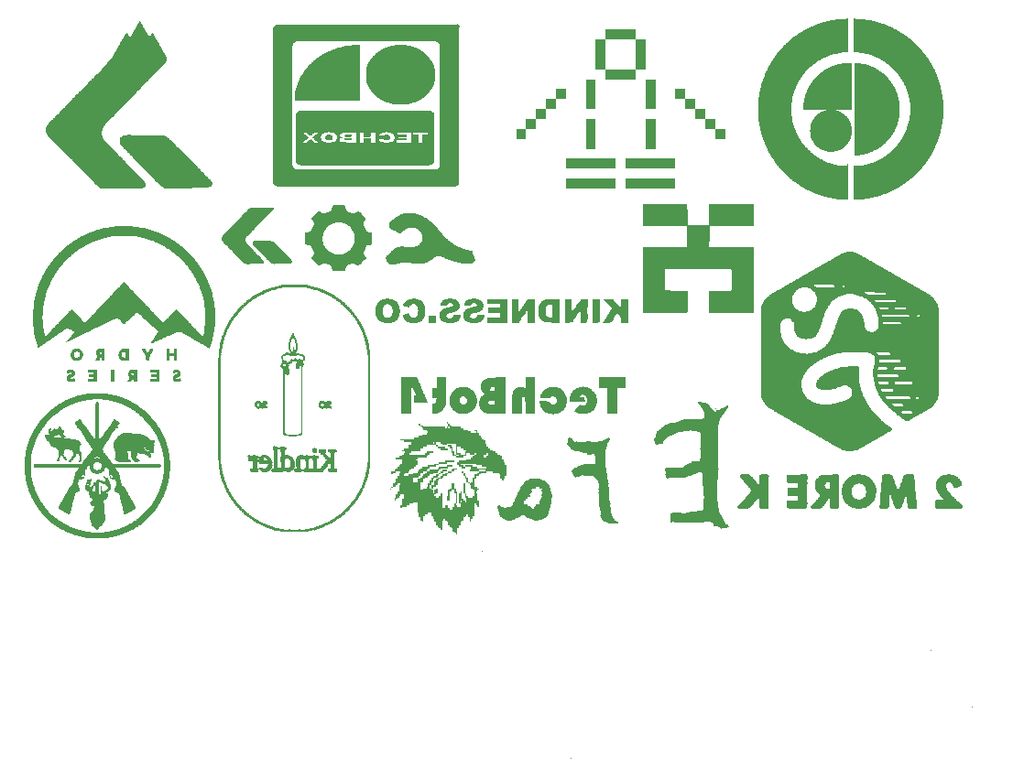
<source format=gbo>
G04 Layer: BottomSilkscreenLayer*
G04 EasyEDA Pro v2.2.45.4, 2026-01-19 12:49:56*
G04 Gerber Generator version 0.3*
G04 Scale: 100 percent, Rotated: No, Reflected: No*
G04 Dimensions in millimeters*
G04 Leading zeros omitted, absolute positions, 4 integers and 5 decimals*
G04 Generated by one-click*
%FSLAX45Y45*%
%MOMM*%
%ADD10C,0.254*%
%ADD11C,0.7880*%
G75*


G04 Image Start*
G36*
G01X6541706Y-4901750D02*
G01X6531760Y-4907980D01*
G01X6516037Y-4910547D01*
G01X6511515Y-4903339D01*
G01X6507697Y-4897254D01*
G01X6516411Y-4897254D01*
G01X6517908Y-4898752D01*
G01X6517908Y-4898752D01*
G01X6519406Y-4900249D01*
G01X6520904Y-4898752D01*
G01X6522401Y-4897254D01*
G01X6516411Y-4897254D01*
G01X6507697Y-4897254D01*
G01X6506993Y-4896131D01*
G01X6499160Y-4895403D01*
G01X6491328Y-4894674D01*
G01X6486228Y-4889915D01*
G01X6481127Y-4885155D01*
G01X6473714Y-4887836D01*
G01X6466300Y-4890516D01*
G01X6457207Y-4890516D01*
G01X6453489Y-4886409D01*
G01X6449772Y-4882302D01*
G01X6449772Y-4880784D01*
G01X6535130Y-4880784D01*
G01X6539622Y-4880784D01*
G01X6539622Y-4886773D01*
G01X6541120Y-4885276D01*
G01X6542617Y-4883779D01*
G01X6541120Y-4882281D01*
G01X6539622Y-4880784D01*
G01X6539622Y-4880784D01*
G01X6535130Y-4880784D01*
G01X6535130Y-4886773D01*
G01X6536627Y-4885276D01*
G01X6538125Y-4883779D01*
G01X6536627Y-4882281D01*
G01X6536627Y-4882281D01*
G01X6535130Y-4880784D01*
G01X6449772Y-4880784D01*
G01X6449772Y-4874795D01*
G01X6462501Y-4874795D01*
G01X6463998Y-4876292D01*
G01X6463998Y-4876292D01*
G01X6465495Y-4877789D01*
G01X6466993Y-4876292D01*
G01X6468490Y-4874795D01*
G01X6462501Y-4874795D01*
G01X6449772Y-4874795D01*
G01X6449772Y-4866115D01*
G01X6480096Y-4866115D01*
G01X6490204Y-4870989D01*
G01X6490204Y-4874795D01*
G01X6543366Y-4874795D01*
G01X6544723Y-4876152D01*
G01X6544723Y-4876152D01*
G01X6546080Y-4877508D01*
G01X6551977Y-4875149D01*
G01X6547671Y-4874972D01*
G01X6543366Y-4874795D01*
G01X6490204Y-4874795D01*
G01X6498066Y-4874765D01*
G01X6484589Y-4865840D01*
G01X6480096Y-4866115D01*
G01X6480096Y-4866115D01*
G01X6449772Y-4866115D01*
G01X6449772Y-4861788D01*
G01X6434997Y-4854100D01*
G01X6463249Y-4854100D01*
G01X6466936Y-4855515D01*
G01X6470623Y-4856930D01*
G01X6469606Y-4855704D01*
G01X6471732Y-4855704D01*
G01X6477680Y-4865606D01*
G01X6478754Y-4864532D01*
G01X6479829Y-4863458D01*
G01X6475780Y-4859581D01*
G01X6471732Y-4855704D01*
G01X6471732Y-4855704D01*
G01X6469606Y-4855704D01*
G01X6468674Y-4854581D01*
G01X6528391Y-4854581D01*
G01X6528391Y-4856277D01*
G01X6532322Y-4859359D01*
G01X6532322Y-4859359D01*
G01X6536253Y-4862442D01*
G01X6533170Y-4858511D01*
G01X6530087Y-4854581D01*
G01X6528391Y-4854581D01*
G01X6468674Y-4854581D01*
G01X6464945Y-4850089D01*
G01X6463249Y-4850089D01*
G01X6463249Y-4854100D01*
G01X6463249Y-4854100D01*
G01X6434997Y-4854100D01*
G01X6432925Y-4853022D01*
G01X6422563Y-4847291D01*
G01X6412202Y-4841559D01*
G01X6357447Y-4847172D01*
G01X6352283Y-4852335D01*
G01X6336335Y-4852651D01*
G01X6327374Y-4856148D01*
G01X6320720Y-4853351D01*
G01X6314066Y-4850553D01*
G01X6308550Y-4852650D01*
G01X6303033Y-4854747D01*
G01X6279085Y-4849777D01*
G01X6271193Y-4852170D01*
G01X6250977Y-4852121D01*
G01X6189204Y-4850896D01*
G01X6127432Y-4849671D01*
G01X6115077Y-4849483D01*
G01X6102723Y-4849294D01*
G01X6095211Y-4850678D01*
G01X6087700Y-4852061D01*
G01X6079985Y-4848383D01*
G01X6072270Y-4844704D01*
G01X6065695Y-4848587D01*
G01X6059121Y-4852471D01*
G01X6053427Y-4851042D01*
G01X6047734Y-4849613D01*
G01X6045438Y-4841086D01*
G01X6044233Y-4836613D01*
G01X6262582Y-4836613D01*
G01X6264080Y-4838110D01*
G01X6265577Y-4839608D01*
G01X6267075Y-4838110D01*
G01X6268572Y-4836613D01*
G01X6262582Y-4836613D01*
G01X6262582Y-4836613D01*
G01X6044233Y-4836613D01*
G01X6043628Y-4834367D01*
G01X6400354Y-4834367D01*
G01X6400354Y-4838859D01*
G01X6402335Y-4838859D01*
G01X6403559Y-4836878D01*
G01X6519406Y-4836878D01*
G01X6519406Y-4838378D01*
G01X6522661Y-4839627D01*
G01X6522661Y-4839627D01*
G01X6525916Y-4840876D01*
G01X6524672Y-4837634D01*
G01X6523428Y-4834393D01*
G01X6521417Y-4835636D01*
G01X6519406Y-4836878D01*
G01X6403559Y-4836878D01*
G01X6405111Y-4834367D01*
G01X6405111Y-4834367D01*
G01X6400354Y-4834367D01*
G01X6043628Y-4834367D01*
G01X6043141Y-4832559D01*
G01X6045535Y-4826264D01*
G01X6045870Y-4825383D01*
G01X6354680Y-4825383D01*
G01X6356177Y-4826881D01*
G01X6356177Y-4826881D01*
G01X6357674Y-4828378D01*
G01X6358688Y-4827364D01*
G01X6429555Y-4827364D01*
G01X6434048Y-4830140D01*
G01X6434048Y-4827894D01*
G01X6432407Y-4826881D01*
G01X6514913Y-4826881D01*
G01X6514913Y-4832870D01*
G01X6516411Y-4831372D01*
G01X6517908Y-4829875D01*
G01X6516411Y-4828378D01*
G01X6514913Y-4826881D01*
G01X6514913Y-4826881D01*
G01X6432407Y-4826881D01*
G01X6429555Y-4825118D01*
G01X6429555Y-4827364D01*
G01X6429555Y-4827364D01*
G01X6358688Y-4827364D01*
G01X6359172Y-4826881D01*
G01X6360669Y-4825383D01*
G01X6354680Y-4825383D01*
G01X6045870Y-4825383D01*
G01X6047928Y-4819970D01*
G01X6047280Y-4816134D01*
G01X6422816Y-4816134D01*
G01X6422816Y-4820626D01*
G01X6427309Y-4823402D01*
G01X6427309Y-4818910D01*
G01X6423245Y-4816399D01*
G01X6505180Y-4816399D01*
G01X6506677Y-4817897D01*
G01X6506677Y-4817897D01*
G01X6508175Y-4819394D01*
G01X6509672Y-4817897D01*
G01X6511170Y-4816399D01*
G01X6505180Y-4816399D01*
G01X6423245Y-4816399D01*
G01X6422816Y-4816134D01*
G01X6422816Y-4816134D01*
G01X6047280Y-4816134D01*
G01X6046142Y-4809396D01*
G01X6416078Y-4809396D01*
G01X6416078Y-4811642D01*
G01X6420570Y-4814418D01*
G01X6420570Y-4812172D01*
G01X6416078Y-4809396D01*
G01X6416078Y-4809396D01*
G01X6046142Y-4809396D01*
G01X6045126Y-4803384D01*
G01X6047396Y-4801982D01*
G01X6049666Y-4800579D01*
G01X6048710Y-4789182D01*
G01X6499190Y-4789182D01*
G01X6499190Y-4791428D01*
G01X6503682Y-4794204D01*
G01X6503682Y-4791958D01*
G01X6499190Y-4789182D01*
G01X6499190Y-4789182D01*
G01X6048710Y-4789182D01*
G01X6048352Y-4784906D01*
G01X6047037Y-4769234D01*
G01X6060167Y-4769234D01*
G01X6485712Y-4769234D01*
G01X6485712Y-4773176D01*
G01X6489449Y-4776258D01*
G01X6489449Y-4776258D01*
G01X6493186Y-4779341D01*
G01X6487800Y-4769234D01*
G01X6485712Y-4769234D01*
G01X6060167Y-4769234D01*
G01X6069029Y-4763145D01*
G01X6080260Y-4762677D01*
G01X6091491Y-4762209D01*
G01X6094861Y-4761988D01*
G01X6098230Y-4761768D01*
G01X6135973Y-4763294D01*
G01X6173715Y-4764820D01*
G01X6176850Y-4765658D01*
G01X6183528Y-4764742D01*
G01X6480471Y-4764742D01*
G01X6481968Y-4766239D01*
G01X6483466Y-4767736D01*
G01X6484963Y-4766239D01*
G01X6486461Y-4764742D01*
G01X6480471Y-4764742D01*
G01X6480471Y-4764742D01*
G01X6183528Y-4764742D01*
G01X6189204Y-4763963D01*
G01X6201559Y-4762267D01*
G01X6205052Y-4757738D01*
G01X6208545Y-4753209D01*
G01X6214589Y-4755963D01*
G01X6220634Y-4758716D01*
G01X6225219Y-4754567D01*
G01X6229805Y-4750418D01*
G01X6255469Y-4750832D01*
G01X6263465Y-4751283D01*
G01X6271460Y-4751735D01*
G01X6281327Y-4748271D01*
G01X6483466Y-4748271D01*
G01X6483466Y-4754260D01*
G01X6484963Y-4752763D01*
G01X6486461Y-4751266D01*
G01X6484963Y-4749768D01*
G01X6484963Y-4749768D01*
G01X6483466Y-4748271D01*
G01X6281327Y-4748271D01*
G01X6282558Y-4747839D01*
G01X6293656Y-4743943D01*
G01X6332899Y-4743405D01*
G01X6336534Y-4739771D01*
G01X6478973Y-4739771D01*
G01X6483466Y-4742547D01*
G01X6483466Y-4740301D01*
G01X6478973Y-4737525D01*
G01X6478973Y-4739771D01*
G01X6478973Y-4739771D01*
G01X6336534Y-4739771D01*
G01X6351022Y-4725285D01*
G01X6351205Y-4723566D01*
G01X6476727Y-4723566D01*
G01X6476727Y-4729555D01*
G01X6478224Y-4728057D01*
G01X6479722Y-4726560D01*
G01X6478224Y-4725063D01*
G01X6476727Y-4723566D01*
G01X6476727Y-4723566D01*
G01X6351205Y-4723566D01*
G01X6352056Y-4715595D01*
G01X6368906Y-4715595D01*
G01X6368906Y-4717576D01*
G01X6370887Y-4717576D01*
G01X6371350Y-4716828D01*
G01X6474481Y-4716828D01*
G01X6474481Y-4722817D01*
G01X6475978Y-4721320D01*
G01X6477475Y-4719822D01*
G01X6475978Y-4718325D01*
G01X6475978Y-4718325D01*
G01X6474481Y-4716828D01*
G01X6371350Y-4716828D01*
G01X6374092Y-4712390D01*
G01X6374092Y-4712390D01*
G01X6368906Y-4715595D01*
G01X6352056Y-4715595D01*
G01X6352932Y-4707393D01*
G01X6353037Y-4706411D01*
G01X6475443Y-4706411D01*
G01X6475443Y-4715266D01*
G01X6479872Y-4710838D01*
G01X6475443Y-4706411D01*
G01X6475443Y-4706411D01*
G01X6353037Y-4706411D01*
G01X6353735Y-4699873D01*
G01X6371152Y-4699873D01*
G01X6371152Y-4701854D01*
G01X6373133Y-4701854D01*
G01X6376074Y-4697097D01*
G01X6472234Y-4697097D01*
G01X6472234Y-4701589D01*
G01X6476727Y-4704365D01*
G01X6476727Y-4699873D01*
G01X6472234Y-4697097D01*
G01X6472234Y-4697097D01*
G01X6376074Y-4697097D01*
G01X6376339Y-4696668D01*
G01X6376339Y-4696668D01*
G01X6371152Y-4699873D01*
G01X6353735Y-4699873D01*
G01X6354843Y-4689501D01*
G01X6354811Y-4688378D01*
G01X6371152Y-4688378D01*
G01X6375645Y-4688378D01*
G01X6375645Y-4683621D01*
G01X6371152Y-4686397D01*
G01X6371152Y-4688378D01*
G01X6371152Y-4688378D01*
G01X6354811Y-4688378D01*
G01X6354601Y-4680892D01*
G01X6469988Y-4680892D01*
G01X6469988Y-4686881D01*
G01X6471486Y-4685384D01*
G01X6472983Y-4683886D01*
G01X6471486Y-4682389D01*
G01X6469988Y-4680892D01*
G01X6469988Y-4680892D01*
G01X6354601Y-4680892D01*
G01X6354232Y-4667744D01*
G01X6354222Y-4667416D01*
G01X6467742Y-4667416D01*
G01X6467742Y-4673405D01*
G01X6469239Y-4671908D01*
G01X6470737Y-4670411D01*
G01X6469239Y-4668913D01*
G01X6467742Y-4667416D01*
G01X6467742Y-4667416D01*
G01X6354222Y-4667416D01*
G01X6353707Y-4649074D01*
G01X6460737Y-4649074D01*
G01X6462270Y-4653101D01*
G01X6462270Y-4653101D01*
G01X6463804Y-4657129D01*
G01X6466319Y-4654614D01*
G01X6463528Y-4651844D01*
G01X6460737Y-4649074D01*
G01X6353707Y-4649074D01*
G01X6353621Y-4645986D01*
G01X6351029Y-4641793D01*
G01X6355639Y-4636478D01*
G01X6357146Y-4634740D01*
G01X6375645Y-4634740D01*
G01X6375645Y-4641213D01*
G01X6377367Y-4641213D01*
G01X6378519Y-4636809D01*
G01X6461289Y-4636809D01*
G01X6461944Y-4645512D01*
G01X6463017Y-4644440D01*
G01X6464090Y-4643367D01*
G01X6464409Y-4639025D01*
G01X6464729Y-4634683D01*
G01X6461289Y-4636809D01*
G01X6461289Y-4636809D01*
G01X6378519Y-4636809D01*
G01X6379718Y-4632223D01*
G01X6377681Y-4633481D01*
G01X6377681Y-4633481D01*
G01X6375645Y-4634740D01*
G01X6357146Y-4634740D01*
G01X6360250Y-4631163D01*
G01X6359847Y-4626988D01*
G01X6461003Y-4626988D01*
G01X6461003Y-4632978D01*
G01X6462501Y-4631480D01*
G01X6463998Y-4629983D01*
G01X6462501Y-4628486D01*
G01X6462501Y-4628486D01*
G01X6461003Y-4626988D01*
G01X6359847Y-4626988D01*
G01X6359164Y-4619904D01*
G01X6358078Y-4608646D01*
G01X6356458Y-4599051D01*
G01X6354838Y-4589456D01*
G01X6353186Y-4588435D01*
G01X6351533Y-4587414D01*
G01X6351844Y-4580571D01*
G01X6374896Y-4580571D01*
G01X6376393Y-4582069D01*
G01X6376393Y-4582069D01*
G01X6377891Y-4583566D01*
G01X6379388Y-4582069D01*
G01X6380886Y-4580571D01*
G01X6374896Y-4580571D01*
G01X6351844Y-4580571D01*
G01X6351981Y-4577577D01*
G01X6461003Y-4577577D01*
G01X6461003Y-4583566D01*
G01X6462501Y-4582069D01*
G01X6463998Y-4580571D01*
G01X6462501Y-4579074D01*
G01X6462501Y-4579074D01*
G01X6461003Y-4577577D01*
G01X6351981Y-4577577D01*
G01X6352594Y-4564101D01*
G01X6375645Y-4564101D01*
G01X6375645Y-4570090D01*
G01X6377142Y-4568593D01*
G01X6378640Y-4567096D01*
G01X6377142Y-4565598D01*
G01X6375645Y-4564101D01*
G01X6375645Y-4564101D01*
G01X6352594Y-4564101D01*
G01X6352776Y-4560093D01*
G01X6371152Y-4560093D01*
G01X6375334Y-4562677D01*
G01X6376514Y-4560769D01*
G01X6377693Y-4558860D01*
G01X6371152Y-4558860D01*
G01X6371152Y-4560093D01*
G01X6371152Y-4560093D01*
G01X6352776Y-4560093D01*
G01X6353224Y-4550251D01*
G01X6354341Y-4543715D01*
G01X6355459Y-4537180D01*
G01X6353343Y-4530240D01*
G01X6351225Y-4523299D01*
G01X6349756Y-4517684D01*
G01X6363665Y-4517684D01*
G01X6365162Y-4519181D01*
G01X6366660Y-4520679D01*
G01X6368157Y-4519181D01*
G01X6369655Y-4517684D01*
G01X6363665Y-4517684D01*
G01X6363665Y-4517684D01*
G01X6349756Y-4517684D01*
G01X6348614Y-4513319D01*
G01X6346002Y-4503339D01*
G01X6344974Y-4476261D01*
G01X6343945Y-4449182D01*
G01X6343359Y-4422861D01*
G01X6343052Y-4409129D01*
G01X6362167Y-4409129D01*
G01X6362167Y-4415118D01*
G01X6363665Y-4413621D01*
G01X6365162Y-4412123D01*
G01X6363665Y-4410626D01*
G01X6363665Y-4410626D01*
G01X6362167Y-4409129D01*
G01X6343052Y-4409129D01*
G01X6342772Y-4396539D01*
G01X6335473Y-4388475D01*
G01X6325352Y-4385487D01*
G01X6315231Y-4382499D01*
G01X6307523Y-4385043D01*
G01X6299815Y-4387586D01*
G01X6295966Y-4391838D01*
G01X6292118Y-4396090D01*
G01X6276898Y-4400712D01*
G01X6261677Y-4405335D01*
G01X6258767Y-4408840D01*
G01X6255858Y-4412345D01*
G01X6245555Y-4417077D01*
G01X6235253Y-4421809D01*
G01X6212790Y-4423642D01*
G01X6197066Y-4429878D01*
G01X6174603Y-4435971D01*
G01X6152141Y-4442065D01*
G01X6093738Y-4441800D01*
G01X6035335Y-4441534D01*
G01X6029186Y-4443934D01*
G01X6023037Y-4446334D01*
G01X6012900Y-4441570D01*
G01X6002764Y-4436806D01*
G01X6002315Y-4428395D01*
G01X6001866Y-4419984D01*
G01X6001774Y-4413621D01*
G01X6166741Y-4413621D01*
G01X6166741Y-4419610D01*
G01X6168239Y-4418112D01*
G01X6169736Y-4416615D01*
G01X6168239Y-4415118D01*
G01X6168239Y-4415118D01*
G01X6166741Y-4413621D01*
G01X6001774Y-4413621D01*
G01X6001754Y-4412214D01*
G01X6001752Y-4412123D01*
G01X6199687Y-4412123D01*
G01X6201184Y-4413621D01*
G01X6202682Y-4415118D01*
G01X6204179Y-4413621D01*
G01X6205677Y-4412123D01*
G01X6199687Y-4412123D01*
G01X6199687Y-4412123D01*
G01X6001752Y-4412123D01*
G01X6001641Y-4404444D01*
G01X6001908Y-4401642D01*
G01X6229637Y-4401642D01*
G01X6229637Y-4402874D01*
G01X6233819Y-4405458D01*
G01X6234999Y-4403550D01*
G01X6236178Y-4401642D01*
G01X6229637Y-4401642D01*
G01X6229637Y-4401642D01*
G01X6001908Y-4401642D01*
G01X6002935Y-4390877D01*
G01X6004230Y-4377310D01*
G01X6001265Y-4370118D01*
G01X5998301Y-4362927D01*
G01X6000394Y-4357422D01*
G01X6002487Y-4351918D01*
G01X6005433Y-4350015D01*
G01X6008379Y-4348113D01*
G01X6078014Y-4347920D01*
G01X6147648Y-4347728D01*
G01X6156154Y-4343926D01*
G01X6164660Y-4340123D01*
G01X6196096Y-4317694D01*
G01X6205566Y-4313923D01*
G01X6215036Y-4310152D01*
G01X6219130Y-4304988D01*
G01X6223224Y-4299824D01*
G01X6240868Y-4299824D01*
G01X6240868Y-4286348D01*
G01X6242553Y-4286325D01*
G01X6244238Y-4286301D01*
G01X6263331Y-4285311D01*
G01X6282424Y-4284321D01*
G01X6284767Y-4284102D01*
G01X6316493Y-4284102D01*
G01X6317990Y-4285600D01*
G01X6319488Y-4287097D01*
G01X6320985Y-4285600D01*
G01X6322483Y-4284102D01*
G01X6316493Y-4284102D01*
G01X6316493Y-4284102D01*
G01X6284767Y-4284102D01*
G01X6295902Y-4283065D01*
G01X6309380Y-4281808D01*
G01X6322078Y-4276677D01*
G01X6320956Y-4272388D01*
G01X6319835Y-4268099D01*
G01X6325513Y-4254640D01*
G01X6339704Y-4254640D01*
G01X6343264Y-4256839D01*
G01X6343631Y-4251970D01*
G01X6343998Y-4247100D01*
G01X6341885Y-4250441D01*
G01X6339773Y-4253782D01*
G01X6339704Y-4254640D01*
G01X6339704Y-4254640D01*
G01X6325513Y-4254640D01*
G01X6326823Y-4251536D01*
G01X6327084Y-4243675D01*
G01X6471486Y-4243675D01*
G01X6472983Y-4245172D01*
G01X6472983Y-4245172D01*
G01X6474481Y-4246669D01*
G01X6475978Y-4245172D01*
G01X6477475Y-4243675D01*
G01X6471486Y-4243675D01*
G01X6327084Y-4243675D01*
G01X6327383Y-4234691D01*
G01X6341686Y-4234691D01*
G01X6344462Y-4239183D01*
G01X6348954Y-4239183D01*
G01X6346178Y-4234691D01*
G01X6346178Y-4234691D01*
G01X6341686Y-4234691D01*
G01X6327383Y-4234691D01*
G01X6327433Y-4233193D01*
G01X6341951Y-4233193D01*
G01X6343308Y-4231837D01*
G01X6344665Y-4230480D01*
G01X6344658Y-4230464D01*
G01X6472234Y-4230464D01*
G01X6472234Y-4234956D01*
G01X6476727Y-4232180D01*
G01X6476727Y-4227688D01*
G01X6472234Y-4230464D01*
G01X6472234Y-4230464D01*
G01X6344658Y-4230464D01*
G01X6342305Y-4224584D01*
G01X6342128Y-4228889D01*
G01X6342128Y-4228889D01*
G01X6341951Y-4233193D01*
G01X6327433Y-4233193D01*
G01X6327731Y-4224210D01*
G01X6344197Y-4224210D01*
G01X6345554Y-4222853D01*
G01X6346911Y-4221496D01*
G01X6344552Y-4215600D01*
G01X6344374Y-4219905D01*
G01X6344374Y-4219905D01*
G01X6344197Y-4224210D01*
G01X6327731Y-4224210D01*
G01X6327831Y-4221215D01*
G01X6328138Y-4211966D01*
G01X6341951Y-4211966D01*
G01X6345545Y-4214187D01*
G01X6345545Y-4203537D01*
G01X6341951Y-4205758D01*
G01X6341951Y-4211966D01*
G01X6341951Y-4211966D01*
G01X6328138Y-4211966D01*
G01X6328838Y-4190894D01*
G01X6327321Y-4186028D01*
G01X6474481Y-4186028D01*
G01X6475838Y-4184671D01*
G01X6477195Y-4183314D01*
G01X6474835Y-4177418D01*
G01X6474835Y-4177418D01*
G01X6474658Y-4181723D01*
G01X6474481Y-4186028D01*
G01X6327321Y-4186028D01*
G01X6321910Y-4168682D01*
G01X6323812Y-4166313D01*
G01X6325713Y-4163943D01*
G01X6326019Y-4147155D01*
G01X6326325Y-4130366D01*
G01X6331094Y-4112660D01*
G01X6328997Y-4105173D01*
G01X6346443Y-4105173D01*
G01X6347800Y-4103816D01*
G01X6349157Y-4102459D01*
G01X6346798Y-4096563D01*
G01X6346620Y-4100868D01*
G01X6346620Y-4100868D01*
G01X6346443Y-4105173D01*
G01X6328997Y-4105173D01*
G01X6328376Y-4102955D01*
G01X6325658Y-4093250D01*
G01X6328590Y-4086173D01*
G01X6331522Y-4079096D01*
G01X6331842Y-4025432D01*
G01X6329098Y-4023155D01*
G01X6326354Y-4020879D01*
G01X6317867Y-4018728D01*
G01X6309380Y-4016578D01*
G01X6294450Y-4012738D01*
G01X6290612Y-4009265D01*
G01X6286773Y-4005791D01*
G01X6262136Y-4002610D01*
G01X6237499Y-3999430D01*
G01X6215036Y-4002637D01*
G01X6192574Y-4005844D01*
G01X6166445Y-4007766D01*
G01X6163867Y-4009358D01*
G01X6161290Y-4010951D01*
G01X6152223Y-4012670D01*
G01X6143156Y-4014390D01*
G01X6131924Y-4016622D01*
G01X6120693Y-4018854D01*
G01X6087657Y-4032553D01*
G01X6081756Y-4032553D01*
G01X6071447Y-4036971D01*
G01X6061138Y-4041390D01*
G01X6058545Y-4047078D01*
G01X6055953Y-4052767D01*
G01X6047350Y-4052767D01*
G01X6032357Y-4061291D01*
G01X6017364Y-4069816D01*
G01X6010883Y-4073064D01*
G01X6004401Y-4076311D01*
G01X6000775Y-4081461D01*
G01X5997148Y-4086610D01*
G01X5984794Y-4102796D01*
G01X5984794Y-4113753D01*
G01X5971661Y-4126884D01*
G01X5942828Y-4126884D01*
G01X5932784Y-4129907D01*
G01X5922739Y-4132929D01*
G01X5914581Y-4125976D01*
G01X5906424Y-4119023D01*
G01X5902930Y-4103723D01*
G01X5899435Y-4088424D01*
G01X5899705Y-4086878D01*
G01X5899976Y-4085333D01*
G01X5906388Y-4066242D01*
G01X6007256Y-4066242D01*
G01X6009237Y-4066242D01*
G01X6012443Y-4061057D01*
G01X6007256Y-4064262D01*
G01X6007256Y-4066242D01*
G01X6007256Y-4066242D01*
G01X5906388Y-4066242D01*
G01X5906765Y-4065120D01*
G01X5909108Y-4060628D01*
G01X5910727Y-4057524D01*
G01X6018488Y-4057524D01*
G01X6018488Y-4059505D01*
G01X6020469Y-4059505D01*
G01X6023674Y-4054319D01*
G01X6023674Y-4054319D01*
G01X6018488Y-4057524D01*
G01X5910727Y-4057524D01*
G01X5911451Y-4056136D01*
G01X5912062Y-4044297D01*
G01X5912674Y-4032459D01*
G01X5917286Y-4025983D01*
G01X5921898Y-4019507D01*
G01X5921898Y-4007847D01*
G01X5932532Y-4007847D01*
G01X5944424Y-3989879D01*
G01X5952624Y-3989879D01*
G01X5959778Y-3982018D01*
G01X5966932Y-3974157D01*
G01X5973065Y-3974157D01*
G01X5979333Y-3966296D01*
G01X5985602Y-3958436D01*
G01X5991962Y-3958436D01*
G01X6006133Y-3950575D01*
G01X6012483Y-3945521D01*
G01X6018832Y-3940468D01*
G01X6030966Y-3940468D01*
G01X6033833Y-3938487D01*
G01X6456510Y-3938487D01*
G01X6456510Y-3940468D01*
G01X6458492Y-3940468D01*
G01X6461697Y-3935282D01*
G01X6461697Y-3935282D01*
G01X6456510Y-3938487D01*
G01X6033833Y-3938487D01*
G01X6035396Y-3937407D01*
G01X6039827Y-3934346D01*
G01X6055551Y-3931253D01*
G01X6068467Y-3929122D01*
G01X6081383Y-3926992D01*
G01X6107215Y-3923401D01*
G01X6114404Y-3919582D01*
G01X6121593Y-3915762D01*
G01X6124512Y-3915748D01*
G01X6127432Y-3915734D01*
G01X6134171Y-3912195D01*
G01X6140909Y-3908655D01*
G01X6160230Y-3904532D01*
G01X6475978Y-3904532D01*
G01X6477475Y-3906029D01*
G01X6477475Y-3906029D01*
G01X6478973Y-3907527D01*
G01X6480471Y-3906029D01*
G01X6481968Y-3904532D01*
G01X6475978Y-3904532D01*
G01X6160230Y-3904532D01*
G01X6179096Y-3900506D01*
G01X6237499Y-3896718D01*
G01X6241992Y-3896830D01*
G01X6246484Y-3896943D01*
G01X6275434Y-3898780D01*
G01X6304384Y-3900616D01*
G01X6316990Y-3898019D01*
G01X6329596Y-3895421D01*
G01X6353806Y-3887687D01*
G01X6359592Y-3878703D01*
G01X6362395Y-3864944D01*
G01X6365197Y-3851184D01*
G01X6361295Y-3837992D01*
G01X6357393Y-3824800D01*
G01X6355772Y-3818062D01*
G01X6355428Y-3814924D01*
G01X6344197Y-3802807D01*
G01X6344197Y-3794799D01*
G01X6336896Y-3787019D01*
G01X6329596Y-3779240D01*
G01X6324151Y-3771699D01*
G01X6318705Y-3764158D01*
G01X6314832Y-3760789D01*
G01X6336709Y-3760789D01*
G01X6338207Y-3762287D01*
G01X6339704Y-3763784D01*
G01X6341202Y-3762287D01*
G01X6342699Y-3760789D01*
G01X6336709Y-3760789D01*
G01X6336709Y-3760789D01*
G01X6314832Y-3760789D01*
G01X6310111Y-3756684D01*
G01X6301518Y-3749210D01*
G01X6301518Y-3739228D01*
G01X6306909Y-3733838D01*
G01X6322857Y-3733800D01*
G01X6354305Y-3740964D01*
G01X6365536Y-3744027D01*
G01X6376768Y-3747090D01*
G01X6383232Y-3748440D01*
G01X6389697Y-3749789D01*
G01X6402619Y-3762113D01*
G01X6415541Y-3774438D01*
G01X6421408Y-3787266D01*
G01X6427275Y-3800094D01*
G01X6443504Y-3811324D01*
G01X6460823Y-3826283D01*
G01X6465189Y-3824897D01*
G01X6469554Y-3823512D01*
G01X6473246Y-3815733D01*
G01X6476938Y-3807955D01*
G01X6481061Y-3807955D01*
G01X6483682Y-3812852D01*
G01X6486303Y-3817748D01*
G01X6491823Y-3810201D01*
G01X6500313Y-3810201D01*
G01X6526049Y-3798719D01*
G01X6551785Y-3787236D01*
G01X6571716Y-3772019D01*
G01X6582302Y-3772019D01*
G01X6582259Y-3786618D01*
G01X6575496Y-3798410D01*
G01X6568733Y-3810201D01*
G01X6564506Y-3810201D01*
G01X6554834Y-3820308D01*
G01X6538978Y-3855121D01*
G01X6528295Y-3855121D01*
G01X6522962Y-3867473D01*
G01X6515568Y-3875902D01*
G01X6508175Y-3884331D01*
G01X6508125Y-3890501D01*
G01X6508076Y-3896671D01*
G01X6504064Y-3905655D01*
G01X6500053Y-3914639D01*
G01X6497505Y-3926992D01*
G01X6494959Y-3939345D01*
G01X6492338Y-3952626D01*
G01X6489718Y-3965908D01*
G01X6490107Y-3985193D01*
G01X6490496Y-4004478D01*
G01X6490468Y-4006724D01*
G01X6490441Y-4008970D01*
G01X6489187Y-4029184D01*
G01X6487933Y-4049398D01*
G01X6485956Y-4087579D01*
G01X6491496Y-4119495D01*
G01X6490842Y-4211344D01*
G01X6490188Y-4303193D01*
G01X6490290Y-4312177D01*
G01X6490472Y-4341375D01*
G01X6492723Y-4348564D01*
G01X6494973Y-4355754D01*
G01X6492186Y-4360917D01*
G01X6489400Y-4366081D01*
G01X6489867Y-4381802D01*
G01X6490335Y-4397524D01*
G01X6487962Y-4409877D01*
G01X6485589Y-4422230D01*
G01X6483026Y-4485117D01*
G01X6480813Y-4516561D01*
G01X6480962Y-4535652D01*
G01X6481112Y-4554743D01*
G01X6481227Y-4588432D01*
G01X6481030Y-4595170D01*
G01X6482150Y-4623245D01*
G01X6483270Y-4651320D01*
G01X6485512Y-4666024D01*
G01X6486897Y-4668265D01*
G01X6488282Y-4670506D01*
G01X6489499Y-4687865D01*
G01X6490715Y-4705223D01*
G01X6497664Y-4718699D01*
G01X6499124Y-4747106D01*
G01X6505553Y-4765865D01*
G01X6515287Y-4780692D01*
G01X6525022Y-4795520D01*
G01X6533320Y-4813259D01*
G01X6541618Y-4830998D01*
G01X6544229Y-4843464D01*
G01X6559839Y-4860740D01*
G01X6559839Y-4865261D01*
G01X6563040Y-4867917D01*
G01X6566241Y-4870573D01*
G01X6572530Y-4871244D01*
G01X6578819Y-4871914D01*
G01X6582968Y-4879340D01*
G01X6587117Y-4886766D01*
G01X6582790Y-4892572D01*
G01X6578463Y-4898377D01*
G01X6560084Y-4900063D01*
G01X6541706Y-4901750D01*
G37*
G36*
G01X5569513Y-4856567D02*
G01X5562073Y-4860627D01*
G01X5554633Y-4864688D01*
G01X5517524Y-4864468D01*
G01X5480416Y-4864249D01*
G01X5466983Y-4854926D01*
G01X5453551Y-4845603D01*
G01X5432050Y-4845597D01*
G01X5427077Y-4839942D01*
G01X5422103Y-4834288D01*
G01X5410430Y-4821971D01*
G01X5405256Y-4805169D01*
G01X5402891Y-4797382D01*
G01X5400526Y-4789595D01*
G01X5403143Y-4784705D01*
G01X5405761Y-4779815D01*
G01X5403304Y-4771717D01*
G01X5400847Y-4763619D01*
G01X5396435Y-4724326D01*
G01X5392233Y-4716453D01*
G01X5390614Y-4702977D01*
G01X5388995Y-4689501D01*
G01X5385682Y-4685722D01*
G01X5382370Y-4681942D01*
G01X5384116Y-4674492D01*
G01X5385862Y-4667042D01*
G01X5386697Y-4599662D01*
G01X5387943Y-4594830D01*
G01X5389189Y-4589998D01*
G01X5386304Y-4580231D01*
G01X5383419Y-4570465D01*
G01X5385572Y-4564288D01*
G01X5387725Y-4558112D01*
G01X5385347Y-4551290D01*
G01X5382968Y-4544468D01*
G01X5386497Y-4534529D01*
G01X5385031Y-4501531D01*
G01X5383566Y-4468533D01*
G01X5369140Y-4454357D01*
G01X5354715Y-4440181D01*
G01X5349778Y-4434131D01*
G01X5344842Y-4428081D01*
G01X5335531Y-4425575D01*
G01X5326220Y-4423068D01*
G01X5307896Y-4421936D01*
G01X5289573Y-4420805D01*
G01X5262618Y-4419017D01*
G01X5230029Y-4413537D01*
G01X5223390Y-4418445D01*
G01X5216751Y-4423353D01*
G01X5208254Y-4423353D01*
G01X5200619Y-4425784D01*
G01X5192983Y-4428215D01*
G01X5183998Y-4432055D01*
G01X5178893Y-4433486D01*
G01X5173789Y-4434918D01*
G01X5167099Y-4433448D01*
G01X5160409Y-4431979D01*
G01X5144221Y-4398327D01*
G01X5141291Y-4397203D01*
G01X5138361Y-4396079D01*
G01X5131226Y-4374268D01*
G01X5132582Y-4370736D01*
G01X5133938Y-4367204D01*
G01X5137799Y-4367204D01*
G01X5148671Y-4357549D01*
G01X5159543Y-4347895D01*
G01X5167278Y-4344795D01*
G01X5175013Y-4341696D01*
G01X5182875Y-4335687D01*
G01X5190737Y-4329677D01*
G01X5215446Y-4327161D01*
G01X5222185Y-4323614D01*
G01X5224710Y-4322284D01*
G01X5325888Y-4322284D01*
G01X5327385Y-4323781D01*
G01X5328883Y-4325279D01*
G01X5330380Y-4323781D01*
G01X5331877Y-4322284D01*
G01X5325888Y-4322284D01*
G01X5325888Y-4322284D01*
G01X5224710Y-4322284D01*
G01X5228923Y-4320066D01*
G01X5233002Y-4320052D01*
G01X5237081Y-4320038D01*
G01X5241837Y-4317493D01*
G01X5246594Y-4314948D01*
G01X5287176Y-4314396D01*
G01X5327759Y-4313845D01*
G01X5330006Y-4312697D01*
G01X5342360Y-4312410D01*
G01X5354715Y-4312125D01*
G01X5353592Y-4278487D01*
G01X5352604Y-4268381D01*
G01X5351616Y-4258274D01*
G01X5350613Y-4243089D01*
G01X5349609Y-4227905D01*
G01X5346920Y-4224665D01*
G01X5344231Y-4221425D01*
G01X5337118Y-4221634D01*
G01X5330006Y-4221843D01*
G01X5312635Y-4224028D01*
G01X5295264Y-4226213D01*
G01X5283804Y-4223337D01*
G01X5281403Y-4218067D01*
G01X5279001Y-4212797D01*
G01X5270397Y-4209958D01*
G01X5261792Y-4207118D01*
G01X5254682Y-4208540D01*
G01X5247572Y-4209962D01*
G01X5236469Y-4201229D01*
G01X5215446Y-4198143D01*
G01X5204215Y-4193926D01*
G01X5190078Y-4192993D01*
G01X5175942Y-4192061D01*
G01X5152550Y-4181093D01*
G01X5144353Y-4179758D01*
G01X5136156Y-4178423D01*
G01X5125821Y-4165871D01*
G01X5115487Y-4153320D01*
G01X5115487Y-4147797D01*
G01X5093024Y-4122131D01*
G01X5093024Y-4118649D01*
G01X5095487Y-4116186D01*
G01X5096404Y-4107498D01*
G01X5097321Y-4098809D01*
G01X5098355Y-4093194D01*
G01X5099388Y-4087579D01*
G01X5099576Y-4080586D01*
G01X5099763Y-4073593D01*
G01X5105685Y-4067672D01*
G01X5111607Y-4061751D01*
G01X5123773Y-4061751D01*
G01X5129471Y-4066804D01*
G01X5135170Y-4071857D01*
G01X5138342Y-4078101D01*
G01X5141515Y-4084345D01*
G01X5153756Y-4094385D01*
G01X5165996Y-4104424D01*
G01X5172991Y-4104424D01*
G01X5178081Y-4099336D01*
G01X5185121Y-4102037D01*
G01X5185121Y-4111460D01*
G01X5228923Y-4109277D01*
G01X5240155Y-4107075D01*
G01X5251386Y-4104872D01*
G01X5280588Y-4103335D01*
G01X5309789Y-4101797D01*
G01X5316528Y-4104465D01*
G01X5323267Y-4107134D01*
G01X5349099Y-4107262D01*
G01X5374931Y-4107389D01*
G01X5388409Y-4100533D01*
G01X5397394Y-4098888D01*
G01X5406379Y-4097244D01*
G01X5413000Y-4096393D01*
G01X5419621Y-4095541D01*
G01X5421535Y-4092122D01*
G01X5423449Y-4088702D01*
G01X5431605Y-4088702D01*
G01X5436962Y-4084541D01*
G01X5442319Y-4080380D01*
G01X5467028Y-4072333D01*
G01X5475890Y-4066242D01*
G01X5483948Y-4066242D01*
G01X5487602Y-4073903D01*
G01X5491255Y-4081564D01*
G01X5481629Y-4093800D01*
G01X5481629Y-4099971D01*
G01X5468151Y-4118574D01*
G01X5468137Y-4121044D01*
G01X5468124Y-4123515D01*
G01X5464687Y-4130105D01*
G01X5461249Y-4136695D01*
G01X5462329Y-4139507D01*
G01X5463408Y-4142319D01*
G01X5455378Y-4152713D01*
G01X5451479Y-4163943D01*
G01X5447582Y-4175172D01*
G01X5443077Y-4204370D01*
G01X5443031Y-4235814D01*
G01X5444000Y-4270627D01*
G01X5444968Y-4305439D01*
G01X5446632Y-4309214D01*
G01X5448296Y-4312990D01*
G01X5449543Y-4336883D01*
G01X5451967Y-4343621D01*
G01X5454391Y-4350359D01*
G01X5456858Y-4364958D01*
G01X5459325Y-4379556D01*
G01X5463977Y-4404262D01*
G01X5463651Y-4420703D01*
G01X5463324Y-4437143D01*
G01X5466155Y-4448777D01*
G01X5468987Y-4460412D01*
G01X5471867Y-4463879D01*
G01X5474748Y-4467346D01*
G01X5476040Y-4482215D01*
G01X5477331Y-4497085D01*
G01X5474988Y-4498533D01*
G01X5472644Y-4499981D01*
G01X5472644Y-4518114D01*
G01X5477247Y-4524577D01*
G01X5481850Y-4531041D01*
G01X5479477Y-4535476D01*
G01X5477103Y-4539910D01*
G01X5478174Y-4568862D01*
G01X5479245Y-4597813D01*
G01X5481583Y-4604154D01*
G01X5483291Y-4640401D01*
G01X5488158Y-4655812D01*
G01X5491216Y-4666152D01*
G01X5494274Y-4676491D01*
G01X5488888Y-4692046D01*
G01X5492105Y-4700881D01*
G01X5495321Y-4709715D01*
G01X5499657Y-4734421D01*
G01X5502062Y-4755758D01*
G01X5504467Y-4777095D01*
G01X5509690Y-4783975D01*
G01X5514913Y-4790856D01*
G01X5518299Y-4798959D01*
G01X5521685Y-4807062D01*
G01X5535539Y-4821557D01*
G01X5535539Y-4827781D01*
G01X5543217Y-4832310D01*
G01X5550895Y-4836839D01*
G01X5554393Y-4842178D01*
G01X5557891Y-4847516D01*
G01X5562978Y-4848241D01*
G01X5568065Y-4848966D01*
G01X5568789Y-4852767D01*
G01X5569513Y-4856567D01*
G37*
G36*
G01X4594126Y-4829485D02*
G01X4570766Y-4832999D01*
G01X4555638Y-4832657D01*
G01X4540511Y-4832316D01*
G01X4531752Y-4827629D01*
G01X4521306Y-4827629D01*
G01X4515817Y-4818841D01*
G01X4514115Y-4818380D01*
G01X4535949Y-4818380D01*
G01X4535949Y-4820626D01*
G01X4540442Y-4823402D01*
G01X4540442Y-4821156D01*
G01X4536378Y-4818645D01*
G01X4542688Y-4818645D01*
G01X4542688Y-4822656D01*
G01X4546375Y-4824071D01*
G01X4546375Y-4824071D01*
G01X4550062Y-4825486D01*
G01X4546902Y-4821678D01*
G01X4555158Y-4821678D01*
G01X4558105Y-4822661D01*
G01X4558105Y-4822661D01*
G01X4561051Y-4823642D01*
G01X4561291Y-4823402D01*
G01X4569643Y-4823402D01*
G01X4569643Y-4825383D01*
G01X4571624Y-4825383D01*
G01X4574830Y-4820197D01*
G01X4574830Y-4820197D01*
G01X4569643Y-4823402D01*
G01X4561291Y-4823402D01*
G01X4565798Y-4818896D01*
G01X4560478Y-4820287D01*
G01X4555158Y-4821678D01*
G01X4546902Y-4821678D01*
G01X4544384Y-4818645D01*
G01X4548678Y-4818645D01*
G01X4550175Y-4820143D01*
G01X4551673Y-4821640D01*
G01X4553170Y-4820143D01*
G01X4554668Y-4818645D01*
G01X4548678Y-4818645D01*
G01X4548678Y-4818645D01*
G01X4544384Y-4818645D01*
G01X4542688Y-4818645D01*
G01X4536378Y-4818645D01*
G01X4535949Y-4818380D01*
G01X4535949Y-4818380D01*
G01X4514115Y-4818380D01*
G01X4507351Y-4816549D01*
G01X4498886Y-4814257D01*
G01X4486189Y-4801800D01*
G01X4477246Y-4790088D01*
G01X4468304Y-4778375D01*
G01X4463098Y-4759767D01*
G01X4457891Y-4741159D01*
G01X4453118Y-4729284D01*
G01X4448344Y-4717410D01*
G01X4448344Y-4704426D01*
G01X4454263Y-4699771D01*
G01X4460182Y-4695116D01*
G01X4472503Y-4695116D01*
G01X4475586Y-4698833D01*
G01X4478669Y-4702550D01*
G01X4493126Y-4708592D01*
G01X4503845Y-4708592D01*
G01X4515964Y-4719822D01*
G01X4525955Y-4719822D01*
G01X4539376Y-4713155D01*
G01X4540051Y-4712819D01*
G01X4740360Y-4712819D01*
G01X4742231Y-4713976D01*
G01X4744103Y-4715133D01*
G01X4744103Y-4714207D01*
G01X4747663Y-4714207D01*
G01X4749902Y-4717015D01*
G01X4752141Y-4719822D01*
G01X4754674Y-4719751D01*
G01X4757207Y-4719679D01*
G01X4752846Y-4716382D01*
G01X4748486Y-4713084D01*
G01X4755818Y-4713084D01*
G01X4758595Y-4717576D01*
G01X4762822Y-4717576D01*
G01X4762822Y-4713213D01*
G01X4748507Y-4709080D01*
G01X4748423Y-4709592D01*
G01X4747663Y-4714207D01*
G01X4747663Y-4714207D01*
G01X4744103Y-4714207D01*
G01X4744103Y-4708592D01*
G01X4740360Y-4708592D01*
G01X4740360Y-4712819D01*
G01X4740360Y-4712819D01*
G01X4540051Y-4712819D01*
G01X4552796Y-4706487D01*
G01X4563377Y-4706417D01*
G01X4573958Y-4706346D01*
G01X4578561Y-4700731D01*
G01X4584147Y-4693744D01*
G01X4584354Y-4693485D01*
G01X4665884Y-4693485D01*
G01X4669250Y-4696850D01*
G01X4669250Y-4696850D01*
G01X4672615Y-4700215D01*
G01X4678548Y-4695549D01*
G01X4684480Y-4690883D01*
G01X4679849Y-4691232D01*
G01X4675218Y-4691580D01*
G01X4675218Y-4697627D01*
G01X4670652Y-4694806D01*
G01X4671928Y-4692741D01*
G01X4673205Y-4690676D01*
G01X4665884Y-4693485D01*
G01X4584354Y-4693485D01*
G01X4589733Y-4686757D01*
G01X4590398Y-4685009D01*
G01X4673151Y-4685009D01*
G01X4673326Y-4689501D01*
G01X4674544Y-4686440D01*
G01X4675762Y-4683378D01*
G01X4677883Y-4686440D01*
G01X4680005Y-4689501D01*
G01X4679303Y-4687007D01*
G01X4681831Y-4687007D01*
G01X4685311Y-4688954D01*
G01X4688790Y-4690900D01*
G01X4688790Y-4690900D01*
G01X4687487Y-4693009D01*
G01X4686184Y-4695116D01*
G01X4690942Y-4695116D01*
G01X4690942Y-4690303D01*
G01X4687840Y-4687202D01*
G01X4684738Y-4684100D01*
G01X4681831Y-4687007D01*
G01X4679303Y-4687007D01*
G01X4677170Y-4679423D01*
G01X4681248Y-4680743D01*
G01X4685326Y-4682064D01*
G01X4682022Y-4679729D01*
G01X4679332Y-4677827D01*
G01X4685780Y-4677827D01*
G01X4687348Y-4679395D01*
G01X4687348Y-4679395D01*
G01X4690942Y-4679395D01*
G01X4690942Y-4674638D01*
G01X4688314Y-4676261D01*
G01X4685780Y-4677827D01*
G01X4679332Y-4677827D01*
G01X4678717Y-4677393D01*
G01X4682031Y-4674079D01*
G01X4685730Y-4677777D01*
G01X4687445Y-4673586D01*
G01X4689205Y-4669288D01*
G01X4691466Y-4661427D01*
G01X4695155Y-4661427D01*
G01X4694828Y-4665763D01*
G01X4694502Y-4670099D01*
G01X4690942Y-4667900D01*
G01X4690942Y-4672657D01*
G01X4694471Y-4672657D01*
G01X4694471Y-4681641D01*
G01X4688430Y-4681641D01*
G01X4691252Y-4686206D01*
G01X4696128Y-4683192D01*
G01X4693237Y-4687870D01*
G01X4696582Y-4690645D01*
G01X4699927Y-4693420D01*
G01X4699961Y-4691461D01*
G01X4699996Y-4689501D01*
G01X4703966Y-4695771D01*
G01X4705531Y-4695116D01*
G01X4710409Y-4695116D01*
G01X4711907Y-4696614D01*
G01X4713404Y-4698111D01*
G01X4714902Y-4696614D01*
G01X4716399Y-4695116D01*
G01X4710409Y-4695116D01*
G01X4710409Y-4695116D01*
G01X4705531Y-4695116D01*
G01X4707320Y-4694368D01*
G01X4717897Y-4694368D01*
G01X4717897Y-4700357D01*
G01X4719395Y-4698860D01*
G01X4720892Y-4697362D01*
G01X4719395Y-4695865D01*
G01X4717897Y-4694368D01*
G01X4717897Y-4694368D01*
G01X4707320Y-4694368D01*
G01X4712281Y-4692293D01*
G01X4722389Y-4691599D01*
G01X4722389Y-4695865D01*
G01X4725276Y-4692979D01*
G01X4720215Y-4686881D01*
G01X4726882Y-4686881D01*
G01X4726882Y-4692870D01*
G01X4731460Y-4692870D01*
G01X4730127Y-4698181D01*
G01X4728794Y-4703491D01*
G01X4731992Y-4704719D01*
G01X4735190Y-4705946D01*
G01X4749183Y-4704977D01*
G01X4748523Y-4708985D01*
G01X4757962Y-4708592D01*
G01X4765069Y-4711319D01*
G01X4765069Y-4719272D01*
G01X4765069Y-4719272D01*
G01X4767898Y-4721620D01*
G01X4770727Y-4723968D01*
G01X4778568Y-4722317D01*
G01X4786408Y-4720665D01*
G01X4785748Y-4716875D01*
G01X4785088Y-4713084D01*
G01X4789403Y-4713084D01*
G01X4791669Y-4718699D01*
G01X4791847Y-4714769D01*
G01X4791923Y-4713084D01*
G01X4793521Y-4713084D01*
G01X4795019Y-4714582D01*
G01X4795019Y-4714582D01*
G01X4796516Y-4716079D01*
G01X4798014Y-4714582D01*
G01X4799511Y-4713084D01*
G01X4793521Y-4713084D01*
G01X4791923Y-4713084D01*
G01X4792024Y-4710838D01*
G01X4785285Y-4710838D01*
G01X4785285Y-4706487D01*
G01X4788683Y-4707791D01*
G01X4792081Y-4709095D01*
G01X4798245Y-4703979D01*
G01X4801095Y-4715330D01*
G01X4805327Y-4715330D01*
G01X4809936Y-4710383D01*
G01X4814546Y-4705435D01*
G01X4810880Y-4703384D01*
G01X4807213Y-4701332D01*
G01X4805353Y-4704341D01*
G01X4803492Y-4707351D01*
G01X4805860Y-4708814D01*
G01X4808227Y-4710277D01*
G01X4805977Y-4711668D01*
G01X4803726Y-4713058D01*
G01X4802462Y-4709766D01*
G01X4801199Y-4706473D01*
G01X4805158Y-4695116D01*
G01X4812240Y-4695116D01*
G01X4812240Y-4701854D01*
G01X4816468Y-4701854D01*
G01X4819290Y-4697289D01*
G01X4823472Y-4699873D01*
G01X4823472Y-4692605D01*
G01X4827964Y-4695381D01*
G01X4827964Y-4690359D01*
G01X4833151Y-4693564D01*
G01X4830206Y-4688800D01*
G01X4825716Y-4689974D01*
G01X4821225Y-4691148D01*
G01X4821225Y-4695116D01*
G01X4821225Y-4695116D01*
G01X4812240Y-4695116D01*
G01X4805158Y-4695116D01*
G01X4805961Y-4692814D01*
G01X4804616Y-4689310D01*
G01X4803271Y-4685806D01*
G01X4807194Y-4686664D01*
G01X4811117Y-4687522D01*
G01X4809929Y-4693993D01*
G01X4812942Y-4690166D01*
G01X4815955Y-4686338D01*
G01X4832204Y-4687377D01*
G01X4833808Y-4688981D01*
G01X4835413Y-4690585D01*
G01X4838196Y-4688276D01*
G01X4840978Y-4685967D01*
G01X4839892Y-4680996D01*
G01X4838806Y-4676026D01*
G01X4841006Y-4679136D01*
G01X4843205Y-4682247D01*
G01X4845875Y-4677260D01*
G01X4848545Y-4672272D01*
G01X4845934Y-4669662D01*
G01X4845934Y-4674903D01*
G01X4838297Y-4674903D01*
G01X4843688Y-4669512D01*
G01X4843240Y-4660304D01*
G01X4839643Y-4671534D01*
G01X4839419Y-4666166D01*
G01X4839196Y-4660799D01*
G01X4847057Y-4654678D01*
G01X4843101Y-4656056D01*
G01X4839145Y-4657435D01*
G01X4840528Y-4653829D01*
G01X4841913Y-4650223D01*
G01X4843923Y-4651465D01*
G01X4845934Y-4652708D01*
G01X4845934Y-4643826D01*
G01X4848661Y-4636721D01*
G01X4855174Y-4636721D01*
G01X4848181Y-4646704D01*
G01X4848181Y-4649894D01*
G01X4852571Y-4651287D01*
G01X4856961Y-4652681D01*
G01X4854456Y-4658177D01*
G01X4851952Y-4663673D01*
G01X4844811Y-4663741D01*
G01X4851550Y-4668051D01*
G01X4855606Y-4659181D01*
G01X4859014Y-4659181D01*
G01X4858455Y-4655372D01*
G01X4857896Y-4651563D01*
G01X4855285Y-4650693D01*
G01X4852673Y-4649822D01*
G01X4852673Y-4645705D01*
G01X4857166Y-4645705D01*
G01X4861500Y-4645705D01*
G01X4866309Y-4636721D01*
G01X4861658Y-4636721D01*
G01X4861658Y-4643459D01*
G01X4857166Y-4643459D01*
G01X4857166Y-4645705D01*
G01X4857166Y-4645705D01*
G01X4852673Y-4645705D01*
G01X4852673Y-4643318D01*
G01X4859595Y-4640662D01*
G01X4858620Y-4634475D01*
G01X4859553Y-4634475D01*
G01X4863380Y-4634475D01*
G01X4863380Y-4634475D01*
G01X4865732Y-4625485D01*
G01X4863695Y-4626743D01*
G01X4862087Y-4627737D01*
G01X4859553Y-4634475D01*
G01X4858620Y-4634475D01*
G01X4858576Y-4634200D01*
G01X4857558Y-4627737D01*
G01X4861658Y-4627737D01*
G01X4861658Y-4620999D01*
G01X4856642Y-4620999D01*
G01X4858003Y-4616507D01*
G01X4859235Y-4616507D01*
G01X4862131Y-4619649D01*
G01X4865028Y-4622792D01*
G01X4866071Y-4621788D01*
G01X4867115Y-4620784D01*
G01X4867488Y-4614715D01*
G01X4867862Y-4608646D01*
G01X4863690Y-4601908D01*
G01X4865161Y-4607243D01*
G01X4866632Y-4612578D01*
G01X4864145Y-4611041D01*
G01X4861658Y-4609504D01*
G01X4861658Y-4613887D01*
G01X4867274Y-4616153D01*
G01X4863254Y-4616330D01*
G01X4859235Y-4616507D01*
G01X4859235Y-4616507D01*
G01X4858003Y-4616507D01*
G01X4858174Y-4615946D01*
G01X4859706Y-4610892D01*
G01X4860877Y-4606400D01*
G01X4862048Y-4601908D01*
G01X4857570Y-4608258D01*
G01X4857814Y-4601534D01*
G01X4866151Y-4601534D01*
G01X4867508Y-4600177D01*
G01X4868865Y-4598820D01*
G01X4866505Y-4592924D01*
G01X4866328Y-4597229D01*
G01X4866328Y-4597229D01*
G01X4866151Y-4601534D01*
G01X4857814Y-4601534D01*
G01X4857841Y-4600785D01*
G01X4861658Y-4600785D01*
G01X4863395Y-4600785D01*
G01X4864366Y-4594166D01*
G01X4865338Y-4587547D01*
G01X4863498Y-4588684D01*
G01X4861658Y-4589820D01*
G01X4861658Y-4600785D01*
G01X4861658Y-4600785D01*
G01X4857841Y-4600785D01*
G01X4857929Y-4598345D01*
G01X4858289Y-4588432D01*
G01X4866838Y-4580571D01*
G01X4861658Y-4580571D01*
G01X4861658Y-4571588D01*
G01X4856043Y-4571519D01*
G01X4862781Y-4567164D01*
G01X4860113Y-4567130D01*
G01X4857445Y-4567096D01*
G01X4857783Y-4562604D01*
G01X4858122Y-4558112D01*
G01X4861658Y-4558112D01*
G01X4861658Y-4553355D01*
G01X4859443Y-4554724D01*
G01X4857227Y-4556093D01*
G01X4858823Y-4542390D01*
G01X4855186Y-4542051D01*
G01X4851550Y-4541712D01*
G01X4845373Y-4542195D01*
G01X4839196Y-4542677D01*
G01X4839196Y-4536775D01*
G01X4841939Y-4536775D01*
G01X4846843Y-4539847D01*
G01X4848537Y-4538801D01*
G01X4850231Y-4537754D01*
G01X4849004Y-4534557D01*
G01X4847777Y-4531360D01*
G01X4844858Y-4534067D01*
G01X4841939Y-4536775D01*
G01X4841939Y-4536775D01*
G01X4839196Y-4536775D01*
G01X4839196Y-4521695D01*
G01X4832457Y-4524281D01*
G01X4832280Y-4521544D01*
G01X4832102Y-4518807D01*
G01X4830884Y-4521869D01*
G01X4829667Y-4524930D01*
G01X4827692Y-4521869D01*
G01X4825718Y-4518807D01*
G01X4822349Y-4523299D01*
G01X4814487Y-4523874D01*
G01X4806625Y-4524450D01*
G01X4809994Y-4522224D01*
G01X4813363Y-4519999D01*
G01X4808013Y-4519930D01*
G01X4805191Y-4524495D01*
G01X4803506Y-4523454D01*
G01X4801822Y-4522413D01*
G01X4802840Y-4529352D01*
G01X4803859Y-4536290D01*
G01X4801611Y-4534901D01*
G01X4799363Y-4533512D01*
G01X4795587Y-4537683D01*
G01X4791812Y-4541855D01*
G01X4781638Y-4541331D01*
G01X4771465Y-4540808D01*
G01X4768411Y-4543861D01*
G01X4765356Y-4546915D01*
G01X4766543Y-4554224D01*
G01X4767729Y-4561533D01*
G01X4763273Y-4565565D01*
G01X4758817Y-4569597D01*
G01X4759959Y-4573961D01*
G01X4761100Y-4578326D01*
G01X4751591Y-4578326D01*
G01X4751414Y-4575518D01*
G01X4751236Y-4572711D01*
G01X4749929Y-4576039D01*
G01X4748623Y-4579368D01*
G01X4745594Y-4582397D01*
G01X4742565Y-4585425D01*
G01X4743989Y-4587730D01*
G01X4745414Y-4590035D01*
G01X4747129Y-4587260D01*
G01X4748844Y-4584486D01*
G01X4748556Y-4591513D01*
G01X4748269Y-4598539D01*
G01X4744438Y-4598539D01*
G01X4732935Y-4607586D01*
G01X4732019Y-4606670D01*
G01X4731102Y-4605754D01*
G01X4742334Y-4594524D01*
G01X4743712Y-4595902D01*
G01X4745090Y-4597279D01*
G01X4743550Y-4593266D01*
G01X4742009Y-4589254D01*
G01X4739169Y-4592924D01*
G01X4734058Y-4598781D01*
G01X4728947Y-4604637D01*
G01X4726858Y-4617630D01*
G01X4729228Y-4613700D01*
G01X4731598Y-4609769D01*
G01X4736055Y-4609769D01*
G01X4740877Y-4605277D01*
G01X4745699Y-4600785D01*
G01X4749345Y-4600785D01*
G01X4749345Y-4605277D01*
G01X4745699Y-4605277D01*
G01X4735809Y-4614490D01*
G01X4733592Y-4613120D01*
G01X4731375Y-4611750D01*
G01X4731375Y-4621264D01*
G01X4726889Y-4618492D01*
G01X4728005Y-4628860D01*
G01X4729665Y-4630100D01*
G01X4731324Y-4631340D01*
G01X4723483Y-4631562D01*
G01X4715641Y-4631785D01*
G01X4712913Y-4627371D01*
G01X4718004Y-4628116D01*
G01X4723095Y-4628860D01*
G01X4724015Y-4626167D01*
G01X4724934Y-4623473D01*
G01X4711404Y-4627353D01*
G01X4710632Y-4625035D01*
G01X4709859Y-4622716D01*
G01X4696917Y-4642336D01*
G01X4700668Y-4639254D01*
G01X4704419Y-4636171D01*
G01X4704419Y-4638453D01*
G01X4701064Y-4644887D01*
G01X4697708Y-4651320D01*
G01X4697428Y-4649074D01*
G01X4697149Y-4646828D01*
G01X4697563Y-4644582D01*
G01X4697979Y-4642336D01*
G01X4694239Y-4646006D01*
G01X4690499Y-4649677D01*
G01X4690159Y-4655520D01*
G01X4689819Y-4661363D01*
G01X4686682Y-4660833D01*
G01X4683546Y-4660304D01*
G01X4682445Y-4663469D01*
G01X4681344Y-4666634D01*
G01X4685020Y-4665224D01*
G01X4688695Y-4663814D01*
G01X4688695Y-4665551D01*
G01X4685968Y-4672657D01*
G01X4679854Y-4672657D01*
G01X4673151Y-4685009D01*
G01X4590398Y-4685009D01*
G01X4592043Y-4680684D01*
G01X4594352Y-4674610D01*
G01X4594352Y-4664290D01*
G01X4607830Y-4647333D01*
G01X4607905Y-4642336D01*
G01X4615390Y-4623884D01*
G01X4616560Y-4620999D01*
G01X4717897Y-4620999D01*
G01X4722389Y-4620999D01*
G01X4722389Y-4616507D01*
G01X4717897Y-4616507D01*
G01X4717897Y-4620999D01*
G01X4717897Y-4620999D01*
G01X4616560Y-4620999D01*
G01X4622875Y-4605432D01*
G01X4625185Y-4602547D01*
G01X4627496Y-4599662D01*
G01X4630842Y-4588432D01*
G01X4633287Y-4585385D01*
G01X4635733Y-4582338D01*
G01X4638568Y-4577524D01*
G01X4641404Y-4572711D01*
G01X4641937Y-4571588D01*
G01X4751591Y-4571588D01*
G01X4755559Y-4571588D01*
G01X4758333Y-4563727D01*
G01X4759649Y-4560358D01*
G01X4760966Y-4556989D01*
G01X4751621Y-4570465D01*
G01X4751591Y-4571588D01*
G01X4751591Y-4571588D01*
G01X4641937Y-4571588D01*
G01X4648194Y-4558419D01*
G01X4650475Y-4557010D01*
G01X4652755Y-4555601D01*
G01X4652755Y-4545202D01*
G01X4655581Y-4540144D01*
G01X4774054Y-4540144D01*
G01X4778546Y-4540144D01*
G01X4778546Y-4535102D01*
G01X4782277Y-4538184D01*
G01X4782277Y-4538184D01*
G01X4786007Y-4541267D01*
G01X4780040Y-4531686D01*
G01X4774225Y-4536775D01*
G01X4774139Y-4538459D01*
G01X4774054Y-4540144D01*
G01X4655581Y-4540144D01*
G01X4658874Y-4534250D01*
G01X4660377Y-4531560D01*
G01X4783250Y-4531560D01*
G01X4785931Y-4535852D01*
G01X4788612Y-4540144D01*
G01X4788612Y-4540144D01*
G01X4792574Y-4540144D01*
G01X4789732Y-4536721D01*
G01X4786891Y-4533297D01*
G01X4788457Y-4531732D01*
G01X4790022Y-4530167D01*
G01X4792112Y-4533471D01*
G01X4794201Y-4536775D01*
G01X4794270Y-4531425D01*
G01X4792226Y-4530162D01*
G01X4790183Y-4528899D01*
G01X4783250Y-4531560D01*
G01X4660377Y-4531560D01*
G01X4663947Y-4525171D01*
G01X4792024Y-4525171D01*
G01X4793185Y-4526331D01*
G01X4793185Y-4526331D01*
G01X4794345Y-4527492D01*
G01X4799661Y-4522176D01*
G01X4795019Y-4522176D01*
G01X4793521Y-4523673D01*
G01X4792024Y-4525171D01*
G01X4663947Y-4525171D01*
G01X4664993Y-4523299D01*
G01X4669478Y-4517684D01*
G01X4833954Y-4517684D01*
G01X4835452Y-4519181D01*
G01X4836949Y-4520679D01*
G01X4838447Y-4519181D01*
G01X4839944Y-4517684D01*
G01X4833954Y-4517684D01*
G01X4833954Y-4517684D01*
G01X4669478Y-4517684D01*
G01X4693700Y-4487363D01*
G01X4714528Y-4465712D01*
G01X4724636Y-4461082D01*
G01X4734744Y-4456451D01*
G01X4740709Y-4451456D01*
G01X4746674Y-4446460D01*
G01X4763172Y-4447432D01*
G01X4779669Y-4448403D01*
G01X4788618Y-4446454D01*
G01X4797566Y-4444504D01*
G01X4814450Y-4447298D01*
G01X4831334Y-4450093D01*
G01X4863442Y-4457006D01*
G01X4871766Y-4459942D01*
G01X4883626Y-4465230D01*
G01X4895486Y-4470519D01*
G01X4899703Y-4470519D01*
G01X4908759Y-4482776D01*
G01X4917815Y-4495033D01*
G01X4917815Y-4499029D01*
G01X4926800Y-4509387D01*
G01X4926800Y-4517136D01*
G01X4933606Y-4532283D01*
G01X4935519Y-4535652D01*
G01X4937432Y-4539021D01*
G01X4940229Y-4546882D01*
G01X4943025Y-4554743D01*
G01X4945118Y-4569342D01*
G01X4947211Y-4583940D01*
G01X4953430Y-4597416D01*
G01X4951808Y-4646828D01*
G01X4949510Y-4658058D01*
G01X4947211Y-4669288D01*
G01X4940715Y-4708082D01*
G01X4937379Y-4713391D01*
G01X4934043Y-4718699D01*
G01X4932554Y-4727186D01*
G01X4931065Y-4735673D01*
G01X4922743Y-4750143D01*
G01X4921141Y-4758004D01*
G01X4919539Y-4765865D01*
G01X4912173Y-4781587D01*
G01X4904807Y-4797308D01*
G01X4898395Y-4803111D01*
G01X4891983Y-4808914D01*
G01X4883431Y-4813780D01*
G01X4874879Y-4818645D01*
G01X4869003Y-4818645D01*
G01X4857580Y-4827629D01*
G01X4840289Y-4827629D01*
G01X4832442Y-4829925D01*
G01X4824595Y-4832221D01*
G01X4811117Y-4832432D01*
G01X4797640Y-4832643D01*
G01X4782210Y-4826767D01*
G01X4766780Y-4820891D01*
G01X4753407Y-4820891D01*
G01X4741483Y-4814746D01*
G01X4726882Y-4807894D01*
G01X4712281Y-4801043D01*
G01X4706836Y-4795245D01*
G01X4701390Y-4789447D01*
G01X4686999Y-4789447D01*
G01X4681406Y-4782710D01*
G01X4675268Y-4782710D01*
G01X4662029Y-4792777D01*
G01X4648789Y-4802844D01*
G01X4626210Y-4814183D01*
G01X4612163Y-4816993D01*
G01X4609859Y-4821296D01*
G01X4607556Y-4825599D01*
G01X4603518Y-4824317D01*
G01X4599479Y-4823036D01*
G01X4594126Y-4829485D01*
G37*
G36*
G01X4810743Y-4706346D02*
G01X4809245Y-4707844D01*
G01X4807748Y-4709341D01*
G01X4807748Y-4703352D01*
G01X4809245Y-4704849D01*
G01X4810743Y-4706346D01*
G37*
G36*
G01X4766176Y-4706320D02*
G01X4767548Y-4708541D01*
G01X4764062Y-4707203D01*
G01X4760576Y-4705866D01*
G01X4760576Y-4704100D01*
G01X4764804Y-4704100D01*
G01X4766176Y-4706320D01*
G37*
G36*
G01X4755335Y-4705598D02*
G01X4753837Y-4707095D01*
G01X4752340Y-4705598D01*
G01X4750842Y-4704100D01*
G01X4756832Y-4704100D01*
G01X4755335Y-4705598D01*
G37*
G36*
G01X4711158Y-4690359D02*
G01X4707175Y-4692821D01*
G01X4701050Y-4685009D01*
G01X4704763Y-4687911D01*
G01X4708475Y-4690812D01*
G01X4709639Y-4687911D01*
G01X4710803Y-4685009D01*
G01X4710981Y-4687684D01*
G01X4711158Y-4690359D01*
G37*
G36*
G01X4732123Y-4688378D02*
G01X4730626Y-4689876D01*
G01X4729128Y-4691373D01*
G01X4729128Y-4685384D01*
G01X4730626Y-4686881D01*
G01X4732123Y-4688378D01*
G37*
G36*
G01X4700675Y-4688378D02*
G01X4699178Y-4689876D01*
G01X4697680Y-4691373D01*
G01X4697680Y-4685384D01*
G01X4699178Y-4686881D01*
G01X4700675Y-4688378D01*
G37*
G36*
G01X4717897Y-4690624D02*
G01X4713404Y-4690624D01*
G01X4713404Y-4686132D01*
G01X4717897Y-4686132D01*
G01X4717897Y-4690624D01*
G37*
G36*
G01X4695434Y-4659181D02*
G01X4690942Y-4659181D01*
G01X4690942Y-4654689D01*
G01X4695434Y-4654689D01*
G01X4695434Y-4659181D01*
G37*
G36*
G01X4706666Y-4643459D02*
G01X4706666Y-4650462D01*
G01X4702173Y-4647686D01*
G01X4702173Y-4643459D01*
G01X4706666Y-4643459D01*
G37*
G36*
G01X4708362Y-4641213D02*
G01X4712442Y-4641213D01*
G01X4712442Y-4650197D01*
G01X4710929Y-4650197D01*
G01X4707674Y-4642408D01*
G01X4704419Y-4634619D01*
G01X4704419Y-4632370D01*
G01X4708157Y-4633804D01*
G01X4711895Y-4635238D01*
G01X4710074Y-4632049D01*
G01X4708253Y-4628860D01*
G01X4714112Y-4634285D01*
G01X4711237Y-4637749D01*
G01X4708362Y-4641213D01*
G37*
G36*
G01X4840553Y-4647343D02*
G01X4839196Y-4648699D01*
G01X4839373Y-4644395D01*
G01X4839550Y-4640090D01*
G01X4841910Y-4645986D01*
G01X4840553Y-4647343D01*
G37*
G36*
G01X4846683Y-4632229D02*
G01X4845186Y-4633726D01*
G01X4843688Y-4635224D01*
G01X4842190Y-4633726D01*
G01X4840693Y-4632229D01*
G01X4846683Y-4632229D01*
G37*
G36*
G01X4749345Y-4612015D02*
G01X4744852Y-4612015D01*
G01X4744852Y-4610034D01*
G01X4749345Y-4607258D01*
G01X4749345Y-4612015D01*
G37*
G36*
G01X4859786Y-4578326D02*
G01X4857520Y-4583940D01*
G01X4857520Y-4572711D01*
G01X4859786Y-4578326D01*
G37*
G36*
G01X4764378Y-4577519D02*
G01X4762822Y-4579074D01*
G01X4762822Y-4569607D01*
G01X4767328Y-4566822D01*
G01X4766631Y-4571393D01*
G01X4765933Y-4575964D01*
G01X4764378Y-4577519D01*
G37*
G36*
G01X4799983Y-4540919D02*
G01X4796516Y-4542249D01*
G01X4796516Y-4540409D01*
G01X4798912Y-4538929D01*
G01X4801308Y-4537448D01*
G01X4803449Y-4539589D01*
G01X4799983Y-4540919D01*
G37*
G36*
G01X9093632Y-5887731D02*
G01X9086893Y-5887731D01*
G01X9086893Y-5883606D01*
G01X9084166Y-5876501D01*
G01X9088981Y-5876501D01*
G01X9091307Y-5880845D01*
G01X9093632Y-5885189D01*
G01X9093632Y-5887731D01*
G37*
G36*
G01X7761329Y-4724314D02*
G01X7754855Y-4724314D01*
G01X7754855Y-4717841D01*
G01X7757297Y-4716332D01*
G01X7759739Y-4714823D01*
G01X7764347Y-4719431D01*
G01X7762838Y-4721872D01*
G01X7761329Y-4724314D01*
G37*
G36*
G01X4291106Y-5124098D02*
G01X4282385Y-5124098D01*
G01X4281143Y-5122088D01*
G01X4279900Y-5120077D01*
G01X4283459Y-5118711D01*
G01X4287018Y-5117346D01*
G01X4289062Y-5118609D01*
G01X4291106Y-5119871D01*
G01X4291106Y-5124098D01*
G37*
G36*
G01X6472234Y-3801217D02*
G01X6465761Y-3801217D01*
G01X6463371Y-3797352D01*
G01X6464808Y-3795915D01*
G01X6466244Y-3794479D01*
G01X6472234Y-3794479D01*
G01X6472234Y-3801217D01*
G37*
G36*
G01X4308811Y-5124098D02*
G01X4300091Y-5124098D01*
G01X4300091Y-5119606D01*
G01X4311587Y-5119606D01*
G01X4308811Y-5124098D01*
G37*
G36*
G01X5124097Y-7028688D02*
G01X5131211Y-7028688D01*
G01X5131211Y-7035800D01*
G01X5128543Y-7034911D01*
G01X5125876Y-7034022D01*
G01X5124987Y-7031355D01*
G01X5124097Y-7028688D01*
G37*
G36*
G01X8460184Y-6038211D02*
G01X8453445Y-6038211D01*
G01X8453445Y-6034468D01*
G01X8454943Y-6032971D01*
G01X8456440Y-6031473D01*
G01X8460184Y-6031473D01*
G01X8460184Y-6038211D01*
G37*
G36*
G01X8842050Y-6561524D02*
G01X8835311Y-6561524D01*
G01X8835311Y-6557032D01*
G01X8842050Y-6557032D01*
G01X8842050Y-6561524D01*
G37*
G36*
G01X6177224Y-4027312D02*
G01X6175727Y-4028809D01*
G01X6175727Y-4022820D01*
G01X6177224Y-4024317D01*
G01X6178722Y-4025815D01*
G01X6177224Y-4027312D01*
G37*
G36*
G01X7744623Y-4188398D02*
G01X7742943Y-4190695D01*
G01X7741263Y-4192991D01*
G01X7673196Y-4192991D01*
G01X7670451Y-4190508D01*
G01X7667706Y-4188025D01*
G01X7652997Y-4188025D01*
G01X7650566Y-4185187D01*
G01X7648135Y-4182350D01*
G01X7643837Y-4182330D01*
G01X7639539Y-4182311D01*
G01X7633152Y-4180600D01*
G01X7633152Y-4176674D01*
G01X7624745Y-4176674D01*
G01X7622206Y-4174002D01*
G01X7619666Y-4171329D01*
G01X7615053Y-4170342D01*
G01X7610440Y-4169354D01*
G01X7610440Y-4165323D01*
G01X7605297Y-4165323D01*
G01X7602250Y-4162486D01*
G01X7599202Y-4159648D01*
G01X7593140Y-4159648D01*
G01X7592397Y-4156810D01*
G01X7591655Y-4153972D01*
G01X7583493Y-4153972D01*
G01X7579947Y-4148297D01*
G01X7573505Y-4148297D01*
G01X7571074Y-4145459D01*
G01X7568643Y-4142621D01*
G01X7563596Y-4142621D01*
G01X7557918Y-4136946D01*
G01X7553394Y-4136946D01*
G01X7552651Y-4134108D01*
G01X7551909Y-4131270D01*
G01X7543747Y-4131270D01*
G01X7540201Y-4125595D01*
G01X7535206Y-4125595D01*
G01X7529528Y-4119919D01*
G01X7525003Y-4119919D01*
G01X7524261Y-4117082D01*
G01X7523518Y-4114244D01*
G01X7515357Y-4114244D01*
G01X7511811Y-4108569D01*
G01X7505368Y-4108569D01*
G01X7502937Y-4105731D01*
G01X7500507Y-4102893D01*
G01X7495459Y-4102893D01*
G01X7489781Y-4097218D01*
G01X7485963Y-4097218D01*
G01X7480824Y-4091542D01*
G01X7475610Y-4091542D01*
G01X7472064Y-4085867D01*
G01X7465622Y-4085867D01*
G01X7463191Y-4083029D01*
G01X7460760Y-4080191D01*
G01X7456153Y-4080191D01*
G01X7451015Y-4074516D01*
G01X7445511Y-4074516D01*
G01X7444768Y-4071678D01*
G01X7444026Y-4068840D01*
G01X7436001Y-4068840D01*
G01X7434146Y-4066193D01*
G01X7432291Y-4063546D01*
G01X7427678Y-4062533D01*
G01X7423065Y-4061520D01*
G01X7423065Y-4057489D01*
G01X7417922Y-4057489D01*
G01X7414875Y-4054651D01*
G01X7411827Y-4051814D01*
G01X7405765Y-4051814D01*
G01X7405022Y-4048976D01*
G01X7404280Y-4046138D01*
G01X7396255Y-4046138D01*
G01X7394400Y-4043491D01*
G01X7392545Y-4040844D01*
G01X7387932Y-4039831D01*
G01X7383318Y-4038818D01*
G01X7383318Y-4034787D01*
G01X7378080Y-4034787D01*
G01X7372942Y-4029112D01*
G01X7367865Y-4029112D01*
G01X7366010Y-4026465D01*
G01X7364155Y-4023818D01*
G01X7359542Y-4022805D01*
G01X7354928Y-4021792D01*
G01X7354928Y-4017761D01*
G01X7347831Y-4017761D01*
G01X7342153Y-4012085D01*
G01X7338334Y-4012085D01*
G01X7333196Y-4006410D01*
G01X7327982Y-4006410D01*
G01X7324436Y-4000734D01*
G01X7317993Y-4000734D01*
G01X7315563Y-3997897D01*
G01X7313132Y-3995059D01*
G01X7308085Y-3995059D01*
G01X7302407Y-3989384D01*
G01X7297882Y-3989384D01*
G01X7297140Y-3986546D01*
G01X7296397Y-3983708D01*
G01X7288372Y-3983708D01*
G01X7286518Y-3981061D01*
G01X7284663Y-3978414D01*
G01X7280049Y-3977401D01*
G01X7275436Y-3976388D01*
G01X7275436Y-3972357D01*
G01X7270293Y-3972357D01*
G01X7267246Y-3969519D01*
G01X7264199Y-3966682D01*
G01X7259845Y-3966682D01*
G01X7256299Y-3961006D01*
G01X7248626Y-3961006D01*
G01X7246771Y-3958359D01*
G01X7244916Y-3955712D01*
G01X7240303Y-3954699D01*
G01X7235690Y-3953686D01*
G01X7235690Y-3949655D01*
G01X7228592Y-3949655D01*
G01X7222914Y-3943980D01*
G01X7220099Y-3943980D01*
G01X7216553Y-3938304D01*
G01X7210111Y-3938304D01*
G01X7207680Y-3935467D01*
G01X7205249Y-3932629D01*
G01X7200202Y-3932629D01*
G01X7194524Y-3926953D01*
G01X7190706Y-3926953D01*
G01X7185567Y-3921278D01*
G01X7180353Y-3921278D01*
G01X7176807Y-3915602D01*
G01X7170365Y-3915602D01*
G01X7167934Y-3912765D01*
G01X7165503Y-3909927D01*
G01X7160456Y-3909927D01*
G01X7154778Y-3904251D01*
G01X7150254Y-3904251D01*
G01X7149511Y-3901414D01*
G01X7148769Y-3898576D01*
G01X7140744Y-3898576D01*
G01X7138889Y-3895929D01*
G01X7137034Y-3893282D01*
G01X7132421Y-3892269D01*
G01X7127807Y-3891256D01*
G01X7127807Y-3887225D01*
G01X7122569Y-3887225D01*
G01X7117431Y-3881550D01*
G01X7110507Y-3881550D01*
G01X7109765Y-3878712D01*
G01X7109023Y-3875874D01*
G01X7100998Y-3875874D01*
G01X7099143Y-3873227D01*
G01X7097288Y-3870580D01*
G01X7092674Y-3869567D01*
G01X7088061Y-3868554D01*
G01X7088061Y-3864523D01*
G01X7080964Y-3864523D01*
G01X7075286Y-3858848D01*
G01X7070761Y-3858848D01*
G01X7070019Y-3856010D01*
G01X7069276Y-3853172D01*
G01X7061114Y-3853172D01*
G01X7057569Y-3847497D01*
G01X7052573Y-3847497D01*
G01X7046895Y-3841821D01*
G01X7042371Y-3841821D01*
G01X7041629Y-3838983D01*
G01X7040886Y-3836146D01*
G01X7032724Y-3836146D01*
G01X7029178Y-3830470D01*
G01X7024183Y-3830470D01*
G01X7018505Y-3824795D01*
G01X7012827Y-3824795D01*
G01X7007149Y-3819119D01*
G01X7002625Y-3819119D01*
G01X7001882Y-3816282D01*
G01X7001140Y-3813444D01*
G01X6993115Y-3813444D01*
G01X6991260Y-3810797D01*
G01X6989405Y-3808150D01*
G01X6984792Y-3807137D01*
G01X6980179Y-3806124D01*
G01X6980179Y-3802093D01*
G01X6975036Y-3802093D01*
G01X6971989Y-3799255D01*
G01X6968941Y-3796417D01*
G01X6964588Y-3796417D01*
G01X6961042Y-3790742D01*
G01X6959609Y-3790740D01*
G01X6958176Y-3790738D01*
G01X6954052Y-3787193D01*
G01X6949927Y-3783648D01*
G01X6946110Y-3783648D01*
G01X6946110Y-3779391D01*
G01X6943580Y-3779391D01*
G01X6928367Y-3763954D01*
G01X6923277Y-3757398D01*
G01X6916304Y-3748885D01*
G01X6916302Y-3747453D01*
G01X6916301Y-3746021D01*
G01X6910623Y-3742476D01*
G01X6910623Y-3739663D01*
G01X6904945Y-3733987D01*
G01X6904945Y-3728312D01*
G01X6899267Y-3722636D01*
G01X6899267Y-3716961D01*
G01X6893589Y-3711285D01*
G01X6893589Y-3699538D01*
G01X6891274Y-3697846D01*
G01X6888959Y-3696154D01*
G01X6888261Y-3688467D01*
G01X6887562Y-3680780D01*
G01X6882942Y-3675516D01*
G01X6882942Y-3010364D01*
G01X7063929Y-3010364D01*
G01X7063929Y-3093055D01*
G01X7066303Y-3094790D01*
G01X7068676Y-3096525D01*
G01X7069999Y-3121719D01*
G01X7072209Y-3123334D01*
G01X7074419Y-3124949D01*
G01X7075616Y-3143738D01*
G01X7079240Y-3143738D01*
G01X7080964Y-3148226D01*
G01X7080964Y-3154458D01*
G01X7083803Y-3156888D01*
G01X7086642Y-3159317D01*
G01X7086642Y-3165809D01*
G01X7089481Y-3168239D01*
G01X7092320Y-3170668D01*
G01X7092320Y-3177108D01*
G01X7097998Y-3180652D01*
G01X7097998Y-3184445D01*
G01X7103676Y-3189581D01*
G01X7103676Y-3194134D01*
G01X7109354Y-3197679D01*
G01X7109354Y-3201911D01*
G01X7113612Y-3201911D01*
G01X7113612Y-3205133D01*
G01X7120710Y-3211708D01*
G01X7120710Y-3217519D01*
G01X7125234Y-3217519D01*
G01X7125977Y-3220357D01*
G01X7126719Y-3223194D01*
G01X7130311Y-3223194D01*
G01X7137221Y-3229564D01*
G01X7144132Y-3235934D01*
G01X7145906Y-3235949D01*
G01X7147680Y-3235964D01*
G01X7147680Y-3240221D01*
G01X7151778Y-3240221D01*
G01X7155488Y-3245187D01*
G01X7163295Y-3249214D01*
G01X7163295Y-3251572D01*
G01X7168949Y-3251572D01*
G01X7172495Y-3257247D01*
G01X7178937Y-3257247D01*
G01X7181368Y-3260085D01*
G01X7183799Y-3262923D01*
G01X7191524Y-3262923D01*
G01X7195234Y-3268151D01*
G01X7201572Y-3268990D01*
G01X7207910Y-3269829D01*
G01X7209536Y-3272051D01*
G01X7211161Y-3274274D01*
G01X7218423Y-3274274D01*
G01X7222914Y-3275996D01*
G01X7222914Y-3279949D01*
G01X7241234Y-3279949D01*
G01X7244850Y-3281596D01*
G01X7248465Y-3283242D01*
G01X7248465Y-3285625D01*
G01X7277018Y-3285625D01*
G01X7287228Y-3287146D01*
G01X7297438Y-3288667D01*
G01X7299903Y-3289984D01*
G01X7302368Y-3291300D01*
G01X7302368Y-3291300D01*
G01X7318507Y-3291300D01*
G01X7321198Y-3288866D01*
G01X7323888Y-3286433D01*
G01X7361316Y-3285269D01*
G01X7364701Y-3282609D01*
G01X7368087Y-3279949D01*
G01X7383318Y-3279949D01*
G01X7383318Y-3276024D01*
G01X7389706Y-3274312D01*
G01X7395029Y-3274293D01*
G01X7400353Y-3274274D01*
G01X7400353Y-3270146D01*
G01X7410999Y-3268187D01*
G01X7414384Y-3265555D01*
G01X7417769Y-3262923D01*
G01X7424044Y-3262923D01*
G01X7429183Y-3257247D01*
G01X7433981Y-3257247D01*
G01X7439119Y-3251572D01*
G01X7443726Y-3251572D01*
G01X7446157Y-3248734D01*
G01X7448588Y-3245896D01*
G01X7455382Y-3245896D01*
G01X7456125Y-3243059D01*
G01X7456867Y-3240221D01*
G01X7461391Y-3240221D01*
G01X7461391Y-3235875D01*
G01X7463585Y-3235034D01*
G01X7465779Y-3234192D01*
G01X7471926Y-3228048D01*
G01X7478072Y-3221905D01*
G01X7478914Y-3219712D01*
G01X7479756Y-3217519D01*
G01X7483772Y-3217519D01*
G01X7484515Y-3214681D01*
G01X7485257Y-3211843D01*
G01X7489450Y-3211843D01*
G01X7490193Y-3209006D01*
G01X7490935Y-3206168D01*
G01X7495459Y-3206168D01*
G01X7495459Y-3203030D01*
G01X7502557Y-3194599D01*
G01X7502557Y-3190560D01*
G01X7506816Y-3190560D01*
G01X7506816Y-3184619D01*
G01X7509521Y-3183912D01*
G01X7512227Y-3183205D01*
G01X7513134Y-3178369D01*
G01X7514042Y-3173534D01*
G01X7518172Y-3173534D01*
G01X7518172Y-3166440D01*
G01X7523850Y-3160764D01*
G01X7523850Y-3157950D01*
G01X7529528Y-3154406D01*
G01X7529528Y-3146599D01*
G01X7535206Y-3143055D01*
G01X7535206Y-3135249D01*
G01X7540884Y-3131704D01*
G01X7540884Y-3121036D01*
G01X7546562Y-3115360D01*
G01X7546562Y-3108238D01*
G01X7549401Y-3105809D01*
G01X7552240Y-3103379D01*
G01X7552240Y-3094460D01*
G01X7557918Y-3087245D01*
G01X7557918Y-3077491D01*
G01X7563596Y-3072354D01*
G01X7563596Y-3060560D01*
G01X7566435Y-3057514D01*
G01X7569274Y-3054468D01*
G01X7569274Y-3043533D01*
G01X7572113Y-3040487D01*
G01X7574952Y-3037441D01*
G01X7574952Y-3024553D01*
G01X7580214Y-3019293D01*
G01X7580987Y-3012432D01*
G01X7581761Y-3005571D01*
G01X7584035Y-3003909D01*
G01X7586308Y-3002247D01*
G01X7586308Y-2990500D01*
G01X7591986Y-2984824D01*
G01X7591986Y-2977962D01*
G01X7593709Y-2973473D01*
G01X7597664Y-2973473D01*
G01X7597683Y-2968862D01*
G01X7597703Y-2964251D01*
G01X7599415Y-2957866D01*
G01X7603342Y-2957866D01*
G01X7603342Y-2947958D01*
G01X7609020Y-2944414D01*
G01X7609020Y-2936607D01*
G01X7614698Y-2933063D01*
G01X7614698Y-2925393D01*
G01X7617346Y-2923539D01*
G01X7619995Y-2921685D01*
G01X7621008Y-2917073D01*
G01X7622021Y-2912462D01*
G01X7626054Y-2912462D01*
G01X7626054Y-2908366D01*
G01X7628632Y-2906512D01*
G01X7631209Y-2904658D01*
G01X7632136Y-2902175D01*
G01X7633063Y-2899692D01*
G01X7637410Y-2899692D01*
G01X7637410Y-2895347D01*
G01X7639894Y-2894421D01*
G01X7642378Y-2893494D01*
G01X7644233Y-2890918D01*
G01X7646088Y-2888341D01*
G01X7648766Y-2888341D01*
G01X7654444Y-2882666D01*
G01X7659491Y-2882666D01*
G01X7661922Y-2879828D01*
G01X7664353Y-2876990D01*
G01X7677643Y-2876990D01*
G01X7680387Y-2874507D01*
G01X7683131Y-2872024D01*
G01X7742681Y-2872024D01*
G01X7744349Y-2874303D01*
G01X7746016Y-2876581D01*
G01X7754149Y-2877255D01*
G01X7762283Y-2877930D01*
G01X7764901Y-2880298D01*
G01X7767519Y-2882666D01*
G01X7772529Y-2882666D01*
G01X7773272Y-2885504D01*
G01X7774014Y-2888341D01*
G01X7782039Y-2888341D01*
G01X7785792Y-2893307D01*
G01X7791427Y-2896895D01*
G01X7795082Y-2899358D01*
G01X7798736Y-2901821D01*
G01X7803244Y-2906974D01*
G01X7807751Y-2912127D01*
G01X7807751Y-2916719D01*
G01X7812099Y-2916719D01*
G01X7813025Y-2919202D01*
G01X7813952Y-2921685D01*
G01X7816529Y-2923539D01*
G01X7819107Y-2925393D01*
G01X7819107Y-2933063D01*
G01X7824785Y-2936607D01*
G01X7824785Y-2944465D01*
G01X7827624Y-2946895D01*
G01X7830463Y-2949325D01*
G01X7830463Y-2962519D01*
G01X7832947Y-2964334D01*
G01X7835431Y-2966149D01*
G01X7835937Y-2979286D01*
G01X7836442Y-2992423D01*
G01X7838228Y-2994207D01*
G01X7840014Y-2995992D01*
G01X7841059Y-3021235D01*
G01X7842104Y-3046478D01*
G01X7844801Y-3048366D01*
G01X7847497Y-3050253D01*
G01X7847497Y-3058606D01*
G01X7851845Y-3058606D01*
G01X7852749Y-3061089D01*
G01X7853654Y-3063572D01*
G01X7859783Y-3069442D01*
G01X7865911Y-3075313D01*
G01X7870209Y-3076962D01*
G01X7870209Y-3080992D01*
G01X7880146Y-3082855D01*
G01X7880146Y-3086983D01*
G01X7894341Y-3086983D01*
G01X7900019Y-3092658D01*
G01X7911861Y-3092658D01*
G01X7914262Y-3090486D01*
G01X7916664Y-3088314D01*
G01X7924311Y-3087421D01*
G01X7931958Y-3086528D01*
G01X7933813Y-3083918D01*
G01X7935668Y-3081308D01*
G01X7944024Y-3081308D01*
G01X7944024Y-3076962D01*
G01X7946295Y-3076091D01*
G01X7948566Y-3075220D01*
G01X7951766Y-3072020D01*
G01X7954967Y-3068821D01*
G01X7955839Y-3066551D01*
G01X7956710Y-3064281D01*
G01X7961058Y-3064281D01*
G01X7961058Y-3058606D01*
G01X7966736Y-3052930D01*
G01X7966736Y-3045808D01*
G01X7969575Y-3043378D01*
G01X7972414Y-3040949D01*
G01X7972414Y-3018877D01*
G01X8012160Y-3018877D01*
G01X8177802Y-3018877D01*
G01X8180289Y-3016130D01*
G01X8182777Y-3013383D01*
G01X8182916Y-3008460D01*
G01X8183056Y-3003537D01*
G01X8176113Y-2996224D01*
G01X8012160Y-2996175D01*
G01X8012160Y-3018877D01*
G01X8012160Y-3018877D01*
G01X7972414Y-3018877D01*
G01X7972414Y-2978663D01*
G01X7967901Y-2973679D01*
G01X7967173Y-2961870D01*
G01X7966445Y-2950062D01*
G01X7961058Y-2938525D01*
G01X7961058Y-2935426D01*
G01X8000804Y-2935426D01*
G01X8006482Y-2942641D01*
G01X8006482Y-2950772D01*
G01X8254767Y-2950772D01*
G01X8258380Y-2947160D01*
G01X8261993Y-2943548D01*
G01X8261993Y-2938711D01*
G01X8329701Y-2938711D01*
G01X8330036Y-2942835D01*
G01X8330370Y-2946959D01*
G01X8330370Y-2946959D01*
G01X8332278Y-2948865D01*
G01X8334185Y-2950772D01*
G01X8341972Y-2950772D01*
G01X8344568Y-2948423D01*
G01X8347164Y-2946075D01*
G01X8347164Y-2932326D01*
G01X8342905Y-2932326D01*
G01X8342905Y-2928070D01*
G01X8334388Y-2928070D01*
G01X8334388Y-2932326D01*
G01X8330129Y-2932326D01*
G01X8329701Y-2938711D01*
G01X8261993Y-2938711D01*
G01X8261993Y-2937594D01*
G01X8252766Y-2928100D01*
G01X8126785Y-2928085D01*
G01X8000804Y-2928070D01*
G01X8000804Y-2935426D01*
G01X8000804Y-2935426D01*
G01X7961058Y-2935426D01*
G01X7961058Y-2923813D01*
G01X7955380Y-2918138D01*
G01X7955380Y-2905998D01*
G01X7952541Y-2903569D01*
G01X7949702Y-2901139D01*
G01X7949702Y-2893755D01*
G01X7944024Y-2886540D01*
G01X7944024Y-2877621D01*
G01X7941185Y-2875191D01*
G01X7938346Y-2872762D01*
G01X7938346Y-2865970D01*
G01X7935507Y-2865228D01*
G01X7932668Y-2864486D01*
G01X7932668Y-2859964D01*
G01X7978092Y-2859964D01*
G01X7978092Y-2865639D01*
G01X7983770Y-2871315D01*
G01X7983770Y-2876990D01*
G01X7989448Y-2882666D01*
G01X7989448Y-2882666D01*
G01X8056036Y-2882666D01*
G01X8059649Y-2879054D01*
G01X8063262Y-2875443D01*
G01X8063262Y-2867187D01*
G01X8125720Y-2867187D01*
G01X8125720Y-2875881D01*
G01X8128914Y-2879249D01*
G01X8132108Y-2882617D01*
G01X8132108Y-2882617D01*
G01X8218191Y-2882666D01*
G01X8219962Y-2880892D01*
G01X8221734Y-2879119D01*
G01X8222622Y-2875715D01*
G01X8223511Y-2872312D01*
G01X8222702Y-2868266D01*
G01X8221892Y-2864221D01*
G01X8217988Y-2864221D01*
G01X8217988Y-2859964D01*
G01X8132947Y-2859964D01*
G01X8129334Y-2863576D01*
G01X8125720Y-2867187D01*
G01X8063262Y-2867187D01*
G01X8063262Y-2867159D01*
G01X8056874Y-2860264D01*
G01X7978092Y-2859964D01*
G01X7932668Y-2859964D01*
G01X7926990Y-2854289D01*
G01X7926990Y-2848613D01*
G01X7922642Y-2848613D01*
G01X7921746Y-2846130D01*
G01X7920850Y-2843647D01*
G01X7917068Y-2839390D01*
G01X7913512Y-2834929D01*
G01X7909955Y-2830468D01*
G01X7909955Y-2825911D01*
G01X7905431Y-2825911D01*
G01X7904689Y-2823073D01*
G01X7903946Y-2820236D01*
G01X7899753Y-2820236D01*
G01X7899011Y-2817398D01*
G01X7898268Y-2814560D01*
G01X7894075Y-2814560D01*
G01X7893333Y-2811722D01*
G01X7892590Y-2808885D01*
G01X7888397Y-2808885D01*
G01X7887655Y-2806047D01*
G01X7886912Y-2803209D01*
G01X7882719Y-2803209D01*
G01X7881977Y-2800372D01*
G01X7881234Y-2797534D01*
G01X7875887Y-2797534D01*
G01X7870209Y-2791858D01*
G01X7932668Y-2791858D01*
G01X7938346Y-2797534D01*
G01X7938346Y-2803209D01*
G01X7942693Y-2803209D01*
G01X7943565Y-2805479D01*
G01X7944436Y-2807749D01*
G01X7951250Y-2814560D01*
G01X7951250Y-2814560D01*
G01X8124611Y-2814560D01*
G01X8127980Y-2811368D01*
G01X8131349Y-2808175D01*
G01X8131374Y-2803020D01*
G01X8131398Y-2797865D01*
G01X8128559Y-2797123D01*
G01X8125720Y-2796381D01*
G01X8125720Y-2791858D01*
G01X7932668Y-2791858D01*
G01X7870209Y-2791858D01*
G01X7867531Y-2791858D01*
G01X7865676Y-2789282D01*
G01X7863821Y-2786705D01*
G01X7861337Y-2785779D01*
G01X7858853Y-2784853D01*
G01X7858853Y-2780507D01*
G01X7850360Y-2780507D01*
G01X7846814Y-2774832D01*
G01X7841819Y-2774832D01*
G01X7836141Y-2769156D01*
G01X7829016Y-2769156D01*
G01X7826585Y-2766319D01*
G01X7824154Y-2763481D01*
G01X7817920Y-2763481D01*
G01X7813429Y-2761758D01*
G01X7813429Y-2757805D01*
G01X7800653Y-2757805D01*
G01X7794975Y-2752130D01*
G01X7779784Y-2752130D01*
G01X7775314Y-2750572D01*
G01X7770844Y-2749015D01*
G01X7770844Y-2746871D01*
G01X7757156Y-2746055D01*
G01X7743468Y-2745239D01*
G01X7741237Y-2743009D01*
G01X7739006Y-2740779D01*
G01X7676670Y-2740779D01*
G01X7674143Y-2743065D01*
G01X7671615Y-2745351D01*
G01X7661965Y-2746082D01*
G01X7652315Y-2746813D01*
G01X7649778Y-2749030D01*
G01X7647240Y-2751247D01*
G01X7638422Y-2751851D01*
G01X7629603Y-2752455D01*
G01X7627295Y-2754481D01*
G01X7624987Y-2756508D01*
G01X7619487Y-2757372D01*
G01X7613988Y-2758236D01*
G01X7612885Y-2760092D01*
G01X7611782Y-2761948D01*
G01X7606497Y-2762937D01*
G01X7601213Y-2763926D01*
G01X7594115Y-2768561D01*
G01X7591276Y-2770306D01*
G01X7588437Y-2772051D01*
G01X7579210Y-2776289D01*
G01X7579210Y-2779034D01*
G01X7575662Y-2779925D01*
G01X7572113Y-2780815D01*
G01X7572113Y-2782866D01*
G01X7564533Y-2786892D01*
G01X7553428Y-2797534D01*
G01X7550820Y-2797534D01*
G01X7550820Y-2801459D01*
G01X7547981Y-2802201D01*
G01X7545142Y-2802944D01*
G01X7545142Y-2807135D01*
G01X7542303Y-2807877D01*
G01X7539464Y-2808619D01*
G01X7539464Y-2812810D01*
G01X7536625Y-2813552D01*
G01X7533786Y-2814295D01*
G01X7533786Y-2818817D01*
G01X7529528Y-2818817D01*
G01X7529528Y-2822913D01*
G01X7526950Y-2824767D01*
G01X7524372Y-2826621D01*
G01X7523446Y-2829104D01*
G01X7522519Y-2831587D01*
G01X7518172Y-2831587D01*
G01X7518172Y-2837262D01*
G01X7512494Y-2842938D01*
G01X7512494Y-2845614D01*
G01X7509845Y-2847468D01*
G01X7507197Y-2849323D01*
G01X7506184Y-2853934D01*
G01X7505170Y-2858545D01*
G01X7501138Y-2858545D01*
G01X7501138Y-2865639D01*
G01X7495459Y-2871315D01*
G01X7495459Y-2876990D01*
G01X7490170Y-2882277D01*
G01X7488233Y-2892598D01*
G01X7484466Y-2892598D01*
G01X7482650Y-2903949D01*
G01X7478425Y-2903949D01*
G01X7478425Y-2913857D01*
G01X7472747Y-2917401D01*
G01X7472747Y-2928070D01*
G01X7467069Y-2933745D01*
G01X7467069Y-2940706D01*
G01X7465422Y-2944320D01*
G01X7463775Y-2947934D01*
G01X7461753Y-2947934D01*
G01X7461069Y-2955043D01*
G01X7460386Y-2962151D01*
G01X7455713Y-2967312D01*
G01X7455694Y-2972166D01*
G01X7455675Y-2977021D01*
G01X7453963Y-2983406D01*
G01X7450035Y-2983406D01*
G01X7450035Y-2997622D01*
G01X7447196Y-3000052D01*
G01X7444357Y-3002482D01*
G01X7444357Y-3014487D01*
G01X7442710Y-3018101D01*
G01X7441063Y-3021715D01*
G01X7438679Y-3021715D01*
G01X7438679Y-3031514D01*
G01X7437032Y-3035127D01*
G01X7435385Y-3038741D01*
G01X7433001Y-3038741D01*
G01X7433001Y-3048701D01*
G01X7430162Y-3051131D01*
G01X7427323Y-3053561D01*
G01X7427323Y-3061061D01*
G01X7421645Y-3068276D01*
G01X7421645Y-3075632D01*
G01X7415967Y-3081308D01*
G01X7415967Y-3086983D01*
G01X7410289Y-3092658D01*
G01X7410289Y-3096532D01*
G01X7404611Y-3103748D01*
G01X7404611Y-3106686D01*
G01X7401963Y-3108540D01*
G01X7399314Y-3110394D01*
G01X7398301Y-3115006D01*
G01X7397288Y-3119617D01*
G01X7393255Y-3119617D01*
G01X7393255Y-3123117D01*
G01X7385286Y-3130590D01*
G01X7377317Y-3138062D01*
G01X7374683Y-3138062D01*
G01X7371635Y-3140900D01*
G01X7368588Y-3143738D01*
G01X7364603Y-3143738D01*
G01X7357385Y-3149413D01*
G01X7347434Y-3149413D01*
G01X7345620Y-3151896D01*
G01X7343806Y-3154379D01*
G01X7327841Y-3154866D01*
G01X7311877Y-3155352D01*
G01X7310006Y-3157222D01*
G01X7308135Y-3159093D01*
G01X7304916Y-3158391D01*
G01X7301697Y-3157690D01*
G01X7298858Y-3156443D01*
G01X7296019Y-3155197D01*
G01X7264370Y-3154379D01*
G01X7261629Y-3151896D01*
G01X7258888Y-3149413D01*
G01X7249857Y-3149413D01*
G01X7247426Y-3146575D01*
G01X7244995Y-3143738D01*
G01X7237133Y-3143738D01*
G01X7233587Y-3138062D01*
G01X7230666Y-3138062D01*
G01X7223951Y-3132229D01*
G01X7217236Y-3126396D01*
G01X7217236Y-3121367D01*
G01X7214397Y-3120625D01*
G01X7211558Y-3119883D01*
G01X7211558Y-3115360D01*
G01X7205880Y-3109685D01*
G01X7205880Y-3102591D01*
G01X7201953Y-3102591D01*
G01X7200241Y-3096206D01*
G01X7200222Y-3091594D01*
G01X7200202Y-3086983D01*
G01X7194524Y-3081308D01*
G01X7194524Y-3062762D01*
G01X7192554Y-3059620D01*
G01X7190583Y-3056477D01*
G01X7189856Y-3029756D01*
G01X7189129Y-3003034D01*
G01X7186148Y-3000259D01*
G01X7183168Y-2997484D01*
G01X7183168Y-2995246D01*
G01X7174770Y-2986843D01*
G01X7166371Y-2978440D01*
G01X7163413Y-2975957D01*
G01X7160456Y-2973473D01*
G01X7157641Y-2973473D01*
G01X7154095Y-2967798D01*
G01X7143845Y-2967798D01*
G01X7139375Y-2966240D01*
G01X7134905Y-2964683D01*
G01X7134905Y-2962123D01*
G01X7120224Y-2962123D01*
G01X7117738Y-2964371D01*
G01X7115252Y-2966620D01*
G01X7109109Y-2967417D01*
G01X7102966Y-2968215D01*
G01X7101919Y-2969976D01*
G01X7100873Y-2971738D01*
G01X7096963Y-2972719D01*
G01X7093053Y-2973700D01*
G01X7088771Y-2977668D01*
G01X7081287Y-2985148D01*
G01X7073804Y-2992628D01*
G01X7071706Y-2994876D01*
G01X7069607Y-2997123D01*
G01X7069607Y-3003136D01*
G01X7067960Y-3006750D01*
G01X7066313Y-3010364D01*
G01X7063929Y-3010364D01*
G01X6882942Y-3010364D01*
G01X6882942Y-2869667D01*
G01X6885426Y-2867852D01*
G01X6887911Y-2866036D01*
G01X6887911Y-2853003D01*
G01X6889558Y-2849389D01*
G01X6891205Y-2845775D01*
G01X6893589Y-2845775D01*
G01X6893589Y-2833445D01*
G01X6899267Y-2828309D01*
G01X6899267Y-2821389D01*
G01X6902106Y-2820647D01*
G01X6904945Y-2819905D01*
G01X6904945Y-2811746D01*
G01X6910623Y-2808202D01*
G01X6910623Y-2803209D01*
G01X6913935Y-2799899D01*
G01X7171812Y-2799899D01*
G01X7173897Y-2801983D01*
G01X7175602Y-2810045D01*
G01X7177308Y-2818107D01*
G01X7177399Y-2822140D01*
G01X7177490Y-2826173D01*
G01X7183168Y-2833388D01*
G01X7183168Y-2839660D01*
G01X7188846Y-2844796D01*
G01X7188846Y-2848613D01*
G01X7194524Y-2854289D01*
G01X7194524Y-2859964D01*
G01X7198872Y-2859964D01*
G01X7199743Y-2862234D01*
G01X7200615Y-2864504D01*
G01X7203815Y-2867703D01*
G01X7207016Y-2870903D01*
G01X7209287Y-2871774D01*
G01X7211558Y-2872645D01*
G01X7211558Y-2876990D01*
G01X7216082Y-2876990D01*
G01X7216825Y-2879828D01*
G01X7217567Y-2882666D01*
G01X7222914Y-2882666D01*
G01X7228592Y-2888341D01*
G01X7234270Y-2888341D01*
G01X7239948Y-2894017D01*
G01X7245626Y-2894017D01*
G01X7250855Y-2899243D01*
G01X7261157Y-2900106D01*
G01X7271460Y-2900970D01*
G01X7274817Y-2903169D01*
G01X7278175Y-2905368D01*
G01X7278175Y-2905368D01*
G01X7292570Y-2905368D01*
G01X7296058Y-2903083D01*
G01X7299547Y-2900798D01*
G01X7311978Y-2900031D01*
G01X7324409Y-2899264D01*
G01X7326264Y-2896640D01*
G01X7328119Y-2894017D01*
G01X7335844Y-2894017D01*
G01X7338275Y-2891179D01*
G01X7340705Y-2888341D01*
G01X7347148Y-2888341D01*
G01X7350694Y-2882666D01*
G01X7353509Y-2882666D01*
G01X7358477Y-2878306D01*
G01X7362941Y-2874810D01*
G01X7367404Y-2871315D01*
G01X7370212Y-2871315D01*
G01X7370954Y-2868477D01*
G01X7371697Y-2865639D01*
G01X7376221Y-2865639D01*
G01X7376221Y-2860404D01*
G01X7381899Y-2855268D01*
G01X7381899Y-2851475D01*
G01X7387577Y-2847930D01*
G01X7387577Y-2841491D01*
G01X7390416Y-2839061D01*
G01X7393255Y-2836631D01*
G01X7393255Y-2825911D01*
G01X7398490Y-2820679D01*
G01X7399488Y-2803991D01*
G01X7400486Y-2787303D01*
G01X7399508Y-2771845D01*
G01X7398529Y-2756387D01*
G01X7395006Y-2756387D01*
G01X7393294Y-2750002D01*
G01X7393274Y-2745732D01*
G01X7393255Y-2741462D01*
G01X7387577Y-2737917D01*
G01X7387577Y-2732706D01*
G01X7381899Y-2727569D01*
G01X7381899Y-2723753D01*
G01X7839960Y-2723753D01*
G01X7844803Y-2729102D01*
G01X7848818Y-2729905D01*
G01X7852833Y-2730708D01*
G01X7854845Y-2732718D01*
G01X7856856Y-2734729D01*
G01X7859853Y-2735680D01*
G01X7862849Y-2736630D01*
G01X7863646Y-2738705D01*
G01X7864442Y-2740779D01*
G01X7870209Y-2740779D01*
G01X7875887Y-2746454D01*
G01X7875887Y-2746454D01*
G01X8027645Y-2746454D01*
G01X8031259Y-2742843D01*
G01X8034872Y-2739231D01*
G01X8034872Y-2730947D01*
G01X8028484Y-2724052D01*
G01X7839960Y-2723753D01*
G01X7381899Y-2723753D01*
G01X7381899Y-2723663D01*
G01X7379824Y-2722868D01*
G01X7377748Y-2722072D01*
G01X7376889Y-2719365D01*
G01X7376030Y-2716658D01*
G01X7371962Y-2716658D01*
G01X7371962Y-2712402D01*
G01X7369355Y-2712402D01*
G01X7363631Y-2706905D01*
G01X7357908Y-2701408D01*
G01X7355708Y-2700565D01*
G01X7353509Y-2699721D01*
G01X7353509Y-2695691D01*
G01X7343572Y-2693828D01*
G01X7343572Y-2689700D01*
G01X7338277Y-2689700D01*
G01X7331059Y-2684024D01*
G01X7321395Y-2684024D01*
G01X7315447Y-2678484D01*
G01X7305733Y-2677900D01*
G01X7296019Y-2677315D01*
G01X7260531Y-2678587D01*
G01X7255783Y-2682846D01*
G01X7249640Y-2683664D01*
G01X7243497Y-2684481D01*
G01X7239948Y-2686793D01*
G01X7236400Y-2689104D01*
G01X7233561Y-2690849D01*
G01X7230722Y-2692595D01*
G01X7221495Y-2696832D01*
G01X7221495Y-2699441D01*
G01X7215817Y-2701242D01*
G01X7215817Y-2705307D01*
G01X7211292Y-2705307D01*
G01X7210550Y-2708145D01*
G01X7209807Y-2710983D01*
G01X7205614Y-2710983D01*
G01X7204872Y-2713821D01*
G01X7204129Y-2716658D01*
G01X7200393Y-2716658D01*
G01X7198591Y-2722334D01*
G01X7195982Y-2722334D01*
G01X7193823Y-2726945D01*
G01X7191665Y-2731556D01*
G01X7188194Y-2737232D01*
G01X7184723Y-2742907D01*
G01X7183812Y-2745036D01*
G01X7182902Y-2747164D01*
G01X7181443Y-2751066D01*
G01X7179985Y-2754968D01*
G01X7177821Y-2754968D01*
G01X7176847Y-2764054D01*
G01X7175874Y-2773139D01*
G01X7173888Y-2775759D01*
G01X7171902Y-2778379D01*
G01X7171857Y-2789139D01*
G01X7171812Y-2799899D01*
G01X6913935Y-2799899D01*
G01X6916301Y-2797534D01*
G01X6916301Y-2794857D01*
G01X6918878Y-2793003D01*
G01X6921456Y-2791149D01*
G01X6922383Y-2788666D01*
G01X6923309Y-2786183D01*
G01X6927657Y-2786183D01*
G01X6927657Y-2780709D01*
G01X6932270Y-2775950D01*
G01X6936884Y-2771190D01*
G01X6944844Y-2764498D01*
G01X6952804Y-2757805D01*
G01X6955364Y-2757805D01*
G01X6958910Y-2752130D01*
G01X6963144Y-2752130D01*
G01X6963144Y-2747873D01*
G01X6967303Y-2747873D01*
G01X6968790Y-2745097D01*
G01X6970277Y-2742320D01*
G01X6975228Y-2741392D01*
G01X6980179Y-2740463D01*
G01X6980179Y-2736748D01*
G01X6984792Y-2735735D01*
G01X6989405Y-2734722D01*
G01X6991260Y-2732075D01*
G01X6993115Y-2729428D01*
G01X7001471Y-2729428D01*
G01X7001471Y-2725363D01*
G01X7004665Y-2724362D01*
G01X7007859Y-2723362D01*
G01X7011244Y-2720720D01*
G01X7014630Y-2718077D01*
G01X7018505Y-2718077D01*
G01X7024183Y-2712402D01*
G01X7029178Y-2712402D01*
G01X7032724Y-2706726D01*
G01X7040534Y-2706726D01*
G01X7044080Y-2701051D01*
G01X7046895Y-2701051D01*
G01X7052573Y-2695375D01*
G01X7059671Y-2695375D01*
G01X7059671Y-2691344D01*
G01X7064284Y-2690331D01*
G01X7068898Y-2689318D01*
G01X7070753Y-2686671D01*
G01X7072607Y-2684024D01*
G01X7076824Y-2684024D01*
G01X7079871Y-2681187D01*
G01X7082918Y-2678349D01*
G01X7088061Y-2678349D01*
G01X7088061Y-2674126D01*
G01X7099417Y-2672311D01*
G01X7099417Y-2668642D01*
G01X7104031Y-2667629D01*
G01X7108644Y-2666617D01*
G01X7110499Y-2663969D01*
G01X7112354Y-2661322D01*
G01X7117431Y-2661322D01*
G01X7373282Y-2661322D01*
G01X7376221Y-2661322D01*
G01X7387577Y-2672673D01*
G01X7387577Y-2672673D01*
G01X7390392Y-2672673D01*
G01X7393938Y-2678349D01*
G01X7559337Y-2678349D01*
G01X7559337Y-2674092D01*
G01X7563596Y-2674092D01*
G01X7563596Y-2669633D01*
G01X7635991Y-2669633D01*
G01X7638221Y-2671863D01*
G01X7640452Y-2674092D01*
G01X7645674Y-2674070D01*
G01X7650895Y-2674049D01*
G01X7655109Y-2671386D01*
G01X7654959Y-2665655D01*
G01X7654809Y-2659924D01*
G01X7653033Y-2657785D01*
G01X7651258Y-2655647D01*
G01X7637765Y-2655647D01*
G01X7635991Y-2664515D01*
G01X7635991Y-2669633D01*
G01X7635991Y-2669633D01*
G01X7563596Y-2669633D01*
G01X7563596Y-2661322D01*
G01X7559777Y-2661322D01*
G01X7554639Y-2655647D01*
G01X7376321Y-2655647D01*
G01X7373282Y-2661322D01*
G01X7117431Y-2661322D01*
G01X7122569Y-2655647D01*
G01X7125757Y-2655647D01*
G01X7128188Y-2652809D01*
G01X7130618Y-2649971D01*
G01X7137061Y-2649971D01*
G01X7140607Y-2644296D01*
G01X7148769Y-2644296D01*
G01X7149511Y-2641458D01*
G01X7150254Y-2638620D01*
G01X7155040Y-2638620D01*
G01X7162258Y-2632945D01*
G01X7166134Y-2632945D01*
G01X7171812Y-2627270D01*
G01X7176859Y-2627270D01*
G01X7179290Y-2624432D01*
G01X7181721Y-2621594D01*
G01X7188163Y-2621594D01*
G01X7191709Y-2615919D01*
G01X7196923Y-2615919D01*
G01X7202062Y-2610243D01*
G01X7205249Y-2610243D01*
G01X7207680Y-2607405D01*
G01X7210111Y-2604568D01*
G01X7216553Y-2604568D01*
G01X7220099Y-2598892D01*
G01X7225313Y-2598892D01*
G01X7230452Y-2593217D01*
G01X7234270Y-2593217D01*
G01X7239948Y-2587541D01*
G01X7244943Y-2587541D01*
G01X7248489Y-2581866D01*
G01X7256299Y-2581866D01*
G01X7259845Y-2576190D01*
G01X7264199Y-2576190D01*
G01X7267246Y-2573353D01*
G01X7270293Y-2570515D01*
G01X7274016Y-2570515D01*
G01X7279694Y-2564839D01*
G01X7284690Y-2564839D01*
G01X7288236Y-2559164D01*
G01X7296729Y-2559164D01*
G01X7296729Y-2555098D01*
G01X7302687Y-2553208D01*
G01X7308085Y-2547813D01*
G01X7315182Y-2547813D01*
G01X7315182Y-2543782D01*
G01X7319796Y-2542769D01*
G01X7324409Y-2541756D01*
G01X7326264Y-2539109D01*
G01X7328119Y-2536462D01*
G01X7336475Y-2536462D01*
G01X7336475Y-2532259D01*
G01X7339921Y-2531395D01*
G01X7343367Y-2530530D01*
G01X7344083Y-2528664D01*
G01X7344800Y-2526797D01*
G01X7349299Y-2525810D01*
G01X7353798Y-2524822D01*
G01X7359187Y-2519435D01*
G01X7364182Y-2519435D01*
G01X7367728Y-2513760D01*
G01X7375538Y-2513760D01*
G01X7379084Y-2508085D01*
G01X7383015Y-2508085D01*
G01X7383802Y-2506035D01*
G01X7384589Y-2503984D01*
G01X7389632Y-2503039D01*
G01X7394675Y-2502093D01*
G01X7394675Y-2498378D01*
G01X7399288Y-2497365D01*
G01X7403901Y-2496352D01*
G01X7405756Y-2493705D01*
G01X7407611Y-2491058D01*
G01X7412688Y-2491058D01*
G01X7417827Y-2485383D01*
G01X7421645Y-2485383D01*
G01X7427323Y-2479707D01*
G01X7434421Y-2479707D01*
G01X7434421Y-2475676D01*
G01X7439034Y-2474663D01*
G01X7443647Y-2473650D01*
G01X7445502Y-2471003D01*
G01X7447357Y-2468356D01*
G01X7452434Y-2468356D01*
G01X7457573Y-2462681D01*
G01X7460760Y-2462681D01*
G01X7463191Y-2459843D01*
G01X7465622Y-2457005D01*
G01X7472116Y-2457005D01*
G01X7474547Y-2454168D01*
G01X7476978Y-2451330D01*
G01X7483772Y-2451330D01*
G01X7484515Y-2448492D01*
G01X7485257Y-2445654D01*
G01X7491320Y-2445654D01*
G01X7494367Y-2442817D01*
G01X7497414Y-2439979D01*
G01X7502557Y-2439979D01*
G01X7502557Y-2435948D01*
G01X7507170Y-2434960D01*
G01X7511784Y-2433973D01*
G01X7514323Y-2431300D01*
G01X7516863Y-2428628D01*
G01X7523167Y-2428628D01*
G01X7526713Y-2422952D01*
G01X7534875Y-2422952D01*
G01X7535617Y-2420115D01*
G01X7536359Y-2417277D01*
G01X7542303Y-2417277D01*
G01X7542303Y-2413246D01*
G01X7546917Y-2412258D01*
G01X7551530Y-2411271D01*
G01X7554070Y-2408598D01*
G01X7556609Y-2405926D01*
G01X7559456Y-2405926D01*
G01X7562503Y-2403088D01*
G01X7565551Y-2400251D01*
G01X7569274Y-2400251D01*
G01X7574952Y-2394575D01*
G01X7579999Y-2394575D01*
G01X7582430Y-2391737D01*
G01X7584861Y-2388900D01*
G01X7591303Y-2388900D01*
G01X7594849Y-2383224D01*
G01X7602659Y-2383224D01*
G01X7606205Y-2377549D01*
G01X7611419Y-2377549D01*
G01X7616558Y-2371873D01*
G01X7620376Y-2371873D01*
G01X7626054Y-2366198D01*
G01X7633414Y-2366198D01*
G01X7640632Y-2360522D01*
G01X7648135Y-2360522D01*
G01X7650566Y-2357684D01*
G01X7652997Y-2354847D01*
G01X7671965Y-2354847D01*
G01X7674707Y-2352364D01*
G01X7677450Y-2349881D01*
G01X7704629Y-2349690D01*
G01X7731807Y-2349500D01*
G01X7736776Y-2350156D01*
G01X7741744Y-2350812D01*
G01X7746002Y-2354522D01*
G01X7755065Y-2355143D01*
G01X7764128Y-2355765D01*
G01X7765868Y-2358143D01*
G01X7767608Y-2360522D01*
G01X7775130Y-2360522D01*
G01X7777561Y-2363360D01*
G01X7779992Y-2366198D01*
G01X7787854Y-2366198D01*
G01X7791400Y-2371873D01*
G01X7797842Y-2371873D01*
G01X7800273Y-2374711D01*
G01X7802704Y-2377549D01*
G01X7807751Y-2377549D01*
G01X7813429Y-2383224D01*
G01X7817152Y-2383224D01*
G01X7820199Y-2386062D01*
G01X7823247Y-2388900D01*
G01X7827600Y-2388900D01*
G01X7831146Y-2394575D01*
G01X7838956Y-2394575D01*
G01X7842502Y-2400251D01*
G01X7848806Y-2400251D01*
G01X7851345Y-2402861D01*
G01X7853885Y-2405472D01*
G01X7858853Y-2407256D01*
G01X7858853Y-2411601D01*
G01X7867346Y-2411601D01*
G01X7870892Y-2417277D01*
G01X7877335Y-2417277D01*
G01X7879765Y-2420115D01*
G01X7882196Y-2422952D01*
G01X7887243Y-2422952D01*
G01X7892921Y-2428628D01*
G01X7897446Y-2428628D01*
G01X7898188Y-2431466D01*
G01X7898931Y-2434303D01*
G01X7907092Y-2434303D01*
G01X7910638Y-2439979D01*
G01X7917081Y-2439979D01*
G01X7919512Y-2442817D01*
G01X7921942Y-2445654D01*
G01X7928298Y-2445654D01*
G01X7930838Y-2448265D01*
G01X7933377Y-2450875D01*
G01X7938346Y-2452660D01*
G01X7938346Y-2457005D01*
G01X7946839Y-2457005D01*
G01X7950385Y-2462681D01*
G01X7956689Y-2462681D01*
G01X7959228Y-2465207D01*
G01X7961767Y-2467734D01*
G01X7965671Y-2469704D01*
G01X7969575Y-2471674D01*
G01X7969575Y-2474032D01*
G01X7975229Y-2474032D01*
G01X7978775Y-2479707D01*
G01X7985217Y-2479707D01*
G01X7987648Y-2482545D01*
G01X7990079Y-2485383D01*
G01X7996435Y-2485383D01*
G01X7998974Y-2488055D01*
G01X8001514Y-2490728D01*
G01X8006127Y-2491715D01*
G01X8010740Y-2492702D01*
G01X8010740Y-2496734D01*
G01X8014975Y-2496734D01*
G01X8018521Y-2502409D01*
G01X8024963Y-2502409D01*
G01X8027394Y-2505247D01*
G01X8029825Y-2508085D01*
G01X8034872Y-2508085D01*
G01X8040550Y-2513760D01*
G01X8043365Y-2513760D01*
G01X8046911Y-2519435D01*
G01X8054584Y-2519435D01*
G01X8056439Y-2522083D01*
G01X8058294Y-2524730D01*
G01X8062907Y-2525743D01*
G01X8067521Y-2526755D01*
G01X8067521Y-2530786D01*
G01X8074618Y-2530786D01*
G01X8080296Y-2536462D01*
G01X8084821Y-2536462D01*
G01X8085563Y-2539300D01*
G01X8086305Y-2542137D01*
G01X8094330Y-2542137D01*
G01X8096185Y-2544784D01*
G01X8098040Y-2547432D01*
G01X8102653Y-2548444D01*
G01X8107267Y-2549457D01*
G01X8107267Y-2553488D01*
G01X8114364Y-2553488D01*
G01X8120042Y-2559164D01*
G01X8122720Y-2559164D01*
G01X8124575Y-2561811D01*
G01X8126430Y-2564458D01*
G01X8131044Y-2565471D01*
G01X8135657Y-2566484D01*
G01X8135657Y-2570515D01*
G01X8140895Y-2570515D01*
G01X8146034Y-2576190D01*
G01X8152156Y-2576190D01*
G01X8155203Y-2579028D01*
G01X8158250Y-2581866D01*
G01X8163512Y-2581866D01*
G01X8166559Y-2584703D01*
G01X8169607Y-2587541D01*
G01X8173960Y-2587541D01*
G01X8177506Y-2593217D01*
G01X8182501Y-2593217D01*
G01X8188179Y-2598892D01*
G01X8191997Y-2598892D01*
G01X8197136Y-2604568D01*
G01X8202350Y-2604568D01*
G01X8205896Y-2610243D01*
G01X8212338Y-2610243D01*
G01X8214769Y-2613081D01*
G01X8217200Y-2615919D01*
G01X8220445Y-2615919D01*
G01X8227663Y-2621594D01*
G01X8232449Y-2621594D01*
G01X8233192Y-2624432D01*
G01X8233934Y-2627270D01*
G01X8242096Y-2627270D01*
G01X8245642Y-2632945D01*
G01X8252084Y-2632945D01*
G01X8254515Y-2635783D01*
G01X8256946Y-2638620D01*
G01X8261993Y-2638620D01*
G01X8267671Y-2644296D01*
G01X8271394Y-2644296D01*
G01X8274442Y-2647134D01*
G01X8277489Y-2649971D01*
G01X8281842Y-2649971D01*
G01X8285388Y-2655647D01*
G01X8290383Y-2655647D01*
G01X8296061Y-2661322D01*
G01X8300586Y-2661322D01*
G01X8301328Y-2664160D01*
G01X8302070Y-2666998D01*
G01X8310232Y-2666998D01*
G01X8313778Y-2672673D01*
G01X8320221Y-2672673D01*
G01X8322651Y-2675511D01*
G01X8325082Y-2678349D01*
G01X8330129Y-2678349D01*
G01X8335807Y-2684024D01*
G01X8339683Y-2684024D01*
G01X8346902Y-2689700D01*
G01X8349979Y-2689700D01*
G01X8353524Y-2695375D01*
G01X8359967Y-2695375D01*
G01X8362398Y-2698213D01*
G01X8364829Y-2701051D01*
G01X8369876Y-2701051D01*
G01X8375554Y-2706726D01*
G01X8380078Y-2706726D01*
G01X8380820Y-2709564D01*
G01X8381563Y-2712402D01*
G01X8389588Y-2712402D01*
G01X8391443Y-2715049D01*
G01X8393298Y-2717696D01*
G01X8397911Y-2718709D01*
G01X8402524Y-2719721D01*
G01X8402524Y-2723753D01*
G01X8407667Y-2723753D01*
G01X8410714Y-2726590D01*
G01X8413762Y-2729428D01*
G01X8418115Y-2729428D01*
G01X8421661Y-2735104D01*
G01X8429471Y-2735104D01*
G01X8433017Y-2740779D01*
G01X8439321Y-2740779D01*
G01X8441860Y-2743390D01*
G01X8444400Y-2746000D01*
G01X8449368Y-2747784D01*
G01X8449368Y-2752130D01*
G01X8453756Y-2752130D01*
G01X8460853Y-2759224D01*
G01X8464983Y-2759224D01*
G01X8464983Y-2763481D01*
G01X8467867Y-2763481D01*
G01X8478136Y-2773961D01*
G01X8488404Y-2784442D01*
G01X8494792Y-2792099D01*
G01X8494792Y-2797534D01*
G01X8499140Y-2797534D01*
G01X8500925Y-2802500D01*
G01X8503537Y-2805038D01*
G01X8506148Y-2807576D01*
G01X8506148Y-2813878D01*
G01X8511826Y-2817422D01*
G01X8511826Y-2827330D01*
G01X8515754Y-2827330D01*
G01X8517466Y-2833715D01*
G01X8517485Y-2837985D01*
G01X8517504Y-2842255D01*
G01X8523182Y-2845799D01*
G01X8523182Y-2860361D01*
G01X8525666Y-2862176D01*
G01X8528151Y-2863992D01*
G01X8528151Y-3681191D01*
G01X8525666Y-3683935D01*
G01X8523182Y-3686679D01*
G01X8523182Y-3697980D01*
G01X8520343Y-3701026D01*
G01X8517504Y-3704072D01*
G01X8517504Y-3714099D01*
G01X8511826Y-3717643D01*
G01X8511826Y-3725450D01*
G01X8506148Y-3728994D01*
G01X8506148Y-3736801D01*
G01X8500470Y-3740345D01*
G01X8500469Y-3741777D01*
G01X8500467Y-3743210D01*
G01X8496920Y-3747332D01*
G01X8493373Y-3751455D01*
G01X8493373Y-3755270D01*
G01X8489114Y-3755270D01*
G01X8489114Y-3758705D01*
G01X8462395Y-3784357D01*
G01X8458600Y-3787549D01*
G01X8454805Y-3790742D01*
G01X8449699Y-3790742D01*
G01X8448957Y-3793580D01*
G01X8448214Y-3796417D01*
G01X8442270Y-3796417D01*
G01X8442270Y-3800449D01*
G01X8437657Y-3801461D01*
G01X8433044Y-3802474D01*
G01X8431189Y-3805121D01*
G01X8429334Y-3807768D01*
G01X8424257Y-3807768D01*
G01X8419118Y-3813444D01*
G01X8415300Y-3813444D01*
G01X8409622Y-3819119D01*
G01X8402524Y-3819119D01*
G01X8402524Y-3823150D01*
G01X8397911Y-3824163D01*
G01X8393298Y-3825176D01*
G01X8391443Y-3827823D01*
G01X8389588Y-3830470D01*
G01X8381563Y-3830470D01*
G01X8380820Y-3833308D01*
G01X8380078Y-3836146D01*
G01X8375554Y-3836146D01*
G01X8369876Y-3841821D01*
G01X8364881Y-3841821D01*
G01X8361335Y-3847497D01*
G01X8353173Y-3847497D01*
G01X8352430Y-3850334D01*
G01X8351688Y-3853172D01*
G01X8346902Y-3853172D01*
G01X8339683Y-3858848D01*
G01X8336438Y-3858848D01*
G01X8334008Y-3861685D01*
G01X8331577Y-3864523D01*
G01X8325134Y-3864523D01*
G01X8321588Y-3870199D01*
G01X8313427Y-3870199D01*
G01X8312684Y-3873036D01*
G01X8311942Y-3875874D01*
G01X8307417Y-3875874D01*
G01X8301739Y-3881550D01*
G01X8294642Y-3881550D01*
G01X8294642Y-3885581D01*
G01X8290028Y-3886593D01*
G01X8285415Y-3887606D01*
G01X8283560Y-3890253D01*
G01X8281705Y-3892900D01*
G01X8273680Y-3892900D01*
G01X8272938Y-3895738D01*
G01X8272195Y-3898576D01*
G01X8265272Y-3898576D01*
G01X8260134Y-3904251D01*
G01X8256946Y-3904251D01*
G01X8254515Y-3907089D01*
G01X8252084Y-3909927D01*
G01X8243843Y-3909927D01*
G01X8242209Y-3914183D01*
G01X8230675Y-3914183D01*
G01X8229041Y-3909927D01*
G01X8222247Y-3909927D01*
G01X8216569Y-3904251D01*
G01X8212045Y-3904251D01*
G01X8211337Y-3901547D01*
G01X8210630Y-3898843D01*
G01X8205792Y-3897936D01*
G01X8200954Y-3897029D01*
G01X8200954Y-3892900D01*
G01X8195011Y-3892900D01*
G01X8194268Y-3890063D01*
G01X8193526Y-3887225D01*
G01X8190038Y-3887225D01*
G01X8184900Y-3881550D01*
G01X8181053Y-3881550D01*
G01X8178623Y-3878712D01*
G01X8176192Y-3875874D01*
G01X8173004Y-3875874D01*
G01X8170550Y-3873164D01*
G01X8168097Y-3870454D01*
G01X8161208Y-3868726D01*
G01X8161208Y-3865872D01*
G01X8154111Y-3863174D01*
G01X8154111Y-3858848D01*
G01X8148927Y-3858848D01*
G01X8142260Y-3851753D01*
G01X8138496Y-3851753D01*
G01X8138496Y-3847497D01*
G01X8134398Y-3847497D01*
G01X8132544Y-3844920D01*
G01X8130689Y-3842344D01*
G01X8128205Y-3841418D01*
G01X8125720Y-3840491D01*
G01X8125720Y-3836146D01*
G01X8121196Y-3836146D01*
G01X8120454Y-3833308D01*
G01X8119711Y-3830470D01*
G01X8116903Y-3830470D01*
G01X8110708Y-3825259D01*
G01X8174948Y-3825259D01*
G01X8179079Y-3828536D01*
G01X8183210Y-3831813D01*
G01X8185695Y-3833979D01*
G01X8188179Y-3836146D01*
G01X8190994Y-3836146D01*
G01X8194540Y-3841821D01*
G01X8194540Y-3841821D01*
G01X8197732Y-3841821D01*
G01X8204951Y-3847497D01*
G01X8280447Y-3847497D01*
G01X8280447Y-3843240D01*
G01X8284705Y-3843240D01*
G01X8284705Y-3824958D01*
G01X8272639Y-3823872D01*
G01X8250637Y-3823628D01*
G01X8228635Y-3823384D01*
G01X8201791Y-3824322D01*
G01X8174948Y-3825259D01*
G01X8110708Y-3825259D01*
G01X8108468Y-3823376D01*
G01X8104428Y-3823376D01*
G01X8104428Y-3819119D01*
G01X8100330Y-3819119D01*
G01X8098475Y-3816543D01*
G01X8096621Y-3813966D01*
G01X8094136Y-3813040D01*
G01X8091652Y-3812114D01*
G01X8091652Y-3807768D01*
G01X8087128Y-3807768D01*
G01X8086420Y-3805062D01*
G01X8085712Y-3802355D01*
G01X8083004Y-3801647D01*
G01X8080296Y-3800940D01*
G01X8080296Y-3796417D01*
G01X8075943Y-3796417D01*
G01X8063925Y-3784350D01*
G01X8051906Y-3772283D01*
G01X8051906Y-3768371D01*
G01X8049067Y-3767629D01*
G01X8046228Y-3766887D01*
G01X8046228Y-3762696D01*
G01X8043389Y-3761953D01*
G01X8040550Y-3761211D01*
G01X8040550Y-3757020D01*
G01X8039284Y-3756689D01*
G01X8094467Y-3756689D01*
G01X8097899Y-3762182D01*
G01X8100454Y-3762850D01*
G01X8103008Y-3763518D01*
G01X8103008Y-3768040D01*
G01X8107533Y-3768040D01*
G01X8108275Y-3770878D01*
G01X8109018Y-3773715D01*
G01X8113211Y-3773715D01*
G01X8113211Y-3773715D01*
G01X8113953Y-3776553D01*
G01X8114696Y-3779391D01*
G01X8193857Y-3779391D01*
G01X8193857Y-3774869D01*
G01X8196696Y-3774127D01*
G01X8199535Y-3773384D01*
G01X8199535Y-3762696D01*
G01X8196696Y-3761953D01*
G01X8193857Y-3761211D01*
G01X8193857Y-3756689D01*
G01X8094467Y-3756689D01*
G01X8039284Y-3756689D01*
G01X8037711Y-3756278D01*
G01X8034872Y-3755536D01*
G01X8034872Y-3751345D01*
G01X8032033Y-3750603D01*
G01X8029194Y-3749860D01*
G01X8029194Y-3745338D01*
G01X8024846Y-3745338D01*
G01X8023920Y-3742855D01*
G01X8022993Y-3740372D01*
G01X8020416Y-3738518D01*
G01X8017838Y-3736664D01*
G01X8017838Y-3732568D01*
G01X8013579Y-3732568D01*
G01X8013579Y-3728753D01*
G01X8010032Y-3724630D01*
G01X8006485Y-3720508D01*
G01X8006484Y-3718900D01*
G01X8006482Y-3717292D01*
G01X8003643Y-3716550D01*
G01X8000804Y-3715807D01*
G01X8000804Y-3711285D01*
G01X7995126Y-3705610D01*
G01X7995126Y-3700617D01*
G01X7989448Y-3697073D01*
G01X7989448Y-3688914D01*
G01X7986609Y-3688172D01*
G01X7984848Y-3687712D01*
G01X8034872Y-3687712D01*
G01X8034872Y-3694259D01*
G01X8039220Y-3694259D01*
G01X8040869Y-3698555D01*
G01X8040869Y-3698555D01*
G01X8046884Y-3704920D01*
G01X8052899Y-3711285D01*
G01X8258111Y-3711285D01*
G01X8263413Y-3705176D01*
G01X8263413Y-3701353D01*
G01X8267671Y-3701353D01*
G01X8267671Y-3699934D01*
G01X8263542Y-3695807D01*
G01X8318773Y-3695807D01*
G01X8318773Y-3704062D01*
G01X8322387Y-3707674D01*
G01X8326000Y-3711285D01*
G01X8326000Y-3711285D01*
G01X8335807Y-3711285D01*
G01X8335807Y-3706763D01*
G01X8338646Y-3706021D01*
G01X8341485Y-3705279D01*
G01X8341485Y-3695778D01*
G01X8335098Y-3688883D01*
G01X8330549Y-3688733D01*
G01X8326000Y-3688583D01*
G01X8322387Y-3692195D01*
G01X8318773Y-3695807D01*
G01X8263542Y-3695807D01*
G01X8261993Y-3694259D01*
G01X8261993Y-3688881D01*
G01X8249927Y-3687173D01*
G01X8225796Y-3685436D01*
G01X8224447Y-3684172D01*
G01X8223099Y-3682908D01*
G01X8130146Y-3682908D01*
G01X8128594Y-3685418D01*
G01X8122544Y-3686259D01*
G01X8116494Y-3687100D01*
G01X8034872Y-3687712D01*
G01X7984848Y-3687712D01*
G01X7983770Y-3687430D01*
G01X7983770Y-3682908D01*
G01X7978092Y-3677232D01*
G01X7978092Y-3672240D01*
G01X7972414Y-3668695D01*
G01X7972414Y-3664344D01*
G01X7969575Y-3661298D01*
G01X7966736Y-3658252D01*
G01X7966736Y-3652993D01*
G01X7963897Y-3649947D01*
G01X7961058Y-3646901D01*
G01X7961058Y-3638135D01*
G01X7958219Y-3635705D01*
G01X7955380Y-3633275D01*
G01X7955380Y-3626153D01*
G01X7949702Y-3620478D01*
G01X7995126Y-3620478D01*
G01X7995126Y-3627572D01*
G01X7999159Y-3627572D01*
G01X8000108Y-3631890D01*
G01X8000108Y-3631890D01*
G01X8001057Y-3636209D01*
G01X8008030Y-3643180D01*
G01X8103988Y-3643180D01*
G01X8106562Y-3640337D01*
G01X8109136Y-3637494D01*
G01X8109041Y-3631193D01*
G01X8108945Y-3624891D01*
G01X8107041Y-3622739D01*
G01X8105138Y-3620586D01*
G01X8050132Y-3620532D01*
G01X7995126Y-3620478D01*
G01X7949702Y-3620478D01*
G01X7949702Y-3613122D01*
G01X7944024Y-3605906D01*
G01X7944024Y-3592100D01*
G01X7938346Y-3586425D01*
G01X7938346Y-3573169D01*
G01X7935902Y-3570470D01*
G01X7933458Y-3567771D01*
G01X7932588Y-3552372D01*
G01X7972414Y-3552372D01*
G01X7972414Y-3563040D01*
G01X7978092Y-3566585D01*
G01X7978092Y-3575074D01*
G01X7978092Y-3575074D01*
G01X8063262Y-3575074D01*
G01X8063262Y-3569398D01*
G01X8069195Y-3563468D01*
G01X8066229Y-3560312D01*
G01X8064101Y-3558047D01*
G01X8120042Y-3558047D01*
G01X8120042Y-3567851D01*
G01X8123656Y-3571462D01*
G01X8127269Y-3575074D01*
G01X8127269Y-3575074D01*
G01X8279027Y-3575074D01*
G01X8284705Y-3569398D01*
G01X8284705Y-3557561D01*
G01X8282356Y-3554967D01*
G01X8280007Y-3552372D01*
G01X8125720Y-3552372D01*
G01X8120042Y-3558047D01*
G01X8064101Y-3558047D01*
G01X8063262Y-3557155D01*
G01X8063262Y-3552372D01*
G01X7972414Y-3552372D01*
G01X7932588Y-3552372D01*
G01X7932310Y-3547457D01*
G01X7930005Y-3545775D01*
G01X7927699Y-3544092D01*
G01X7927208Y-3528819D01*
G01X7926716Y-3513546D01*
G01X7924369Y-3509965D01*
G01X7922021Y-3506385D01*
G01X7921953Y-3502712D01*
G01X7961058Y-3502712D01*
G01X7965316Y-3502712D01*
G01X7965316Y-3506968D01*
G01X8148433Y-3506968D01*
G01X8148433Y-3503151D01*
G01X8154111Y-3498015D01*
G01X8154111Y-3490273D01*
G01X8151272Y-3489531D01*
G01X8148433Y-3488788D01*
G01X8148433Y-3484266D01*
G01X7961058Y-3484266D01*
G01X7961058Y-3502712D01*
G01X7961058Y-3502712D01*
G01X7921953Y-3502712D01*
G01X7921514Y-3478890D01*
G01X7921006Y-3451396D01*
G01X7921983Y-3442278D01*
G01X7922425Y-3438153D01*
G01X7964606Y-3438153D01*
G01X8005417Y-3438529D01*
G01X8005417Y-3438529D01*
G01X8046228Y-3438906D01*
G01X8046228Y-3434340D01*
G01X8049067Y-3433598D01*
G01X8051906Y-3432856D01*
G01X8051906Y-3422167D01*
G01X8050416Y-3421778D01*
G01X8113977Y-3421778D01*
G01X8113977Y-3432800D01*
G01X8120042Y-3438862D01*
G01X8120042Y-3438862D01*
G01X8220698Y-3438862D01*
G01X8224312Y-3435251D01*
G01X8227925Y-3431639D01*
G01X8227925Y-3423355D01*
G01X8221537Y-3416460D01*
G01X8119063Y-3416161D01*
G01X8116520Y-3418969D01*
G01X8113977Y-3421778D01*
G01X8050416Y-3421778D01*
G01X8049067Y-3421425D01*
G01X8046228Y-3420683D01*
G01X8046228Y-3416161D01*
G01X7967131Y-3416161D01*
G01X7966072Y-3423610D01*
G01X7965013Y-3431059D01*
G01X7964810Y-3434606D01*
G01X7964606Y-3438153D01*
G01X7922425Y-3438153D01*
G01X7922960Y-3433161D01*
G01X7924975Y-3431147D01*
G01X7926990Y-3429133D01*
G01X7927009Y-3415198D01*
G01X7927028Y-3401262D01*
G01X7928740Y-3394878D01*
G01X7932668Y-3394878D01*
G01X7932668Y-3378234D01*
G01X7938346Y-3371019D01*
G01X7938346Y-3348055D01*
G01X7978092Y-3348055D01*
G01X7978092Y-3370757D01*
G01X8072134Y-3370691D01*
G01X8166176Y-3370626D01*
G01X8171854Y-3363400D01*
G01X8174493Y-3360799D01*
G01X8177131Y-3358199D01*
G01X8174138Y-3354988D01*
G01X8171145Y-3351776D01*
G01X8171145Y-3348055D01*
G01X8171145Y-3348055D01*
G01X7978092Y-3348055D01*
G01X7938346Y-3348055D01*
G01X7938346Y-3326036D01*
G01X7932668Y-3322491D01*
G01X7932668Y-3314685D01*
G01X7926990Y-3311140D01*
G01X7926990Y-3306908D01*
G01X7922731Y-3306908D01*
G01X7922731Y-3303852D01*
G01X7914432Y-3295557D01*
G01X7911375Y-3295557D01*
G01X7911375Y-3291300D01*
G01X7906080Y-3291300D01*
G01X7898861Y-3285625D01*
G01X7887844Y-3285625D01*
G01X7876706Y-3279949D01*
G01X7955380Y-3279949D01*
G01X7961058Y-3285625D01*
G01X7961058Y-3290617D01*
G01X7966736Y-3294162D01*
G01X7966736Y-3297462D01*
G01X7969085Y-3300056D01*
G01X7971434Y-3302651D01*
G01X7971434Y-3302651D01*
G01X8073070Y-3302651D01*
G01X8076683Y-3299039D01*
G01X8080296Y-3295428D01*
G01X8080296Y-3285625D01*
G01X8077812Y-3282905D01*
G01X8075328Y-3280186D01*
G01X8015354Y-3280067D01*
G01X7955380Y-3279949D01*
G01X7876706Y-3279949D01*
G01X7866006Y-3279926D01*
G01X7855304Y-3279903D01*
G01X7839108Y-3278564D01*
G01X7822911Y-3277225D01*
G01X7819959Y-3274274D01*
G01X7686241Y-3274274D01*
G01X7683335Y-3277179D01*
G01X7659413Y-3279928D01*
G01X7647110Y-3279938D01*
G01X7634808Y-3279949D01*
G01X7633811Y-3282937D01*
G01X7628158Y-3284247D01*
G01X7622505Y-3285557D01*
G01X7611971Y-3285591D01*
G01X7601436Y-3285625D01*
G01X7598736Y-3288067D01*
G01X7596036Y-3290510D01*
G01X7586034Y-3291075D01*
G01X7576032Y-3291639D01*
G01X7570693Y-3296976D01*
G01X7556012Y-3296976D01*
G01X7550714Y-3301768D01*
G01X7542250Y-3302380D01*
G01X7533786Y-3302992D01*
G01X7533786Y-3306577D01*
G01X7527398Y-3308288D01*
G01X7522075Y-3308307D01*
G01X7516752Y-3308327D01*
G01X7516752Y-3312252D01*
G01X7510364Y-3313963D01*
G01X7507821Y-3313983D01*
G01X7505277Y-3314002D01*
G01X7502230Y-3316840D01*
G01X7499183Y-3319677D01*
G01X7489781Y-3319677D01*
G01X7484103Y-3325353D01*
G01X7476887Y-3325353D01*
G01X7473840Y-3328191D01*
G01X7470793Y-3331028D01*
G01X7462022Y-3331028D01*
G01X7459591Y-3333866D01*
G01X7457161Y-3336704D01*
G01X7450718Y-3336704D01*
G01X7447172Y-3342379D01*
G01X7439362Y-3342379D01*
G01X7435816Y-3348055D01*
G01X7428006Y-3348055D01*
G01X7424460Y-3353730D01*
G01X7421645Y-3353730D01*
G01X7415967Y-3359406D01*
G01X7410920Y-3359406D01*
G01X7408489Y-3362244D01*
G01X7406058Y-3365081D01*
G01X7401772Y-3365081D01*
G01X7401772Y-3367439D01*
G01X7393965Y-3371466D01*
G01X7390255Y-3376432D01*
G01X7387577Y-3376432D01*
G01X7381899Y-3382108D01*
G01X7376904Y-3382108D01*
G01X7373358Y-3387783D01*
G01X7369123Y-3387783D01*
G01X7369123Y-3392040D01*
G01X7366027Y-3392040D01*
G01X7351074Y-3404810D01*
G01X7347831Y-3404810D01*
G01X7347831Y-3409332D01*
G01X7344992Y-3410074D01*
G01X7342153Y-3410816D01*
G01X7342153Y-3415007D01*
G01X7339314Y-3415750D01*
G01X7336475Y-3416492D01*
G01X7336475Y-3420683D01*
G01X7333636Y-3421425D01*
G01X7330797Y-3422167D01*
G01X7330797Y-3426358D01*
G01X7327958Y-3427100D01*
G01X7325119Y-3427843D01*
G01X7325119Y-3432034D01*
G01X7322280Y-3432776D01*
G01X7319441Y-3433518D01*
G01X7319441Y-3437709D01*
G01X7316602Y-3438451D01*
G01X7313763Y-3439193D01*
G01X7313763Y-3443496D01*
G01X7311127Y-3445790D01*
G01X7308491Y-3448085D01*
G01X7307482Y-3451278D01*
G01X7306474Y-3454470D01*
G01X7303756Y-3454470D01*
G01X7301057Y-3461564D01*
G01X7296729Y-3461564D01*
G01X7296729Y-3468687D01*
G01X7293890Y-3471116D01*
G01X7291051Y-3473546D01*
G01X7291051Y-3476732D01*
G01X7285373Y-3481868D01*
G01X7285373Y-3487080D01*
G01X7279694Y-3490624D01*
G01X7279694Y-3497064D01*
G01X7276855Y-3499494D01*
G01X7274016Y-3501923D01*
G01X7274016Y-3510842D01*
G01X7271389Y-3514226D01*
G01X7268762Y-3517610D01*
G01X7267961Y-3523750D01*
G01X7267160Y-3529890D01*
G01X7264910Y-3532375D01*
G01X7262660Y-3534860D01*
G01X7262557Y-3544680D01*
G01X7262453Y-3554500D01*
G01X7261265Y-3562304D01*
G01X7260077Y-3570108D01*
G01X7261675Y-3595598D01*
G01X7263272Y-3621089D01*
G01X7268338Y-3626153D01*
G01X7268338Y-3636873D01*
G01X7271177Y-3639303D01*
G01X7274016Y-3641733D01*
G01X7274016Y-3648855D01*
G01X7279694Y-3654531D01*
G01X7279694Y-3659523D01*
G01X7285373Y-3663068D01*
G01X7285373Y-3671557D01*
G01X7289720Y-3671557D01*
G01X7290564Y-3673755D01*
G01X7291408Y-3675954D01*
G01X7296907Y-3681675D01*
G01X7302407Y-3687396D01*
G01X7302407Y-3690002D01*
G01X7306665Y-3690002D01*
G01X7306665Y-3694524D01*
G01X7309504Y-3695267D01*
G01X7312343Y-3696009D01*
G01X7312343Y-3698734D01*
G01X7320642Y-3707029D01*
G01X7323699Y-3707029D01*
G01X7323699Y-3711285D01*
G01X7327797Y-3711285D01*
G01X7329652Y-3713862D01*
G01X7331506Y-3716438D01*
G01X7333991Y-3717364D01*
G01X7336475Y-3718290D01*
G01X7336475Y-3722636D01*
G01X7342153Y-3722636D01*
G01X7347831Y-3728312D01*
G01X7351649Y-3728312D01*
G01X7356788Y-3733987D01*
G01X7363063Y-3733987D01*
G01X7366448Y-3736619D01*
G01X7369833Y-3739251D01*
G01X7380479Y-3741210D01*
G01X7380479Y-3745338D01*
G01X7394675Y-3745338D01*
G01X7400353Y-3751014D01*
G01X7415967Y-3751014D01*
G01X7421370Y-3756414D01*
G01X7435557Y-3756907D01*
G01X7449744Y-3757398D01*
G01X7452485Y-3759882D01*
G01X7455227Y-3762365D01*
G01X7501624Y-3762365D01*
G01X7504351Y-3759898D01*
G01X7507078Y-3757431D01*
G01X7527530Y-3756902D01*
G01X7547981Y-3756373D01*
G01X7547981Y-3752763D01*
G01X7554369Y-3751052D01*
G01X7564859Y-3751033D01*
G01X7575349Y-3751014D01*
G01X7577125Y-3748586D01*
G01X7578901Y-3746158D01*
G01X7599083Y-3745018D01*
G01X7599083Y-3741413D01*
G01X7605471Y-3739701D01*
G01X7612214Y-3739682D01*
G01X7618957Y-3739663D01*
G01X7624635Y-3733987D01*
G01X7638830Y-3733987D01*
G01X7638830Y-3730062D01*
G01X7645217Y-3728350D01*
G01X7650541Y-3728331D01*
G01X7655864Y-3728312D01*
G01X7655864Y-3724386D01*
G01X7662252Y-3722675D01*
G01X7665225Y-3722656D01*
G01X7668199Y-3722636D01*
G01X7673338Y-3716961D01*
G01X7682503Y-3716961D01*
G01X7683246Y-3714123D01*
G01X7683988Y-3711285D01*
G01X7690911Y-3711285D01*
G01X7696050Y-3705610D01*
G01X7698186Y-3705610D01*
G01X7716903Y-3686902D01*
G01X7716903Y-3684767D01*
G01X7719548Y-3682374D01*
G01X7722193Y-3679981D01*
G01X7723009Y-3672076D01*
G01X7723825Y-3664170D01*
G01X7726042Y-3661721D01*
G01X7728259Y-3659273D01*
G01X7728259Y-3642361D01*
G01X7722581Y-3631229D01*
G01X7722581Y-3620809D01*
G01X7719742Y-3620067D01*
G01X7716903Y-3619324D01*
G01X7716903Y-3613383D01*
G01X7712644Y-3613383D01*
G01X7712644Y-3610292D01*
G01X7699759Y-3597776D01*
G01X7697053Y-3597776D01*
G01X7693508Y-3592100D01*
G01X7687226Y-3592100D01*
G01X7683611Y-3590454D01*
G01X7679995Y-3588807D01*
G01X7679995Y-3586425D01*
G01X7642691Y-3586425D01*
G01X7641029Y-3588697D01*
G01X7639367Y-3590969D01*
G01X7632502Y-3591743D01*
G01X7625638Y-3592516D01*
G01X7620376Y-3597776D01*
G01X7609651Y-3597776D01*
G01X7607220Y-3600613D01*
G01X7604789Y-3603451D01*
G01X7592669Y-3603451D01*
G01X7589123Y-3609127D01*
G01X7577791Y-3609127D01*
G01X7577791Y-3611509D01*
G01X7574175Y-3613156D01*
G01X7570560Y-3614802D01*
G01X7557918Y-3614802D01*
G01X7552240Y-3620478D01*
G01X7534720Y-3620478D01*
G01X7531977Y-3622961D01*
G01X7529234Y-3625444D01*
G01X7486162Y-3625875D01*
G01X7443090Y-3626306D01*
G01X7437260Y-3620478D01*
G01X7424508Y-3620478D01*
G01X7420962Y-3614802D01*
G01X7414658Y-3614802D01*
G01X7412119Y-3612192D01*
G01X7409579Y-3609581D01*
G01X7404611Y-3607797D01*
G01X7404611Y-3603782D01*
G01X7401772Y-3603040D01*
G01X7398933Y-3602298D01*
G01X7398933Y-3596357D01*
G01X7395006Y-3596357D01*
G01X7393294Y-3589972D01*
G01X7393274Y-3574911D01*
G01X7393255Y-3559849D01*
G01X7398933Y-3552634D01*
G01X7398933Y-3548555D01*
G01X7404611Y-3543419D01*
G01X7404611Y-3538344D01*
G01X7407189Y-3536490D01*
G01X7409766Y-3534636D01*
G01X7410693Y-3532153D01*
G01X7411619Y-3529670D01*
G01X7415967Y-3529670D01*
G01X7415967Y-3523859D01*
G01X7423065Y-3517284D01*
G01X7423065Y-3514394D01*
G01X7425904Y-3513651D01*
G01X7428743Y-3512909D01*
G01X7428743Y-3508718D01*
G01X7431582Y-3507976D01*
G01X7434421Y-3507234D01*
G01X7434421Y-3502712D01*
G01X7437644Y-3502712D01*
G01X7444222Y-3495617D01*
G01X7450035Y-3495617D01*
G01X7450035Y-3491271D01*
G01X7455004Y-3489487D01*
G01X7457543Y-3486877D01*
G01X7460082Y-3484266D01*
G01X7467069Y-3484266D01*
G01X7467069Y-3479921D01*
G01X7469553Y-3478994D01*
G01X7472038Y-3478068D01*
G01X7473893Y-3475492D01*
G01X7475747Y-3472915D01*
G01X7483772Y-3472915D01*
G01X7484515Y-3470078D01*
G01X7485257Y-3467240D01*
G01X7491320Y-3467240D01*
G01X7494367Y-3464402D01*
G01X7497414Y-3461564D01*
G01X7502676Y-3461564D01*
G01X7505723Y-3458727D01*
G01X7508770Y-3455889D01*
G01X7512755Y-3455889D01*
G01X7519974Y-3450213D01*
G01X7525531Y-3450213D01*
G01X7532750Y-3444538D01*
G01X7541146Y-3444538D01*
G01X7548364Y-3438862D01*
G01X7558315Y-3438862D01*
G01X7560007Y-3436549D01*
G01X7561700Y-3434235D01*
G01X7569036Y-3433530D01*
G01X7576371Y-3432826D01*
G01X7576371Y-3429261D01*
G01X7582759Y-3427550D01*
G01X7588142Y-3427531D01*
G01X7593524Y-3427512D01*
G01X7596572Y-3424674D01*
G01X7599619Y-3421836D01*
G01X7615095Y-3421836D01*
G01X7618728Y-3416870D01*
G01X7643717Y-3415844D01*
G01X7647112Y-3411195D01*
G01X7666028Y-3410720D01*
G01X7684944Y-3410246D01*
G01X7686678Y-3407442D01*
G01X7692208Y-3406160D01*
G01X7697739Y-3404877D01*
G01X7741389Y-3404844D01*
G01X7785039Y-3404810D01*
G01X7790717Y-3410485D01*
G01X7790717Y-3528351D01*
G01X7793143Y-3532053D01*
G01X7795570Y-3535754D01*
G01X7796154Y-3553286D01*
G01X7796738Y-3570817D01*
G01X7800322Y-3570817D01*
G01X7802034Y-3577202D01*
G01X7802053Y-3587489D01*
G01X7802073Y-3597776D01*
G01X7806028Y-3597776D01*
G01X7807751Y-3602264D01*
G01X7807751Y-3614802D01*
G01X7813429Y-3620478D01*
G01X7813429Y-3632225D01*
G01X7815652Y-3633850D01*
G01X7817876Y-3635475D01*
G01X7819498Y-3648146D01*
G01X7822142Y-3650684D01*
G01X7824785Y-3653222D01*
G01X7824785Y-3665199D01*
G01X7830463Y-3668743D01*
G01X7830463Y-3677232D01*
G01X7836141Y-3682908D01*
G01X7836141Y-3690121D01*
G01X7838980Y-3693167D01*
G01X7841819Y-3696213D01*
G01X7841819Y-3704927D01*
G01X7847497Y-3708471D01*
G01X7847497Y-3716278D01*
G01X7853175Y-3719822D01*
G01X7853175Y-3727981D01*
G01X7856014Y-3728723D01*
G01X7858853Y-3729465D01*
G01X7858853Y-3734966D01*
G01X7864531Y-3740102D01*
G01X7864531Y-3744707D01*
G01X7867370Y-3747137D01*
G01X7870209Y-3749567D01*
G01X7870209Y-3756358D01*
G01X7873048Y-3757100D01*
G01X7875887Y-3757842D01*
G01X7875887Y-3762365D01*
G01X7881565Y-3768040D01*
G01X7881565Y-3773033D01*
G01X7887243Y-3776577D01*
G01X7887243Y-3781602D01*
G01X7892921Y-3785693D01*
G01X7892921Y-3790742D01*
G01X7897269Y-3790742D01*
G01X7898165Y-3793225D01*
G01X7899061Y-3795708D01*
G01X7902843Y-3799965D01*
G01X7906399Y-3804426D01*
G01X7909955Y-3808887D01*
G01X7909955Y-3813444D01*
G01X7914303Y-3813444D01*
G01X7915147Y-3815642D01*
G01X7915991Y-3817841D01*
G01X7926280Y-3828830D01*
G01X7929119Y-3832613D01*
G01X7931958Y-3836395D01*
G01X7935152Y-3839882D01*
G01X7938346Y-3843369D01*
G01X7938346Y-3847497D01*
G01X7942870Y-3847497D01*
G01X7943612Y-3850334D01*
G01X7944355Y-3853172D01*
G01X7948548Y-3853172D01*
G01X7949290Y-3856010D01*
G01X7950033Y-3858848D01*
G01X7954226Y-3858848D01*
G01X7954968Y-3861685D01*
G01X7955711Y-3864523D01*
G01X7959904Y-3864523D01*
G01X7960646Y-3867361D01*
G01X7961389Y-3870199D01*
G01X7965582Y-3870199D01*
G01X7966324Y-3873036D01*
G01X7967067Y-3875874D01*
G01X7971260Y-3875874D01*
G01X7972003Y-3878712D01*
G01X7972745Y-3881550D01*
G01X7976938Y-3881550D01*
G01X7977681Y-3884387D01*
G01X7978423Y-3887225D01*
G01X7982616Y-3887225D01*
G01X7983359Y-3890063D01*
G01X7984101Y-3892900D01*
G01X7988294Y-3892900D01*
G01X7989037Y-3895738D01*
G01X7989779Y-3898576D01*
G01X7993972Y-3898576D01*
G01X7994715Y-3901414D01*
G01X7995457Y-3904251D01*
G01X7999513Y-3904251D01*
G01X8006371Y-3910636D01*
G01X8013801Y-3916312D01*
G01X8024795Y-3926596D01*
G01X8026994Y-3927439D01*
G01X8029194Y-3928283D01*
G01X8029194Y-3932629D01*
G01X8033718Y-3932629D01*
G01X8034461Y-3935467D01*
G01X8035203Y-3938304D01*
G01X8040550Y-3938304D01*
G01X8046228Y-3943980D01*
G01X8048906Y-3943980D01*
G01X8050761Y-3946556D01*
G01X8052616Y-3949133D01*
G01X8055100Y-3950059D01*
G01X8057584Y-3950985D01*
G01X8057584Y-3955331D01*
G01X8062958Y-3955331D01*
G01X8064644Y-3959722D01*
G01X8068921Y-3961212D01*
G01X8073199Y-3962703D01*
G01X8073199Y-3965333D01*
G01X8080296Y-3968030D01*
G01X8080296Y-3972002D01*
G01X8088659Y-3973674D01*
G01X8090348Y-3976828D01*
G01X8092036Y-3979982D01*
G01X8094683Y-3982822D01*
G01X8097330Y-3985662D01*
G01X8097330Y-3995195D01*
G01X8090233Y-4001769D01*
G01X8090233Y-4004766D01*
G01X8085619Y-4005753D01*
G01X8081006Y-4006741D01*
G01X8078467Y-4009413D01*
G01X8075927Y-4012085D01*
G01X8069571Y-4012085D01*
G01X8067140Y-4014923D01*
G01X8064710Y-4017761D01*
G01X8058267Y-4017761D01*
G01X8054721Y-4023436D01*
G01X8046559Y-4023436D01*
G01X8045817Y-4026274D01*
G01X8045074Y-4029112D01*
G01X8039131Y-4029112D01*
G01X8039131Y-4033143D01*
G01X8034517Y-4034156D01*
G01X8029904Y-4035169D01*
G01X8028049Y-4037816D01*
G01X8026194Y-4040463D01*
G01X8021117Y-4040463D01*
G01X8015978Y-4046138D01*
G01X8012160Y-4046138D01*
G01X8006482Y-4051814D01*
G01X8001435Y-4051814D01*
G01X7999004Y-4054651D01*
G01X7996573Y-4057489D01*
G01X7990131Y-4057489D01*
G01X7986585Y-4063165D01*
G01X7978423Y-4063165D01*
G01X7977681Y-4066002D01*
G01X7976938Y-4068840D01*
G01X7969575Y-4068840D01*
G01X7969575Y-4071198D01*
G01X7965671Y-4073168D01*
G01X7961767Y-4075138D01*
G01X7959228Y-4077665D01*
G01X7956689Y-4080191D01*
G01X7950385Y-4080191D01*
G01X7946839Y-4085867D01*
G01X7941625Y-4085867D01*
G01X7936486Y-4091542D01*
G01X7931248Y-4091542D01*
G01X7931248Y-4095573D01*
G01X7926635Y-4096586D01*
G01X7922021Y-4097599D01*
G01X7920166Y-4100246D01*
G01X7918312Y-4102893D01*
G01X7913235Y-4102893D01*
G01X7908096Y-4108569D01*
G01X7902739Y-4108569D01*
G01X7899692Y-4111406D01*
G01X7896645Y-4114244D01*
G01X7892921Y-4114244D01*
G01X7887243Y-4119919D01*
G01X7882248Y-4119919D01*
G01X7878702Y-4125595D01*
G01X7870540Y-4125595D01*
G01X7869798Y-4128433D01*
G01X7869055Y-4131270D01*
G01X7864531Y-4131270D01*
G01X7858853Y-4136946D01*
G01X7853806Y-4136946D01*
G01X7851375Y-4139784D01*
G01X7848944Y-4142621D01*
G01X7842502Y-4142621D01*
G01X7838956Y-4148297D01*
G01X7834603Y-4148297D01*
G01X7831556Y-4151135D01*
G01X7828508Y-4153972D01*
G01X7824785Y-4153972D01*
G01X7819107Y-4159648D01*
G01X7812009Y-4159648D01*
G01X7812009Y-4163679D01*
G01X7807396Y-4164692D01*
G01X7802783Y-4165705D01*
G01X7800928Y-4168352D01*
G01X7799073Y-4170999D01*
G01X7791400Y-4170999D01*
G01X7787854Y-4176674D01*
G01X7780044Y-4176674D01*
G01X7776498Y-4182350D01*
G01X7767608Y-4182350D01*
G01X7765849Y-4184755D01*
G01X7764089Y-4187159D01*
G01X7754356Y-4187779D01*
G01X7744623Y-4188398D01*
G37*
G36*
G01X8053257Y-4726205D02*
G01X8050350Y-4726965D01*
G01X8021673Y-4726324D01*
G01X7992997Y-4725683D01*
G01X7991421Y-4723602D01*
G01X7989845Y-4721520D01*
G01X7984813Y-4721520D01*
G01X7982123Y-4718420D01*
G01X7979434Y-4715321D01*
G01X7978584Y-4711935D01*
G01X7977733Y-4708549D01*
G01X7978631Y-4701910D01*
G01X7979529Y-4695271D01*
G01X7981650Y-4693696D01*
G01X7983770Y-4692120D01*
G01X7983832Y-4666737D01*
G01X7983893Y-4641354D01*
G01X7985092Y-4635151D01*
G01X7986291Y-4628948D01*
G01X7987690Y-4628056D01*
G01X7989089Y-4627165D01*
G01X7989715Y-4599294D01*
G01X7990342Y-4571423D01*
G01X7994751Y-4564697D01*
G01X7996001Y-4483483D01*
G01X7998402Y-4479819D01*
G01X8000804Y-4476155D01*
G01X8001011Y-4434199D01*
G01X8003166Y-4419054D01*
G01X8006196Y-4417172D01*
G01X8007192Y-4410078D01*
G01X8017128Y-4409142D01*
G01X8019399Y-4405112D01*
G01X8081368Y-4405112D01*
G01X8084902Y-4409369D01*
G01X8093924Y-4409369D01*
G01X8097330Y-4412774D01*
G01X8097330Y-4416582D01*
G01X8100169Y-4419628D01*
G01X8103008Y-4422674D01*
G01X8103008Y-4432467D01*
G01X8105232Y-4434092D01*
G01X8107455Y-4435717D01*
G01X8109077Y-4448388D01*
G01X8111721Y-4450926D01*
G01X8114364Y-4453464D01*
G01X8114364Y-4460710D01*
G01X8120042Y-4467925D01*
G01X8120042Y-4478893D01*
G01X8123970Y-4478893D01*
G01X8125682Y-4485278D01*
G01X8125701Y-4489548D01*
G01X8125720Y-4493818D01*
G01X8131398Y-4497363D01*
G01X8131398Y-4511527D01*
G01X8135353Y-4511527D01*
G01X8137077Y-4516016D01*
G01X8137077Y-4525276D01*
G01X8142755Y-4530412D01*
G01X8142755Y-4539274D01*
G01X8145594Y-4541704D01*
G01X8148433Y-4544133D01*
G01X8148433Y-4552674D01*
G01X8151363Y-4552674D01*
G01X8153931Y-4559059D01*
G01X8154021Y-4556134D01*
G01X8154111Y-4553209D01*
G01X8156950Y-4550164D01*
G01X8159789Y-4547118D01*
G01X8159789Y-4538596D01*
G01X8162432Y-4536058D01*
G01X8165076Y-4533520D01*
G01X8166698Y-4520849D01*
G01X8168921Y-4519224D01*
G01X8171145Y-4517599D01*
G01X8171145Y-4508713D01*
G01X8176823Y-4505169D01*
G01X8176823Y-4493054D01*
G01X8179662Y-4490624D01*
G01X8182501Y-4488195D01*
G01X8182501Y-4477474D01*
G01X8188179Y-4471799D01*
G01X8188179Y-4460448D01*
G01X8193441Y-4455188D01*
G01X8194191Y-4448538D01*
G01X8194941Y-4441887D01*
G01X8197238Y-4439350D01*
G01X8199535Y-4436813D01*
G01X8199535Y-4430785D01*
G01X8201182Y-4427171D01*
G01X8202829Y-4423557D01*
G01X8205213Y-4423557D01*
G01X8205216Y-4417172D01*
G01X8208574Y-4413271D01*
G01X8211931Y-4409369D01*
G01X8215314Y-4409324D01*
G01X8218698Y-4409278D01*
G01X8221454Y-4407195D01*
G01X8224209Y-4405112D01*
G01X8287633Y-4405112D01*
G01X8288386Y-4407073D01*
G01X8289139Y-4409034D01*
G01X8294561Y-4409901D01*
G01X8299983Y-4410767D01*
G01X8300842Y-4413970D01*
G01X8301701Y-4417172D01*
G01X8301720Y-4431056D01*
G01X8301739Y-4444940D01*
G01X8306708Y-4452517D01*
G01X8307213Y-4481592D01*
G01X8307718Y-4510667D01*
G01X8309929Y-4514040D01*
G01X8312141Y-4517414D01*
G01X8312804Y-4546750D01*
G01X8313468Y-4576086D01*
G01X8314860Y-4576977D01*
G01X8316252Y-4577869D01*
G01X8317451Y-4584071D01*
G01X8318650Y-4590274D01*
G01X8318711Y-4611628D01*
G01X8318773Y-4632982D01*
G01X8321532Y-4635740D01*
G01X8322964Y-4645641D01*
G01X8324395Y-4655542D01*
G01X8324423Y-4674878D01*
G01X8324451Y-4694214D01*
G01X8328710Y-4697747D01*
G01X8328710Y-4715750D01*
G01X8323694Y-4720763D01*
G01X8318679Y-4725776D01*
G01X8315532Y-4725944D01*
G01X8312386Y-4726112D01*
G01X8285415Y-4726397D01*
G01X8258444Y-4726681D01*
G01X8252057Y-4725469D01*
G01X8252057Y-4721520D01*
G01X8244959Y-4721520D01*
G01X8239281Y-4715844D01*
G01X8239281Y-4676552D01*
G01X8234477Y-4666926D01*
G01X8233863Y-4630729D01*
G01X8233249Y-4594531D01*
G01X8231728Y-4593566D01*
G01X8230207Y-4592600D01*
G01X8229255Y-4585762D01*
G01X8228304Y-4578923D01*
G01X8227925Y-4592431D01*
G01X8225086Y-4594860D01*
G01X8222247Y-4597290D01*
G01X8222247Y-4608010D01*
G01X8216569Y-4613686D01*
G01X8216549Y-4618297D01*
G01X8216530Y-4622908D01*
G01X8214818Y-4629293D01*
G01X8211252Y-4629293D01*
G01X8210547Y-4636626D01*
G01X8209842Y-4643958D01*
G01X8207528Y-4645650D01*
G01X8205213Y-4647342D01*
G01X8205213Y-4659090D01*
G01X8199951Y-4664349D01*
G01X8199177Y-4671210D01*
G01X8198403Y-4678072D01*
G01X8194301Y-4681082D01*
G01X8192725Y-4695098D01*
G01X8190452Y-4696760D01*
G01X8188179Y-4698421D01*
G01X8188179Y-4707307D01*
G01X8182501Y-4710851D01*
G01X8182501Y-4718115D01*
G01X8179094Y-4721520D01*
G01X8171492Y-4721520D01*
G01X8167958Y-4725776D01*
G01X8139128Y-4725776D01*
G01X8136288Y-4723788D01*
G01X8133448Y-4721800D01*
G01X8129939Y-4721305D01*
G01X8126430Y-4720810D01*
G01X8125977Y-4717618D01*
G01X8125523Y-4714425D01*
G01X8121793Y-4714425D01*
G01X8120081Y-4708041D01*
G01X8120062Y-4705068D01*
G01X8120042Y-4702095D01*
G01X8114364Y-4696959D01*
G01X8114364Y-4687070D01*
G01X8112050Y-4685379D01*
G01X8109735Y-4683687D01*
G01X8109030Y-4676354D01*
G01X8108325Y-4669022D01*
G01X8104759Y-4669022D01*
G01X8103047Y-4662637D01*
G01X8103028Y-4657827D01*
G01X8103008Y-4653018D01*
G01X8100735Y-4651356D01*
G01X8098462Y-4649694D01*
G01X8096918Y-4635678D01*
G01X8094285Y-4632294D01*
G01X8091652Y-4628911D01*
G01X8091652Y-4619099D01*
G01X8085974Y-4611884D01*
G01X8085974Y-4599937D01*
G01X8080296Y-4594801D01*
G01X8080296Y-4585308D01*
G01X8075008Y-4580023D01*
G01X8074311Y-4613813D01*
G01X8073614Y-4647602D01*
G01X8069109Y-4654476D01*
G01X8068670Y-4683148D01*
G01X8068230Y-4711821D01*
G01X8065912Y-4713514D01*
G01X8063593Y-4715206D01*
G01X8063058Y-4718008D01*
G01X8062523Y-4720810D01*
G01X8059344Y-4721264D01*
G01X8056165Y-4721717D01*
G01X8056165Y-4725445D01*
G01X8053257Y-4726205D01*
G37*
G36*
G01X7813640Y-4725363D02*
G01X7804120Y-4726338D01*
G01X7794599Y-4727313D01*
G01X7782367Y-4726385D01*
G01X7770134Y-4725456D01*
G01X7764391Y-4721876D01*
G01X7743564Y-4720700D01*
G01X7741787Y-4718272D01*
G01X7740011Y-4715844D01*
G01X7730061Y-4715844D01*
G01X7722842Y-4710169D01*
G01X7716903Y-4710169D01*
G01X7711225Y-4704493D01*
G01X7706700Y-4704493D01*
G01X7705958Y-4701656D01*
G01X7705215Y-4698818D01*
G01X7699868Y-4698818D01*
G01X7694190Y-4693142D01*
G01X7691512Y-4693142D01*
G01X7689658Y-4690566D01*
G01X7687803Y-4687990D01*
G01X7685319Y-4687063D01*
G01X7682834Y-4686137D01*
G01X7682834Y-4682122D01*
G01X7679995Y-4681380D01*
G01X7677156Y-4680638D01*
G01X7677156Y-4676116D01*
G01X7672809Y-4676116D01*
G01X7671965Y-4673917D01*
G01X7671121Y-4671719D01*
G01X7665621Y-4665998D01*
G01X7660122Y-4660277D01*
G01X7660122Y-4657552D01*
G01X7657283Y-4654506D01*
G01X7654444Y-4651460D01*
G01X7654444Y-4646320D01*
G01X7650219Y-4646320D01*
G01X7648403Y-4634969D01*
G01X7644839Y-4634969D01*
G01X7643127Y-4628584D01*
G01X7643108Y-4623973D01*
G01X7643088Y-4619361D01*
G01X7639133Y-4619361D01*
G01X7637410Y-4614873D01*
G01X7637410Y-4603357D01*
G01X7634926Y-4601542D01*
G01X7632442Y-4599727D01*
G01X7632442Y-4563043D01*
G01X7722581Y-4563043D01*
G01X7722581Y-4569801D01*
G01X7727225Y-4576885D01*
G01X7728669Y-4597070D01*
G01X7733937Y-4602335D01*
G01X7733937Y-4607380D01*
G01X7736776Y-4609809D01*
G01X7739615Y-4612239D01*
G01X7739615Y-4615897D01*
G01X7745293Y-4619988D01*
G01X7745293Y-4625037D01*
G01X7750344Y-4625037D01*
G01X7754436Y-4630712D01*
G01X7759327Y-4630712D01*
G01X7761182Y-4633335D01*
G01X7763037Y-4635958D01*
G01X7772476Y-4636707D01*
G01X7781916Y-4637457D01*
G01X7786316Y-4639651D01*
G01X7786316Y-4639651D01*
G01X7790717Y-4641846D01*
G01X7794972Y-4639724D01*
G01X7799227Y-4637602D01*
G01X7815461Y-4635927D01*
G01X7818262Y-4633320D01*
G01X7821062Y-4630712D01*
G01X7826205Y-4630712D01*
G01X7826205Y-4626456D01*
G01X7830245Y-4626456D01*
G01X7838680Y-4619361D01*
G01X7841819Y-4619361D01*
G01X7841819Y-4613686D01*
G01X7847497Y-4608010D01*
G01X7847497Y-4602335D01*
G01X7852727Y-4597108D01*
G01X7853636Y-4589434D01*
G01X7854544Y-4581761D01*
G01X7856699Y-4580186D01*
G01X7858853Y-4578611D01*
G01X7858853Y-4556112D01*
G01X7853175Y-4544980D01*
G01X7853175Y-4534229D01*
G01X7847497Y-4528554D01*
G01X7847497Y-4521459D01*
G01X7843239Y-4521459D01*
G01X7843239Y-4517420D01*
G01X7836141Y-4508989D01*
G01X7836141Y-4505852D01*
G01X7830463Y-4505852D01*
G01X7824785Y-4500176D01*
G01X7820967Y-4500176D01*
G01X7815828Y-4494501D01*
G01X7810725Y-4494419D01*
G01X7805622Y-4494337D01*
G01X7794266Y-4491852D01*
G01X7782910Y-4493188D01*
G01X7774085Y-4494035D01*
G01X7765261Y-4494882D01*
G01X7760467Y-4500176D01*
G01X7755669Y-4500176D01*
G01X7750531Y-4505852D01*
G01X7745293Y-4505852D01*
G01X7745293Y-4510901D01*
G01X7739615Y-4514991D01*
G01X7739615Y-4518511D01*
G01X7736941Y-4521049D01*
G01X7734267Y-4523588D01*
G01X7733279Y-4528199D01*
G01X7732292Y-4532810D01*
G01X7728632Y-4532810D01*
G01X7727965Y-4543201D01*
G01X7727298Y-4553591D01*
G01X7724939Y-4558317D01*
G01X7722581Y-4563043D01*
G01X7632442Y-4563043D01*
G01X7632442Y-4532583D01*
G01X7637410Y-4528950D01*
G01X7637410Y-4514389D01*
G01X7643088Y-4510845D01*
G01X7643088Y-4500176D01*
G01X7648766Y-4494501D01*
G01X7648766Y-4488825D01*
G01X7654444Y-4483150D01*
G01X7654444Y-4479333D01*
G01X7660122Y-4474197D01*
G01X7660122Y-4469122D01*
G01X7662700Y-4467268D01*
G01X7665277Y-4465414D01*
G01X7666204Y-4462931D01*
G01X7667131Y-4460448D01*
G01X7671147Y-4460448D01*
G01X7671890Y-4457610D01*
G01X7672632Y-4454772D01*
G01X7676825Y-4454772D01*
G01X7677568Y-4451935D01*
G01X7678310Y-4449097D01*
G01X7682834Y-4449097D01*
G01X7682834Y-4444751D01*
G01X7685034Y-4443908D01*
G01X7687234Y-4443064D01*
G01X7692957Y-4437567D01*
G01X7698681Y-4432071D01*
G01X7701407Y-4432071D01*
G01X7704454Y-4429233D01*
G01X7707501Y-4426395D01*
G01X7712644Y-4426395D01*
G01X7712644Y-4422172D01*
G01X7724000Y-4420357D01*
G01X7724000Y-4416794D01*
G01X7730388Y-4415083D01*
G01X7733582Y-4415064D01*
G01X7736776Y-4415044D01*
G01X7736776Y-4412484D01*
G01X7741246Y-4410926D01*
G01X7745716Y-4409369D01*
G01X7767295Y-4409278D01*
G01X7770050Y-4407195D01*
G01X7772806Y-4405112D01*
G01X7808539Y-4405112D01*
G01X7811341Y-4407074D01*
G01X7814144Y-4409036D01*
G01X7837813Y-4410111D01*
G01X7839618Y-4412577D01*
G01X7841422Y-4415044D01*
G01X7851373Y-4415044D01*
G01X7858591Y-4420720D01*
G01X7864531Y-4420720D01*
G01X7870209Y-4426395D01*
G01X7874734Y-4426395D01*
G01X7875476Y-4429233D01*
G01X7876218Y-4432071D01*
G01X7881565Y-4432071D01*
G01X7887243Y-4437746D01*
G01X7889921Y-4437746D01*
G01X7891776Y-4440323D01*
G01X7893631Y-4442899D01*
G01X7896115Y-4443825D01*
G01X7898599Y-4444751D01*
G01X7898599Y-4448766D01*
G01X7901438Y-4449508D01*
G01X7904277Y-4450250D01*
G01X7904277Y-4454441D01*
G01X7907116Y-4455184D01*
G01X7909955Y-4455926D01*
G01X7909955Y-4460448D01*
G01X7914303Y-4460448D01*
G01X7915230Y-4462931D01*
G01X7916156Y-4465414D01*
G01X7918734Y-4467268D01*
G01X7921312Y-4469122D01*
G01X7921312Y-4471799D01*
G01X7926990Y-4477474D01*
G01X7926990Y-4482467D01*
G01X7932668Y-4486012D01*
G01X7932668Y-4493818D01*
G01X7938346Y-4497363D01*
G01X7938346Y-4507271D01*
G01X7942273Y-4507271D01*
G01X7943985Y-4513656D01*
G01X7944004Y-4521105D01*
G01X7944024Y-4528554D01*
G01X7949852Y-4534379D01*
G01X7949422Y-4566345D01*
G01X7948992Y-4598311D01*
G01X7944024Y-4601938D01*
G01X7944004Y-4609586D01*
G01X7943985Y-4617233D01*
G01X7942273Y-4623618D01*
G01X7938346Y-4623618D01*
G01X7938346Y-4633526D01*
G01X7932668Y-4637070D01*
G01X7932668Y-4644740D01*
G01X7930019Y-4646594D01*
G01X7927371Y-4648448D01*
G01X7926358Y-4653059D01*
G01X7925344Y-4657671D01*
G01X7921312Y-4657671D01*
G01X7921312Y-4663612D01*
G01X7918472Y-4664354D01*
G01X7915633Y-4665096D01*
G01X7915633Y-4669287D01*
G01X7912794Y-4670029D01*
G01X7909955Y-4670772D01*
G01X7909955Y-4674826D01*
G01X7906471Y-4678309D01*
G01X7902987Y-4681791D01*
G01X7898599Y-4681791D01*
G01X7898599Y-4686314D01*
G01X7895760Y-4687056D01*
G01X7892921Y-4687798D01*
G01X7892921Y-4691813D01*
G01X7890437Y-4692739D01*
G01X7887953Y-4693665D01*
G01X7886098Y-4696241D01*
G01X7884243Y-4698818D01*
G01X7880586Y-4698818D01*
G01X7875447Y-4704493D01*
G01X7868790Y-4704493D01*
G01X7868790Y-4708621D01*
G01X7858464Y-4710558D01*
G01X7853175Y-4715844D01*
G01X7841422Y-4715844D01*
G01X7839646Y-4718272D01*
G01X7837870Y-4720700D01*
G01X7827502Y-4721286D01*
G01X7817133Y-4721871D01*
G01X7813640Y-4725363D01*
G37*
G36*
G01X6944249Y-4726529D02*
G01X6939549Y-4727411D01*
G01X6880580Y-4726486D01*
G01X6878887Y-4724168D01*
G01X6877194Y-4721851D01*
G01X6874390Y-4721316D01*
G01X6871586Y-4720781D01*
G01X6871103Y-4717373D01*
G01X6870619Y-4713965D01*
G01X6866618Y-4709966D01*
G01X6866627Y-4705456D01*
G01X6866635Y-4700946D01*
G01X6868756Y-4696882D01*
G01X6870877Y-4692818D01*
G01X6870547Y-4612976D01*
G01X6869249Y-4617942D01*
G01X6865199Y-4617942D01*
G01X6865199Y-4622038D01*
G01X6862621Y-4623892D01*
G01X6860043Y-4625746D01*
G01X6859117Y-4628229D01*
G01X6858190Y-4630712D01*
G01X6854174Y-4630712D01*
G01X6853431Y-4633550D01*
G01X6852689Y-4636388D01*
G01X6848496Y-4636388D01*
G01X6847753Y-4639225D01*
G01X6847011Y-4642063D01*
G01X6842486Y-4642063D01*
G01X6842486Y-4645201D01*
G01X6838989Y-4649662D01*
G01X6835493Y-4654124D01*
G01X6831130Y-4659090D01*
G01X6831130Y-4661766D01*
G01X6828553Y-4663620D01*
G01X6825975Y-4665474D01*
G01X6825048Y-4667958D01*
G01X6824122Y-4670441D01*
G01X6819774Y-4670441D01*
G01X6819736Y-4673988D01*
G01X6813387Y-4682055D01*
G01X6796352Y-4700018D01*
G01X6776479Y-4721517D01*
G01X6772377Y-4721519D01*
G01X6768275Y-4721520D01*
G01X6764636Y-4726486D01*
G01X6723714Y-4726155D01*
G01X6682792Y-4725825D01*
G01X6680464Y-4725801D01*
G01X6678137Y-4725776D01*
G01X6672819Y-4721046D01*
G01X6667500Y-4716315D01*
G01X6667500Y-4704514D01*
G01X6679050Y-4693077D01*
G01X6690599Y-4681641D01*
G01X6690599Y-4677535D01*
G01X6694858Y-4677535D01*
G01X6694871Y-4673988D01*
G01X6703157Y-4666019D01*
G01X6711442Y-4658051D01*
G01X6712332Y-4655732D01*
G01X6713222Y-4653414D01*
G01X6717239Y-4653414D01*
G01X6717981Y-4650576D01*
G01X6718724Y-4647739D01*
G01X6722917Y-4647739D01*
G01X6723659Y-4644901D01*
G01X6724402Y-4642063D01*
G01X6728926Y-4642063D01*
G01X6728926Y-4638965D01*
G01X6732120Y-4634730D01*
G01X6735314Y-4630495D01*
G01X6738508Y-4627248D01*
G01X6741701Y-4624002D01*
G01X6741701Y-4620780D01*
G01X6745960Y-4620780D01*
G01X6745960Y-4617116D01*
G01X6751638Y-4611898D01*
G01X6757316Y-4606680D01*
G01X6757316Y-4604165D01*
G01X6763704Y-4597596D01*
G01X6770092Y-4591027D01*
G01X6770092Y-4586727D01*
G01X6774350Y-4586727D01*
G01X6774350Y-4583932D01*
G01X6785683Y-4572388D01*
G01X6797016Y-4560845D01*
G01X6797208Y-4559243D01*
G01X6797399Y-4557640D01*
G01X6797062Y-4551256D01*
G01X6792715Y-4551256D01*
G01X6790930Y-4546290D01*
G01X6788673Y-4543938D01*
G01X6786416Y-4541586D01*
G01X6780738Y-4534038D01*
G01X6774713Y-4527394D01*
G01X6768688Y-4520750D01*
G01X6768672Y-4517203D01*
G01X6764324Y-4517203D01*
G01X6763480Y-4515004D01*
G01X6762636Y-4512805D01*
G01X6757137Y-4507085D01*
G01X6751638Y-4501364D01*
G01X6751638Y-4498757D01*
G01X6747379Y-4498757D01*
G01X6747379Y-4495663D01*
G01X6734604Y-4480716D01*
G01X6734604Y-4477474D01*
G01X6730256Y-4477474D01*
G01X6729412Y-4475276D01*
G01X6728568Y-4473077D01*
G01X6723424Y-4467564D01*
G01X6718280Y-4462050D01*
G01X6715086Y-4458291D01*
G01X6711892Y-4454531D01*
G01X6711892Y-4449428D01*
G01X6709053Y-4448686D01*
G01X6706214Y-4447944D01*
G01X6706214Y-4443753D01*
G01X6703375Y-4443010D01*
G01X6700536Y-4442268D01*
G01X6700536Y-4437746D01*
G01X6695898Y-4437746D01*
G01X6692506Y-4433844D01*
G01X6689113Y-4429942D01*
G01X6689889Y-4410078D01*
G01X6693314Y-4409595D01*
G01X6696738Y-4409111D01*
G01X6698917Y-4406932D01*
G01X6701097Y-4404754D01*
G01X6710206Y-4405604D01*
G01X6719316Y-4406455D01*
G01X6721282Y-4408085D01*
G01X6723248Y-4409716D01*
G01X6725310Y-4408005D01*
G01X6727372Y-4406295D01*
G01X6749368Y-4405492D01*
G01X6771365Y-4404690D01*
G01X6774937Y-4407029D01*
G01X6778509Y-4409369D01*
G01X6784393Y-4409369D01*
G01X6797062Y-4422399D01*
G01X6797062Y-4426395D01*
G01X6801586Y-4426395D01*
G01X6802329Y-4429233D01*
G01X6803071Y-4432071D01*
G01X6807069Y-4432071D01*
G01X6809768Y-4439165D01*
G01X6812485Y-4439165D01*
G01X6813434Y-4442151D01*
G01X6814382Y-4445138D01*
G01X6819917Y-4451012D01*
G01X6825452Y-4456885D01*
G01X6825452Y-4460448D01*
G01X6829800Y-4460448D01*
G01X6830727Y-4462931D01*
G01X6831653Y-4465414D01*
G01X6834231Y-4467268D01*
G01X6836808Y-4469122D01*
G01X6836808Y-4473218D01*
G01X6841067Y-4473218D01*
G01X6841067Y-4476440D01*
G01X6848164Y-4483014D01*
G01X6848164Y-4488825D01*
G01X6852512Y-4488825D01*
G01X6853439Y-4491308D01*
G01X6854365Y-4493791D01*
G01X6856943Y-4495645D01*
G01X6859521Y-4497499D01*
G01X6859521Y-4501595D01*
G01X6863779Y-4501595D01*
G01X6863779Y-4504817D01*
G01X6867310Y-4508088D01*
G01X6870841Y-4511359D01*
G01X6871214Y-4460718D01*
G01X6871586Y-4410078D01*
G01X6877812Y-4409632D01*
G01X6884037Y-4409187D01*
G01X6888113Y-4405112D01*
G01X6929786Y-4405081D01*
G01X6934754Y-4404519D01*
G01X6939723Y-4403957D01*
G01X6946820Y-4405313D01*
G01X6948275Y-4407175D01*
G01X6949730Y-4409038D01*
G01X6952534Y-4409572D01*
G01X6955337Y-4410107D01*
G01X6955821Y-4413515D01*
G01X6956305Y-4416923D01*
G01X6958179Y-4418796D01*
G01X6960053Y-4420670D01*
G01X6959351Y-4423887D01*
G01X6958649Y-4427105D01*
G01X6957330Y-4429942D01*
G01X6956011Y-4432780D01*
G01X6955337Y-4719391D01*
G01X6952143Y-4720792D01*
G01X6948949Y-4722193D01*
G01X6948949Y-4725648D01*
G01X6944249Y-4726529D01*
G37*
G36*
G01X7597025Y-4721851D02*
G01X7595328Y-4724168D01*
G01X7593630Y-4726486D01*
G01X7533076Y-4725535D01*
G01X7530835Y-4723528D01*
G01X7528594Y-4721520D01*
G01X7523850Y-4721520D01*
G01X7518172Y-4715844D01*
G01X7518172Y-4629559D01*
G01X7515464Y-4630267D01*
G01X7512756Y-4630975D01*
G01X7512048Y-4633681D01*
G01X7511340Y-4636388D01*
G01X7507132Y-4636388D01*
G01X7505267Y-4646320D01*
G01X7501138Y-4646320D01*
G01X7501138Y-4652261D01*
G01X7498430Y-4652969D01*
G01X7495722Y-4653676D01*
G01X7495014Y-4656383D01*
G01X7494306Y-4659090D01*
G01X7490097Y-4659090D01*
G01X7488233Y-4669022D01*
G01X7484103Y-4669022D01*
G01X7484103Y-4673117D01*
G01X7481526Y-4674971D01*
G01X7478948Y-4676825D01*
G01X7478022Y-4679308D01*
G01X7477095Y-4681791D01*
G01X7472747Y-4681791D01*
G01X7472747Y-4686841D01*
G01X7467069Y-4690931D01*
G01X7467069Y-4695819D01*
G01X7464492Y-4697673D01*
G01X7461914Y-4699527D01*
G01X7460987Y-4702010D01*
G01X7460061Y-4704493D01*
G01X7455713Y-4704493D01*
G01X7455713Y-4710169D01*
G01X7444357Y-4721520D01*
G01X7438282Y-4721520D01*
G01X7436559Y-4723875D01*
G01X7434836Y-4726231D01*
G01X7396026Y-4726358D01*
G01X7357216Y-4726486D01*
G01X7352799Y-4721974D01*
G01X7347831Y-4720190D01*
G01X7347831Y-4699971D01*
G01X7350670Y-4699229D01*
G01X7353509Y-4698487D01*
G01X7353509Y-4694296D01*
G01X7356348Y-4693553D01*
G01X7359187Y-4692811D01*
G01X7359187Y-4688620D01*
G01X7362026Y-4687878D01*
G01X7364865Y-4687136D01*
G01X7364865Y-4681791D01*
G01X7370543Y-4676116D01*
G01X7370543Y-4673439D01*
G01X7373121Y-4671585D01*
G01X7375698Y-4669731D01*
G01X7376625Y-4667248D01*
G01X7377551Y-4664765D01*
G01X7381568Y-4664765D01*
G01X7382310Y-4661927D01*
G01X7383053Y-4659090D01*
G01X7387577Y-4659090D01*
G01X7387577Y-4654704D01*
G01X7394675Y-4647610D01*
G01X7394675Y-4643482D01*
G01X7398933Y-4643482D01*
G01X7398933Y-4639818D01*
G01X7409579Y-4629943D01*
G01X7411594Y-4626071D01*
G01X7413608Y-4622199D01*
G01X7415967Y-4622199D01*
G01X7415967Y-4618174D01*
G01X7421466Y-4612453D01*
G01X7426965Y-4606732D01*
G01X7427809Y-4604533D01*
G01X7428654Y-4602335D01*
G01X7432291Y-4602313D01*
G01X7433838Y-4598976D01*
G01X7435385Y-4595640D01*
G01X7432251Y-4591356D01*
G01X7423065Y-4589340D01*
G01X7423065Y-4585308D01*
G01X7418967Y-4585308D01*
G01X7417112Y-4582732D01*
G01X7415257Y-4580155D01*
G01X7412773Y-4579229D01*
G01X7410289Y-4578303D01*
G01X7410289Y-4573957D01*
G01X7405941Y-4573957D01*
G01X7405015Y-4571474D01*
G01X7404088Y-4568991D01*
G01X7401511Y-4567137D01*
G01X7398933Y-4565283D01*
G01X7398933Y-4562345D01*
G01X7393255Y-4555129D01*
G01X7393255Y-4550994D01*
G01X7387577Y-4543779D01*
G01X7387577Y-4533743D01*
G01X7385093Y-4530999D01*
G01X7382609Y-4528256D01*
G01X7382609Y-4504737D01*
G01X7472747Y-4504737D01*
G01X7472838Y-4510818D01*
G01X7474819Y-4513432D01*
G01X7476801Y-4516046D01*
G01X7477750Y-4521663D01*
G01X7478700Y-4527280D01*
G01X7482049Y-4530628D01*
G01X7485399Y-4533977D01*
G01X7489720Y-4534925D01*
G01X7494040Y-4535873D01*
G01X7494040Y-4539905D01*
G01X7494040Y-4539905D01*
G01X7518172Y-4539905D01*
G01X7518172Y-4483150D01*
G01X7490464Y-4483150D01*
G01X7486918Y-4488825D01*
G01X7484103Y-4488825D01*
G01X7478714Y-4494212D01*
G01X7477726Y-4498709D01*
G01X7476738Y-4503206D01*
G01X7474743Y-4503971D01*
G01X7472747Y-4504737D01*
G01X7382609Y-4504737D01*
G01X7382609Y-4480083D01*
G01X7385093Y-4478268D01*
G01X7387577Y-4476452D01*
G01X7387596Y-4472352D01*
G01X7387616Y-4468252D01*
G01X7389328Y-4461867D01*
G01X7393255Y-4461867D01*
G01X7393255Y-4453326D01*
G01X7396094Y-4450896D01*
G01X7398933Y-4448466D01*
G01X7398933Y-4444998D01*
G01X7408239Y-4435697D01*
G01X7417544Y-4426395D01*
G01X7421314Y-4426395D01*
G01X7422056Y-4423557D01*
G01X7422799Y-4420720D01*
G01X7427323Y-4420720D01*
G01X7433001Y-4415044D01*
G01X7441518Y-4415044D01*
G01X7441518Y-4412484D01*
G01X7445989Y-4410926D01*
G01X7450459Y-4409369D01*
G01X7547413Y-4409369D01*
G01X7549188Y-4407595D01*
G01X7550962Y-4405822D01*
G01X7572740Y-4405319D01*
G01X7594518Y-4404816D01*
G01X7596954Y-4409052D01*
G01X7599793Y-4409580D01*
G01X7602632Y-4410107D01*
G01X7603116Y-4413515D01*
G01X7603600Y-4416923D01*
G01X7607854Y-4421176D01*
G01X7606901Y-4427688D01*
G01X7605948Y-4434199D01*
G01X7604645Y-4435547D01*
G01X7603342Y-4436895D01*
G01X7603342Y-4455624D01*
G01X7605116Y-4457400D01*
G01X7606891Y-4459177D01*
G01X7606705Y-4491851D01*
G01X7606519Y-4524526D01*
G01X7603342Y-4527702D01*
G01X7603342Y-4664804D01*
G01X7605048Y-4667535D01*
G01X7606754Y-4670265D01*
G01X7603342Y-4676825D01*
G01X7602632Y-4720775D01*
G01X7599829Y-4721313D01*
G01X7597025Y-4721851D01*
G37*
G36*
G01X8736950Y-4723707D02*
G01X8735350Y-4725894D01*
G01X8509697Y-4726702D01*
G01X8504019Y-4723886D01*
G01X8500101Y-4719699D01*
G01X8496183Y-4715513D01*
G01X8495402Y-4712405D01*
G01X8494622Y-4709297D01*
G01X8495062Y-4680444D01*
G01X8495502Y-4651591D01*
G01X8498106Y-4650019D01*
G01X8500710Y-4648448D01*
G01X8503647Y-4645965D01*
G01X8506583Y-4643482D01*
G01X8512536Y-4643268D01*
G01X8586350Y-4643390D01*
G01X8581506Y-4641354D01*
G01X8572118Y-4632841D01*
G01X8562731Y-4624327D01*
G01X8556568Y-4618297D01*
G01X8550406Y-4612267D01*
G01X8547314Y-4612267D01*
G01X8547314Y-4609176D01*
G01X8534538Y-4596765D01*
G01X8534538Y-4590984D01*
G01X8530191Y-4590984D01*
G01X8529264Y-4588501D01*
G01X8528338Y-4586018D01*
G01X8525760Y-4584164D01*
G01X8523182Y-4582310D01*
G01X8523182Y-4574288D01*
G01X8520343Y-4573546D01*
G01X8517504Y-4572804D01*
G01X8517504Y-4566863D01*
G01X8513577Y-4566863D01*
G01X8511865Y-4560478D01*
G01X8511846Y-4557936D01*
G01X8511826Y-4555394D01*
G01X8508987Y-4552348D01*
G01X8506148Y-4549302D01*
G01X8506148Y-4537067D01*
G01X8503587Y-4537067D01*
G01X8502029Y-4532599D01*
G01X8500470Y-4528130D01*
G01X8500532Y-4516636D01*
G01X8500594Y-4505142D01*
G01X8501818Y-4498802D01*
G01X8503042Y-4492462D01*
G01X8506148Y-4491427D01*
G01X8506148Y-4476056D01*
G01X8511826Y-4470380D01*
G01X8511826Y-4462729D01*
G01X8515726Y-4456977D01*
G01X8519625Y-4451225D01*
G01X8523182Y-4448956D01*
G01X8523182Y-4445289D01*
G01X8532449Y-4435842D01*
G01X8541716Y-4426395D01*
G01X8547314Y-4426395D01*
G01X8547314Y-4422172D01*
G01X8558670Y-4420357D01*
G01X8558670Y-4416592D01*
G01X8569316Y-4414823D01*
G01X8572155Y-4413514D01*
G01X8575704Y-4411462D01*
G01X8579253Y-4409411D01*
G01X8591390Y-4409390D01*
G01X8603526Y-4409369D01*
G01X8606860Y-4406037D01*
G01X8622156Y-4405449D01*
G01X8637453Y-4404861D01*
G01X8643131Y-4409278D01*
G01X8653231Y-4409324D01*
G01X8663331Y-4409369D01*
G01X8670549Y-4415044D01*
G01X8676489Y-4415044D01*
G01X8682167Y-4420720D01*
G01X8687845Y-4420720D01*
G01X8693523Y-4426395D01*
G01X8696201Y-4426395D01*
G01X8698056Y-4428972D01*
G01X8699911Y-4431548D01*
G01X8702395Y-4432474D01*
G01X8704879Y-4433400D01*
G01X8704879Y-4437746D01*
G01X8709403Y-4437746D01*
G01X8710146Y-4440584D01*
G01X8710888Y-4443422D01*
G01X8715081Y-4443422D01*
G01X8715824Y-4446259D01*
G01X8716566Y-4449097D01*
G01X8720583Y-4449097D01*
G01X8721509Y-4451580D01*
G01X8722436Y-4454063D01*
G01X8725014Y-4455917D01*
G01X8727591Y-4457771D01*
G01X8727591Y-4461427D01*
G01X8733269Y-4466563D01*
G01X8733269Y-4471116D01*
G01X8738947Y-4474661D01*
G01X8738947Y-4479012D01*
G01X8741786Y-4482058D01*
G01X8744625Y-4485104D01*
G01X8744625Y-4507159D01*
G01X8741077Y-4510152D01*
G01X8737100Y-4513678D01*
G01X8733123Y-4517203D01*
G01X8726053Y-4517203D01*
G01X8723006Y-4520040D01*
G01X8719958Y-4522878D01*
G01X8710888Y-4522878D01*
G01X8710146Y-4525716D01*
G01X8709403Y-4528554D01*
G01X8702480Y-4528554D01*
G01X8699864Y-4531443D01*
G01X8697249Y-4534332D01*
G01X8673240Y-4533520D01*
G01X8671671Y-4530806D01*
G01X8670101Y-4528093D01*
G01X8667617Y-4525486D01*
G01X8665133Y-4522878D01*
G01X8665133Y-4517203D01*
G01X8659455Y-4511527D01*
G01X8659455Y-4506534D01*
G01X8653777Y-4502990D01*
G01X8653777Y-4498757D01*
G01X8649518Y-4498757D01*
G01X8649518Y-4495667D01*
G01X8636634Y-4483150D01*
G01X8612611Y-4483150D01*
G01X8612611Y-4485707D01*
G01X8607643Y-4488637D01*
G01X8602675Y-4491567D01*
G01X8602675Y-4497315D01*
G01X8596997Y-4500859D01*
G01X8596997Y-4529973D01*
G01X8601127Y-4529973D01*
G01X8603064Y-4540293D01*
G01X8608353Y-4545580D01*
G01X8608353Y-4550573D01*
G01X8614031Y-4554117D01*
G01X8614031Y-4557910D01*
G01X8619709Y-4563046D01*
G01X8619709Y-4568282D01*
G01X8624056Y-4568282D01*
G01X8625841Y-4573248D01*
G01X8628098Y-4575607D01*
G01X8630355Y-4577966D01*
G01X8636033Y-4584750D01*
G01X8641711Y-4591533D01*
G01X8665133Y-4615064D01*
G01X8665133Y-4619361D01*
G01X8669657Y-4619361D01*
G01X8670400Y-4622199D01*
G01X8671142Y-4625037D01*
G01X8675335Y-4625037D01*
G01X8676078Y-4627874D01*
G01X8676820Y-4630712D01*
G01X8681013Y-4630712D01*
G01X8681756Y-4633550D01*
G01X8682498Y-4636388D01*
G01X8686691Y-4636388D01*
G01X8687434Y-4639225D01*
G01X8688176Y-4642063D01*
G01X8692863Y-4642063D01*
G01X8706196Y-4654833D01*
G01X8708807Y-4654833D01*
G01X8709549Y-4657671D01*
G01X8710291Y-4660508D01*
G01X8714816Y-4660508D01*
G01X8714816Y-4664765D01*
G01X8717423Y-4664765D01*
G01X8723147Y-4670262D01*
G01X8728870Y-4675758D01*
G01X8731070Y-4676602D01*
G01X8733269Y-4677446D01*
G01X8733269Y-4681791D01*
G01X8736818Y-4681795D01*
G01X8740942Y-4685340D01*
G01X8745067Y-4688886D01*
G01X8748553Y-4688886D01*
G01X8750265Y-4695271D01*
G01X8750282Y-4704493D01*
G01X8750300Y-4713716D01*
G01X8746943Y-4717618D01*
G01X8743585Y-4721520D01*
G01X8738551Y-4721520D01*
G01X8736950Y-4723707D01*
G37*
G36*
G01X7299464Y-4725804D02*
G01X7293683Y-4727360D01*
G01X7285624Y-4726148D01*
G01X7277565Y-4724936D01*
G01X7219365Y-4726141D01*
G01X7161166Y-4727346D01*
G01X7150734Y-4726881D01*
G01X7140303Y-4726417D01*
G01X7138648Y-4724154D01*
G01X7136993Y-4721892D01*
G01X7132545Y-4720916D01*
G01X7128096Y-4719939D01*
G01X7127261Y-4716827D01*
G01X7126427Y-4713716D01*
G01X7126407Y-4683565D01*
G01X7126388Y-4653414D01*
G01X7132066Y-4647739D01*
G01X7222914Y-4647739D01*
G01X7228592Y-4642063D01*
G01X7228592Y-4608010D01*
G01X7139694Y-4608010D01*
G01X7132066Y-4600051D01*
G01X7132066Y-4534229D01*
G01X7137744Y-4528554D01*
G01X7228592Y-4528554D01*
G01X7228592Y-4488954D01*
G01X7223423Y-4487985D01*
G01X7218254Y-4487015D01*
G01X7181576Y-4488040D01*
G01X7144898Y-4489064D01*
G01X7139901Y-4487416D01*
G01X7134905Y-4485768D01*
G01X7134905Y-4483150D01*
G01X7129574Y-4483150D01*
G01X7127907Y-4481142D01*
G01X7126240Y-4479134D01*
G01X7126669Y-4445786D01*
G01X7127098Y-4412437D01*
G01X7129461Y-4410078D01*
G01X7190646Y-4409679D01*
G01X7251830Y-4409280D01*
G01X7253691Y-4407736D01*
G01X7255553Y-4406192D01*
G01X7304880Y-4404712D01*
G01X7306128Y-4406882D01*
G01X7307375Y-4409052D01*
G01X7310214Y-4409580D01*
G01X7313053Y-4410107D01*
G01X7313537Y-4413515D01*
G01X7314020Y-4416923D01*
G01X7316195Y-4419097D01*
G01X7318369Y-4421270D01*
G01X7317716Y-4435946D01*
G01X7317063Y-4450622D01*
G01X7313763Y-4453921D01*
G01X7313763Y-4478726D01*
G01X7316602Y-4480480D01*
G01X7316602Y-4497171D01*
G01X7313763Y-4498925D01*
G01X7313763Y-4666016D01*
G01X7316602Y-4667770D01*
G01X7316602Y-4684462D01*
G01X7313763Y-4686216D01*
G01X7313763Y-4718115D01*
G01X7310356Y-4721520D01*
G01X7305246Y-4721520D01*
G01X7305246Y-4724248D01*
G01X7299464Y-4725804D01*
G37*
G36*
G01X2463079Y-4936780D02*
G01X2458511Y-4936780D01*
G01X2458511Y-4939065D01*
G01X2447092Y-4939065D01*
G01X2447092Y-4936780D01*
G01X2444097Y-4936780D01*
G01X2441645Y-4934496D01*
G01X2439194Y-4932211D01*
G01X2421989Y-4932211D01*
G01X2419136Y-4927641D01*
G01X2413416Y-4927626D01*
G01X2407695Y-4927610D01*
G01X2402556Y-4926232D01*
G01X2402556Y-4923072D01*
G01X2386704Y-4923072D01*
G01X2385293Y-4925356D01*
G01X2382060Y-4925356D01*
G01X2378517Y-4918502D01*
G01X2365801Y-4918502D01*
G01X2365203Y-4916217D01*
G01X2364606Y-4913933D01*
G01X2354782Y-4913933D01*
G01X2351169Y-4912546D01*
G01X2351169Y-4909363D01*
G01X2342962Y-4909363D01*
G01X2342365Y-4907078D01*
G01X2341767Y-4904794D01*
G01X2329259Y-4904794D01*
G01X2328661Y-4902509D01*
G01X2328064Y-4900224D01*
G01X2321936Y-4900224D01*
G01X2319173Y-4902988D01*
G01X2311772Y-4898689D01*
G01X2309946Y-4895655D01*
G01X2304350Y-4895655D01*
G01X2299782Y-4891085D01*
G01X2294202Y-4891085D01*
G01X2292710Y-4888954D01*
G01X2291217Y-4886822D01*
G01X2287506Y-4886007D01*
G01X2283795Y-4885192D01*
G01X2283795Y-4881946D01*
G01X2271363Y-4881946D01*
G01X2269871Y-4879815D01*
G01X2268379Y-4877683D01*
G01X2264590Y-4876851D01*
G01X2260802Y-4876019D01*
G01X2260186Y-4874413D01*
G01X2259570Y-4872807D01*
G01X2255247Y-4872807D01*
G01X2250679Y-4868237D01*
G01X2246111Y-4868237D01*
G01X2246111Y-4863668D01*
G01X2236188Y-4863668D01*
G01X2232054Y-4859098D01*
G01X2228194Y-4859098D01*
G01X2224060Y-4854529D01*
G01X2221008Y-4854529D01*
G01X2218155Y-4849959D01*
G01X2213014Y-4849959D01*
G01X2210162Y-4845390D01*
G01X2205001Y-4845390D01*
G01X2205001Y-4840820D01*
G01X2203174Y-4840820D01*
G01X2200488Y-4843508D01*
G01X2198177Y-4841416D01*
G01X2195866Y-4839324D01*
G01X2195866Y-4836505D01*
G01X2187872Y-4835005D01*
G01X2187872Y-4831681D01*
G01X2182163Y-4831681D01*
G01X2182163Y-4827112D01*
G01X2177595Y-4827112D01*
G01X2177595Y-4822542D01*
G01X2170172Y-4822539D01*
G01X2167032Y-4819837D01*
G01X2163892Y-4817135D01*
G01X2163892Y-4813403D01*
G01X2155684Y-4813403D01*
G01X2155115Y-4811224D01*
G01X2154545Y-4809045D01*
G01X2152367Y-4808475D01*
G01X2150188Y-4807905D01*
G01X2150188Y-4804264D01*
G01X2145050Y-4804097D01*
G01X2141624Y-4802112D01*
G01X2138198Y-4800128D01*
G01X2137101Y-4797697D01*
G01X2136004Y-4795265D01*
G01X2133961Y-4794731D01*
G01X2131917Y-4794196D01*
G01X2131917Y-4790822D01*
G01X2129633Y-4790224D01*
G01X2127350Y-4789627D01*
G01X2127350Y-4785986D01*
G01X2122782Y-4785986D01*
G01X2122782Y-4781416D01*
G01X2116011Y-4781416D01*
G01X2113566Y-4776847D01*
G01X2110149Y-4776847D01*
G01X2109403Y-4774848D01*
G01X2108658Y-4772848D01*
G01X2106584Y-4771356D01*
G01X2104511Y-4769863D01*
G01X2104511Y-4766565D01*
G01X2101085Y-4766565D01*
G01X2101085Y-4763138D01*
G01X2095473Y-4763138D01*
G01X2088572Y-4756623D01*
G01X2081672Y-4750109D01*
G01X2081672Y-4744860D01*
G01X2076982Y-4744860D01*
G01X2069111Y-4738577D01*
G01X2069111Y-4737280D01*
G01X2069111Y-4735984D01*
G01X2066256Y-4734112D01*
G01X2063401Y-4732241D01*
G01X2063401Y-4726582D01*
G01X2058833Y-4726582D01*
G01X2058833Y-4722012D01*
G01X2053695Y-4722010D01*
G01X2045130Y-4710473D01*
G01X2045130Y-4703734D01*
G01X2039681Y-4703734D01*
G01X2033270Y-4697718D01*
G01X2026859Y-4691701D01*
G01X2026859Y-4685456D01*
G01X2022291Y-4685456D01*
G01X2022291Y-4681041D01*
G01X2017724Y-4679590D01*
G01X2017724Y-4676317D01*
G01X2014226Y-4676317D01*
G01X2013481Y-4674318D01*
G01X2012735Y-4672319D01*
G01X2010662Y-4670826D01*
G01X2008588Y-4669333D01*
G01X2008588Y-4662608D01*
G01X2005091Y-4662608D01*
G01X2004345Y-4660609D01*
G01X2003600Y-4658610D01*
G01X2001526Y-4657117D01*
G01X1999453Y-4655625D01*
G01X1999453Y-4649166D01*
G01X1997169Y-4648569D01*
G01X1994885Y-4647971D01*
G01X1994885Y-4644330D01*
G01X1991387Y-4644330D01*
G01X1990637Y-4642331D01*
G01X1989888Y-4640332D01*
G01X1988240Y-4639096D01*
G01X1986593Y-4637860D01*
G01X1986026Y-4631956D01*
G01X1985459Y-4626052D01*
G01X1981182Y-4626052D01*
G01X1981182Y-4621483D01*
G01X1976614Y-4621483D01*
G01X1976614Y-4616913D01*
G01X1973116Y-4616913D01*
G01X1971657Y-4612915D01*
G01X1969568Y-4610190D01*
G01X1967478Y-4607466D01*
G01X1967478Y-4603712D01*
G01X1965194Y-4601756D01*
G01X1962911Y-4599800D01*
G01X1962911Y-4592923D01*
G01X1959588Y-4592923D01*
G01X1958858Y-4589030D01*
G01X1958128Y-4585137D01*
G01X1955952Y-4584567D01*
G01X1953775Y-4583998D01*
G01X1953775Y-4580357D01*
G01X1949207Y-4575787D01*
G01X1949207Y-4571726D01*
G01X1946923Y-4569769D01*
G01X1944640Y-4567813D01*
G01X1944640Y-4557509D01*
G01X1940072Y-4557509D01*
G01X1940072Y-4548370D01*
G01X1936574Y-4548370D01*
G01X1935853Y-4546371D01*
G01X1935132Y-4544372D01*
G01X1933034Y-4541340D01*
G01X1930936Y-4538307D01*
G01X1930936Y-4534775D01*
G01X1927903Y-4532948D01*
G01X1923606Y-4525545D01*
G01X1926369Y-4522781D01*
G01X1926369Y-4516384D01*
G01X1921801Y-4516384D01*
G01X1921801Y-4507244D01*
G01X1917233Y-4507244D01*
G01X1917233Y-4498105D01*
G01X1914052Y-4498105D01*
G01X1912665Y-4494491D01*
G01X1912665Y-4489898D01*
G01X1908098Y-4484089D01*
G01X1908098Y-4475766D01*
G01X1905814Y-4473809D01*
G01X1903530Y-4471853D01*
G01X1903530Y-4455837D01*
G01X1900370Y-4455837D01*
G01X1898993Y-4450697D01*
G01X1898978Y-4446984D01*
G01X1898962Y-4443271D01*
G01X1894394Y-4443271D01*
G01X1894394Y-4429562D01*
G01X1889827Y-4424993D01*
G01X1889827Y-4411529D01*
G01X1888200Y-4410904D01*
G01X1886573Y-4410280D01*
G01X1884582Y-4406081D01*
G01X1882590Y-4401882D01*
G01X1883924Y-4399744D01*
G01X1885259Y-4397607D01*
G01X1885259Y-4379298D01*
G01X1882077Y-4379298D01*
G01X1880691Y-4375684D01*
G01X1880691Y-4359486D01*
G01X1876694Y-4355075D01*
G01X1876305Y-4341818D01*
G01X1875915Y-4328561D01*
G01X1874021Y-4327177D01*
G01X1872127Y-4325794D01*
G01X1871776Y-4301570D01*
G01X1871425Y-4277346D01*
G01X1869492Y-4274394D01*
G01X1867559Y-4271443D01*
G01X1867229Y-3810441D01*
G01X1866900Y-3349440D01*
G01X1869509Y-3330578D01*
G01X1870532Y-3329946D01*
G01X1871556Y-3329313D01*
G01X1871556Y-3290396D01*
G01X1894394Y-3290396D01*
G01X1894394Y-3296319D01*
G01X1898962Y-3296319D01*
G01X1898962Y-3300889D01*
G01X1894394Y-3300889D01*
G01X1894394Y-4292477D01*
G01X1898962Y-4292477D01*
G01X1898962Y-4297046D01*
G01X1894394Y-4297046D01*
G01X1894394Y-4306576D01*
G01X1898391Y-4310987D01*
G01X1898770Y-4326579D01*
G01X1899148Y-4342170D01*
G01X1901339Y-4344214D01*
G01X1903530Y-4346258D01*
G01X1903530Y-4351911D01*
G01X1904946Y-4354181D01*
G01X1906363Y-4356450D01*
G01X1903537Y-4360977D01*
G01X1908089Y-4368445D01*
G01X1908093Y-4371602D01*
G01X1908098Y-4374759D01*
G01X1909496Y-4377000D01*
G01X1910895Y-4379241D01*
G01X1908098Y-4382039D01*
G01X1908098Y-4398364D01*
G01X1912665Y-4402499D01*
G01X1912665Y-4411495D01*
G01X1917233Y-4417304D01*
G01X1917233Y-4424938D01*
G01X1919513Y-4428678D01*
G01X1921792Y-4432418D01*
G01X1921797Y-4437570D01*
G01X1921801Y-4442721D01*
G01X1926369Y-4445575D01*
G01X1926369Y-4462692D01*
G01X1929528Y-4462692D01*
G01X1930905Y-4467832D01*
G01X1930921Y-4471412D01*
G01X1930936Y-4474991D01*
G01X1933220Y-4475589D01*
G01X1935504Y-4476186D01*
G01X1935504Y-4484397D01*
G01X1938686Y-4484397D01*
G01X1940072Y-4488011D01*
G01X1940072Y-4493291D01*
G01X1941698Y-4493916D01*
G01X1943325Y-4494540D01*
G01X1945317Y-4498739D01*
G01X1947308Y-4502938D01*
G01X1946091Y-4504889D01*
G01X1944873Y-4506840D01*
G01X1949207Y-4509549D01*
G01X1949207Y-4520953D01*
G01X1953775Y-4520953D01*
G01X1953775Y-4527303D01*
G01X1958343Y-4530596D01*
G01X1958343Y-4538689D01*
G01X1960912Y-4539817D01*
G01X1963482Y-4540945D01*
G01X1965478Y-4544943D01*
G01X1967475Y-4548941D01*
G01X1967476Y-4553797D01*
G01X1967478Y-4558652D01*
G01X1970904Y-4558652D01*
G01X1970904Y-4562026D01*
G01X1973759Y-4563897D01*
G01X1976614Y-4565769D01*
G01X1976614Y-4570710D01*
G01X1978898Y-4572666D01*
G01X1981182Y-4574623D01*
G01X1981182Y-4580090D01*
G01X1983465Y-4580688D01*
G01X1985749Y-4581285D01*
G01X1985749Y-4588946D01*
G01X1990317Y-4591800D01*
G01X1990317Y-4598635D01*
G01X1994885Y-4598635D01*
G01X1994885Y-4602655D01*
G01X1999453Y-4605509D01*
G01X1999453Y-4608650D01*
G01X2001736Y-4609247D01*
G01X2004020Y-4609845D01*
G01X2004020Y-4616759D01*
G01X2006201Y-4617452D01*
G01X2008382Y-4618144D01*
G01X2009807Y-4619862D01*
G01X2011232Y-4621580D01*
G01X2008588Y-4624224D01*
G01X2008588Y-4626052D01*
G01X2013156Y-4626052D01*
G01X2013156Y-4630355D01*
G01X2015440Y-4630953D01*
G01X2017724Y-4631550D01*
G01X2017724Y-4635854D01*
G01X2026859Y-4645953D01*
G01X2026859Y-4653469D01*
G01X2031427Y-4653469D01*
G01X2031427Y-4658039D01*
G01X2034845Y-4658039D01*
G01X2039981Y-4663465D01*
G01X2045117Y-4668892D01*
G01X2045124Y-4670758D01*
G01X2045130Y-4672623D01*
G01X2047414Y-4673221D01*
G01X2049698Y-4673818D01*
G01X2049698Y-4680887D01*
G01X2054837Y-4680922D01*
G01X2055989Y-4681761D01*
G01X2057142Y-4682600D01*
G01X2060271Y-4687431D01*
G01X2063401Y-4692261D01*
G01X2063401Y-4694595D01*
G01X2067969Y-4694595D01*
G01X2067969Y-4697918D01*
G01X2073450Y-4703402D01*
G01X2075277Y-4704104D01*
G01X2077104Y-4704805D01*
G01X2077104Y-4708037D01*
G01X2079388Y-4708635D01*
G01X2081672Y-4709232D01*
G01X2081672Y-4712873D01*
G01X2084448Y-4712873D01*
G01X2089912Y-4718257D01*
G01X2095375Y-4723640D01*
G01X2095375Y-4726315D01*
G01X2097659Y-4726913D01*
G01X2099943Y-4727510D01*
G01X2099943Y-4731151D01*
G01X2103441Y-4731151D01*
G01X2104910Y-4735150D01*
G01X2107937Y-4736977D01*
G01X2107937Y-4740290D01*
G01X2111233Y-4740290D01*
G01X2112725Y-4742365D01*
G01X2114217Y-4744439D01*
G01X2116216Y-4745185D01*
G01X2118214Y-4745931D01*
G01X2118214Y-4749430D01*
G01X2122782Y-4749430D01*
G01X2122782Y-4753999D01*
G01X2127350Y-4753999D01*
G01X2127350Y-4758569D01*
G01X2134182Y-4758569D01*
G01X2137034Y-4763138D01*
G01X2139911Y-4763138D01*
G01X2139911Y-4765084D01*
G01X2146782Y-4772277D01*
G01X2150188Y-4772277D01*
G01X2150188Y-4776847D01*
G01X2155544Y-4776847D01*
G01X2159678Y-4781416D01*
G01X2162054Y-4781416D01*
G01X2168459Y-4787556D01*
G01X2168459Y-4790555D01*
G01X2173027Y-4790555D01*
G01X2173027Y-4795125D01*
G01X2179859Y-4795125D01*
G01X2182712Y-4799694D01*
G01X2185807Y-4799694D01*
G01X2188838Y-4801793D01*
G01X2191869Y-4803892D01*
G01X2193867Y-4804613D01*
G01X2195866Y-4805335D01*
G01X2195866Y-4808833D01*
G01X2201313Y-4808833D01*
G01X2205001Y-4814465D01*
G01X2205001Y-4817973D01*
G01X2216172Y-4817973D01*
G01X2221700Y-4822542D01*
G01X2227227Y-4827112D01*
G01X2230105Y-4827112D01*
G01X2232957Y-4831681D01*
G01X2236956Y-4831681D01*
G01X2239809Y-4836251D01*
G01X2243698Y-4836251D01*
G01X2245425Y-4838717D01*
G01X2247152Y-4841184D01*
G01X2248876Y-4839752D01*
G01X2250600Y-4838321D01*
G01X2255493Y-4841624D01*
G01X2260385Y-4844926D01*
G01X2262384Y-4845693D01*
G01X2264382Y-4846460D01*
G01X2264382Y-4849959D01*
G01X2272222Y-4849959D01*
G01X2273671Y-4854529D01*
G01X2282653Y-4854529D01*
G01X2282653Y-4859098D01*
G01X2293943Y-4859098D01*
G01X2295435Y-4861230D01*
G01X2296927Y-4863361D01*
G01X2300716Y-4864193D01*
G01X2304504Y-4865026D01*
G01X2305120Y-4866631D01*
G01X2305736Y-4868237D01*
G01X2311224Y-4868237D01*
G01X2313179Y-4870522D01*
G01X2315135Y-4872807D01*
G01X2322835Y-4872807D01*
G01X2323432Y-4875092D01*
G01X2324029Y-4877376D01*
G01X2338630Y-4877376D01*
G01X2340586Y-4879661D01*
G01X2342541Y-4881946D01*
G01X2349104Y-4881946D01*
G01X2352135Y-4884072D01*
G01X2355166Y-4886199D01*
G01X2359448Y-4886980D01*
G01X2363731Y-4887761D01*
G01X2363731Y-4891085D01*
G01X2368013Y-4891101D01*
G01X2372295Y-4891116D01*
G01X2377434Y-4892494D01*
G01X2377434Y-4895655D01*
G01X2386783Y-4895655D01*
G01X2387380Y-4897939D01*
G01X2387978Y-4900224D01*
G01X2402587Y-4900224D01*
G01X2404585Y-4898976D01*
G01X2406582Y-4897729D01*
G01X2413388Y-4901261D01*
G01X2420194Y-4904794D01*
G01X2429963Y-4904794D01*
G01X2434531Y-4909363D01*
G01X2448256Y-4909363D01*
G01X2450212Y-4911648D01*
G01X2452167Y-4913933D01*
G01X2473003Y-4913933D01*
G01X2477136Y-4918502D01*
G01X2513190Y-4918502D01*
G01X2514601Y-4916217D01*
G01X2535706Y-4916217D01*
G01X2537134Y-4917645D01*
G01X2538562Y-4919073D01*
G01X2538562Y-4919073D01*
G01X2606849Y-4919073D01*
G01X2609704Y-4916217D01*
G01X2627383Y-4916217D01*
G01X2628795Y-4918502D01*
G01X2666663Y-4918502D01*
G01X2668124Y-4916503D01*
G01X2669584Y-4914504D01*
G01X2690678Y-4913692D01*
G01X2693001Y-4911528D01*
G01X2695323Y-4909363D01*
G01X2706257Y-4909363D01*
G01X2709996Y-4907083D01*
G01X2713734Y-4904802D01*
G01X2720058Y-4904798D01*
G01X2726382Y-4904794D01*
G01X2730336Y-4901413D01*
G01X2734289Y-4898032D01*
G01X2737362Y-4897986D01*
G01X2740435Y-4897939D01*
G01X2741847Y-4900224D01*
G01X2748345Y-4900199D01*
G01X2754844Y-4900173D01*
G01X2752111Y-4898071D01*
G01X2749377Y-4895968D01*
G01X2750982Y-4893370D01*
G01X2753816Y-4893370D01*
G01X2756583Y-4896138D01*
G01X2761390Y-4895791D01*
G01X2766196Y-4895443D01*
G01X2767722Y-4893264D01*
G01X2769248Y-4891085D01*
G01X2779988Y-4891085D01*
G01X2782841Y-4886515D01*
G01X2788922Y-4886515D01*
G01X2790922Y-4884705D01*
G01X2792922Y-4882895D01*
G01X2797864Y-4882240D01*
G01X2802806Y-4881586D01*
G01X2805790Y-4877376D01*
G01X2821648Y-4877376D01*
G01X2821648Y-4872807D01*
G01X2830517Y-4872807D01*
G01X2831114Y-4870522D01*
G01X2831711Y-4868237D01*
G01X2839652Y-4868237D01*
G01X2840249Y-4865953D01*
G01X2840847Y-4863668D01*
G01X2845108Y-4863668D01*
G01X2849444Y-4860092D01*
G01X2853781Y-4856516D01*
G01X2856362Y-4859098D01*
G01X2862757Y-4859098D01*
G01X2862757Y-4854529D01*
G01X2871626Y-4854529D01*
G01X2872224Y-4852244D01*
G01X2872821Y-4849959D01*
G01X2878725Y-4849959D01*
G01X2881578Y-4845390D01*
G01X2885047Y-4845390D01*
G01X2887899Y-4840820D01*
G01X2899299Y-4840820D01*
G01X2899299Y-4838992D01*
G01X2896559Y-4836251D01*
G01X2899202Y-4833606D01*
G01X2901014Y-4835110D01*
G01X2902826Y-4836614D01*
G01X2904553Y-4834148D01*
G01X2906280Y-4831681D01*
G01X2913003Y-4831681D01*
G01X2913003Y-4828182D01*
G01X2915001Y-4827415D01*
G01X2916999Y-4826648D01*
G01X2921823Y-4823392D01*
G01X2926646Y-4820136D01*
G01X2927314Y-4819054D01*
G01X2927982Y-4817973D01*
G01X2935292Y-4817973D01*
G01X2938144Y-4813403D01*
G01X2941285Y-4813403D01*
G01X2941882Y-4811118D01*
G01X2942479Y-4808833D01*
G01X2949545Y-4808833D01*
G01X2949545Y-4805870D01*
G01X2954111Y-4801410D01*
G01X2958677Y-4796949D01*
G01X2961421Y-4799694D01*
G01X2963248Y-4799694D01*
G01X2963248Y-4795125D01*
G01X2967571Y-4795125D01*
G01X2968204Y-4793474D01*
G01X2968837Y-4791824D01*
G01X2972894Y-4791062D01*
G01X2976951Y-4790301D01*
G01X2976951Y-4786865D01*
G01X2981233Y-4782926D01*
G01X2985516Y-4778987D01*
G01X2995222Y-4776373D01*
G01X2995222Y-4773201D01*
G01X2997686Y-4769739D01*
G01X3000150Y-4766277D01*
G01X3009822Y-4761997D01*
G01X3010480Y-4760283D01*
G01X3011137Y-4758569D01*
G01X3018061Y-4758569D01*
G01X3018061Y-4752324D01*
G01X3024472Y-4746307D01*
G01X3030882Y-4740290D01*
G01X3036332Y-4740290D01*
G01X3036332Y-4735721D01*
G01X3040900Y-4735721D01*
G01X3040900Y-4731151D01*
G01X3045467Y-4731151D01*
G01X3045467Y-4727510D01*
G01X3047751Y-4726913D01*
G01X3050035Y-4726315D01*
G01X3050035Y-4723083D01*
G01X3051862Y-4722382D01*
G01X3053689Y-4721680D01*
G01X3059171Y-4716197D01*
G01X3059171Y-4712873D01*
G01X3063738Y-4712873D01*
G01X3063738Y-4707829D01*
G01X3067967Y-4703497D01*
G01X3072195Y-4699165D01*
G01X3077442Y-4699165D01*
G01X3077442Y-4692330D01*
G01X3082009Y-4689476D01*
G01X3082009Y-4686527D01*
G01X3085832Y-4685059D01*
G01X3090003Y-4680887D01*
G01X3095713Y-4680887D01*
G01X3095713Y-4670801D01*
G01X3104277Y-4662478D01*
G01X3109416Y-4657516D01*
G01X3109416Y-4653469D01*
G01X3113984Y-4653469D01*
G01X3113984Y-4649828D01*
G01X3116267Y-4649231D01*
G01X3118551Y-4648633D01*
G01X3118551Y-4642221D01*
G01X3121508Y-4638706D01*
G01X3124464Y-4635191D01*
G01X3127687Y-4635191D01*
G01X3127687Y-4631550D01*
G01X3129971Y-4630953D01*
G01X3132255Y-4630355D01*
G01X3132255Y-4623554D01*
G01X3134538Y-4622956D01*
G01X3136822Y-4622359D01*
G01X3136822Y-4615860D01*
G01X3138923Y-4613816D01*
G01X3141024Y-4611772D01*
G01X3142460Y-4607774D01*
G01X3145958Y-4607774D01*
G01X3145958Y-4602143D01*
G01X3150526Y-4599697D01*
G01X3150526Y-4594994D01*
G01X3152809Y-4594396D01*
G01X3155093Y-4593799D01*
G01X3155093Y-4588243D01*
G01X3164229Y-4574483D01*
G01X3164229Y-4572714D01*
G01X3168797Y-4568579D01*
G01X3168797Y-4562079D01*
G01X3173364Y-4562079D01*
G01X3173364Y-4557509D01*
G01X3177932Y-4557509D01*
G01X3177932Y-4544729D01*
G01X3180216Y-4544132D01*
G01X3182500Y-4543534D01*
G01X3182500Y-4535590D01*
G01X3184784Y-4534993D01*
G01X3187068Y-4534395D01*
G01X3187068Y-4527827D01*
G01X3191635Y-4524973D01*
G01X3191635Y-4517312D01*
G01X3193919Y-4516714D01*
G01X3196203Y-4516117D01*
G01X3196203Y-4505238D01*
G01X3198757Y-4503542D01*
G01X3201310Y-4501846D01*
G01X3199791Y-4500015D01*
G01X3198272Y-4498184D01*
G01X3201749Y-4493031D01*
G01X3205225Y-4487878D01*
G01X3205980Y-4483853D01*
G01X3206735Y-4479827D01*
G01X3209906Y-4479827D01*
G01X3209906Y-4470688D01*
G01X3214474Y-4470688D01*
G01X3214474Y-4455815D01*
G01X3216717Y-4453894D01*
G01X3218959Y-4451973D01*
G01X3216491Y-4448998D01*
G01X3218502Y-4444706D01*
G01X3220513Y-4440415D01*
G01X3223610Y-4438588D01*
G01X3223610Y-4428607D01*
G01X3224996Y-4424993D01*
G01X3228177Y-4424993D01*
G01X3228177Y-4412781D01*
G01X3232745Y-4408645D01*
G01X3232745Y-4399072D01*
G01X3237313Y-4394937D01*
G01X3237313Y-4377148D01*
G01X3235029Y-4375736D01*
G01X3235029Y-4368009D01*
G01X3237313Y-4366597D01*
G01X3237313Y-4362470D01*
G01X3241881Y-4356661D01*
G01X3241881Y-4351849D01*
G01X3240464Y-4349580D01*
G01X3239047Y-4347311D01*
G01X3240464Y-4345042D01*
G01X3241881Y-4342772D01*
G01X3241881Y-4337137D01*
G01X3243206Y-4334227D01*
G01X3244531Y-4331318D01*
G01X3246295Y-4331318D01*
G01X3247019Y-4293852D01*
G01X3249018Y-4291646D01*
G01X3251016Y-4289441D01*
G01X3251016Y-3303924D01*
G01X3247019Y-3299513D01*
G01X3246655Y-3281352D01*
G01X3246291Y-3263190D01*
G01X3243204Y-3263190D01*
G01X3241747Y-3255764D01*
G01X3240441Y-3253124D01*
G01X3239135Y-3250483D01*
G01X3240508Y-3248284D01*
G01X3241881Y-3246085D01*
G01X3241881Y-3241764D01*
G01X3240198Y-3240367D01*
G01X3238515Y-3238970D01*
G01X3237785Y-3235074D01*
G01X3237054Y-3231178D01*
G01X3236041Y-3230552D01*
G01X3235029Y-3229926D01*
G01X3235029Y-3222199D01*
G01X3237313Y-3220787D01*
G01X3237313Y-3203786D01*
G01X3234153Y-3203786D01*
G01X3232776Y-3198645D01*
G01X3232761Y-3194827D01*
G01X3232745Y-3191009D01*
G01X3228177Y-3185200D01*
G01X3228177Y-3173491D01*
G01X3223610Y-3170638D01*
G01X3223610Y-3159347D01*
G01X3222089Y-3158433D01*
G01X3220569Y-3157520D01*
G01X3218708Y-3153720D01*
G01X3216847Y-3149921D01*
G01X3218213Y-3147733D01*
G01X3219579Y-3145545D01*
G01X3217026Y-3143756D01*
G01X3214474Y-3141968D01*
G01X3214474Y-3127513D01*
G01X3212190Y-3126915D01*
G01X3209906Y-3126318D01*
G01X3209906Y-3113538D01*
G01X3206720Y-3113538D01*
G01X3200771Y-3102156D01*
G01X3200771Y-3094384D01*
G01X3198487Y-3093786D01*
G01X3196203Y-3093189D01*
G01X3196203Y-3081551D01*
G01X3191635Y-3076982D01*
G01X3191635Y-3072962D01*
G01X3187068Y-3070108D01*
G01X3187068Y-3063427D01*
G01X3182500Y-3061977D01*
G01X3182485Y-3054705D01*
G01X3175648Y-3050813D01*
G01X3175648Y-3047414D01*
G01X3177932Y-3046002D01*
G01X3177932Y-3040425D01*
G01X3173364Y-3040425D01*
G01X3173364Y-3034794D01*
G01X3168797Y-3032348D01*
G01X3168797Y-3026717D01*
G01X3165299Y-3026717D01*
G01X3163785Y-3022718D01*
G01X3159439Y-3015973D01*
G01X3155093Y-3009227D01*
G01X3155093Y-2999300D01*
G01X3150526Y-2999300D01*
G01X3150526Y-2994730D01*
G01X3147028Y-2994730D01*
G01X3146283Y-2992731D01*
G01X3145537Y-2990732D01*
G01X3143464Y-2989239D01*
G01X3141390Y-2987746D01*
G01X3141365Y-2986383D01*
G01X3141339Y-2985020D01*
G01X3136873Y-2979308D01*
G01X3136848Y-2975595D01*
G01X3136822Y-2971882D01*
G01X3132255Y-2971882D01*
G01X3132255Y-2967313D01*
G01X3128757Y-2967313D01*
G01X3128012Y-2965314D01*
G01X3127266Y-2963314D01*
G01X3125193Y-2961822D01*
G01X3123119Y-2960329D01*
G01X3123119Y-2953604D01*
G01X3119896Y-2953604D01*
G01X3116940Y-2950089D01*
G01X3113984Y-2946575D01*
G01X3113984Y-2939896D01*
G01X3109416Y-2939896D01*
G01X3109416Y-2935326D01*
G01X3105685Y-2935326D01*
G01X3102984Y-2932185D01*
G01X3100283Y-2929043D01*
G01X3100280Y-2927329D01*
G01X3095713Y-2922760D01*
G01X3095713Y-2917048D01*
G01X3090025Y-2917048D01*
G01X3082066Y-2906195D01*
G01X3082038Y-2905042D01*
G01X3082009Y-2903889D01*
G01X3077442Y-2901035D01*
G01X3077442Y-2894200D01*
G01X3070719Y-2894200D01*
G01X3069227Y-2892126D01*
G01X3067735Y-2890052D01*
G01X3065737Y-2889306D01*
G01X3063738Y-2888560D01*
G01X3063738Y-2885328D01*
G01X3061454Y-2884730D01*
G01X3059171Y-2884133D01*
G01X3059171Y-2875922D01*
G01X3057343Y-2875922D01*
G01X3055874Y-2877350D01*
G01X3054405Y-2878778D01*
G01X3052506Y-2876176D01*
G01X3050606Y-2873574D01*
G01X3044896Y-2867901D01*
G01X3039187Y-2862228D01*
G01X3033477Y-2857806D01*
G01X3036332Y-2854902D01*
G01X3036332Y-2853075D01*
G01X3028492Y-2853075D01*
G01X3027042Y-2848505D01*
G01X3023699Y-2848505D01*
G01X3022953Y-2846506D01*
G01X3022208Y-2844507D01*
G01X3020134Y-2843014D01*
G01X3018061Y-2841521D01*
G01X3018061Y-2838224D01*
G01X3014635Y-2838224D01*
G01X3014635Y-2834796D01*
G01X3008195Y-2834796D01*
G01X3001316Y-2828513D01*
G01X3000648Y-2826669D01*
G01X2999980Y-2824824D01*
G01X2995032Y-2820828D01*
G01X2990083Y-2816832D01*
G01X2984374Y-2815463D01*
G01X2980377Y-2811622D01*
G01X2976380Y-2807780D01*
G01X2972383Y-2806309D01*
G01X2972383Y-2803076D01*
G01X2970099Y-2802479D01*
G01X2967816Y-2801881D01*
G01X2967816Y-2798240D01*
G01X2965988Y-2798240D01*
G01X2963469Y-2800761D01*
G01X2958792Y-2796359D01*
G01X2954116Y-2791957D01*
G01X2954114Y-2790529D01*
G01X2954112Y-2789101D01*
G01X2948135Y-2789101D01*
G01X2939270Y-2779962D01*
G01X2935841Y-2779962D01*
G01X2935841Y-2775393D01*
G01X2925583Y-2775393D01*
G01X2922731Y-2770823D01*
G01X2919984Y-2770823D01*
G01X2918491Y-2768749D01*
G01X2916999Y-2766674D01*
G01X2915001Y-2765928D01*
G01X2913003Y-2765183D01*
G01X2913003Y-2761684D01*
G01X2903867Y-2761684D01*
G01X2903867Y-2757114D01*
G01X2902040Y-2757114D01*
G01X2899396Y-2759759D01*
G01X2897679Y-2758334D01*
G01X2895962Y-2756908D01*
G01X2895270Y-2754727D01*
G01X2894578Y-2752545D01*
G01X2887169Y-2752545D01*
G01X2884717Y-2750260D01*
G01X2882266Y-2747975D01*
G01X2878764Y-2747975D01*
G01X2875911Y-2743406D01*
G01X2871893Y-2743406D01*
G01X2867325Y-2738836D01*
G01X2862777Y-2738836D01*
G01X2859924Y-2734267D01*
G01X2856362Y-2734267D01*
G01X2853798Y-2736832D01*
G01X2848857Y-2733496D01*
G01X2843915Y-2730160D01*
G01X2841917Y-2729393D01*
G01X2839919Y-2728627D01*
G01X2839919Y-2725128D01*
G01X2830783Y-2725128D01*
G01X2826215Y-2720558D01*
G01X2822197Y-2720558D01*
G01X2819344Y-2715989D01*
G01X2810685Y-2715989D01*
G01X2807998Y-2718676D01*
G01X2805687Y-2716584D01*
G01X2803377Y-2714492D01*
G01X2803377Y-2711419D01*
G01X2790601Y-2711419D01*
G01X2790004Y-2709134D01*
G01X2789407Y-2706850D01*
G01X2781042Y-2706850D01*
G01X2777750Y-2702280D01*
G01X2773149Y-2702264D01*
G01X2768547Y-2702249D01*
G01X2763409Y-2700871D01*
G01X2763409Y-2697711D01*
G01X2750982Y-2697711D01*
G01X2749571Y-2699995D01*
G01X2747551Y-2699995D01*
G01X2745527Y-2696568D01*
G01X2743503Y-2693141D01*
G01X2738255Y-2693141D01*
G01X2736015Y-2694540D01*
G01X2733775Y-2695940D01*
G01X2730978Y-2693141D01*
G01X2729208Y-2693116D01*
G01X2727438Y-2693090D01*
G01X2721728Y-2688622D01*
G01X2709167Y-2688521D01*
G01X2703457Y-2684053D01*
G01X2697106Y-2684027D01*
G01X2690755Y-2684002D01*
G01X2688304Y-2681717D01*
G01X2685852Y-2679432D01*
G01X2664079Y-2679432D01*
G01X2661227Y-2674863D01*
G01X2626296Y-2674863D01*
G01X2620678Y-2678545D01*
G01X2605815Y-2677718D01*
G01X2590953Y-2676892D01*
G01X2590326Y-2675877D01*
G01X2589699Y-2674863D01*
G01X2555711Y-2674863D01*
G01X2555084Y-2675877D01*
G01X2554458Y-2676892D01*
G01X2539595Y-2677718D01*
G01X2524733Y-2678545D01*
G01X2519115Y-2674863D01*
G01X2479066Y-2674863D01*
G01X2479066Y-2678046D01*
G01X2475454Y-2679432D01*
G01X2456777Y-2679432D01*
G01X2453924Y-2684002D01*
G01X2439098Y-2684002D01*
G01X2434531Y-2688571D01*
G01X2419686Y-2688571D01*
G01X2419686Y-2690652D01*
G01X2414462Y-2693182D01*
G01X2409238Y-2695712D01*
G01X2406667Y-2693141D01*
G01X2401239Y-2693141D01*
G01X2394387Y-2699995D01*
G01X2391272Y-2699995D01*
G01X2389860Y-2697711D01*
G01X2378842Y-2697711D01*
G01X2378245Y-2699995D01*
G01X2377648Y-2702280D01*
G01X2365139Y-2702280D01*
G01X2364542Y-2704565D01*
G01X2363944Y-2706850D01*
G01X2356560Y-2706850D01*
G01X2355222Y-2708679D01*
G01X2353885Y-2710509D01*
G01X2342605Y-2711767D01*
G01X2339620Y-2715989D01*
G01X2323763Y-2715989D01*
G01X2323763Y-2717450D01*
G01X2325761Y-2718927D01*
G01X2327760Y-2720404D01*
G01X2326304Y-2721881D01*
G01X2324848Y-2723357D01*
G01X2322608Y-2721958D01*
G01X2320368Y-2720558D01*
G01X2314894Y-2720558D01*
G01X2314296Y-2722843D01*
G01X2313699Y-2725128D01*
G01X2306041Y-2725128D01*
G01X2303189Y-2729697D01*
G01X2299658Y-2729697D01*
G01X2296009Y-2733119D01*
G01X2292360Y-2736541D01*
G01X2291570Y-2736546D01*
G01X2290781Y-2736552D01*
G01X2289370Y-2734267D01*
G01X2282653Y-2734267D01*
G01X2282653Y-2736095D01*
G01X2285394Y-2738836D01*
G01X2282653Y-2741578D01*
G01X2279912Y-2738836D01*
G01X2273784Y-2738836D01*
G01X2273187Y-2741121D01*
G01X2272589Y-2743406D01*
G01X2264382Y-2743406D01*
G01X2264382Y-2747975D01*
G01X2260364Y-2747975D01*
G01X2257511Y-2752545D01*
G01X2249537Y-2752545D01*
G01X2249537Y-2755535D01*
G01X2246358Y-2759884D01*
G01X2244365Y-2758229D01*
G01X2242372Y-2756575D01*
G01X2240676Y-2759129D01*
G01X2238981Y-2761684D01*
G01X2232408Y-2761684D01*
G01X2232408Y-2765004D01*
G01X2224985Y-2768538D01*
G01X2220988Y-2771963D01*
G01X2216992Y-2775387D01*
G01X2212709Y-2775390D01*
G01X2208427Y-2775393D01*
G01X2208427Y-2778820D01*
G01X2204945Y-2778820D01*
G01X2202774Y-2784532D01*
G01X2196132Y-2784532D01*
G01X2195535Y-2786816D01*
G01X2194938Y-2789101D01*
G01X2191298Y-2789101D01*
G01X2191298Y-2792174D01*
G01X2188987Y-2794266D01*
G01X2186676Y-2796358D01*
G01X2183990Y-2793671D01*
G01X2182429Y-2793671D01*
G01X2181832Y-2795955D01*
G01X2181234Y-2798240D01*
G01X2177861Y-2798240D01*
G01X2177264Y-2800525D01*
G01X2176667Y-2802810D01*
G01X2168459Y-2802810D01*
G01X2168459Y-2806041D01*
G01X2164586Y-2810031D01*
G01X2160712Y-2814021D01*
G01X2158380Y-2815270D01*
G01X2156048Y-2816518D01*
G01X2150188Y-2816518D01*
G01X2150188Y-2821088D01*
G01X2145621Y-2821088D01*
G01X2145621Y-2826537D01*
G01X2139991Y-2830227D01*
G01X2136751Y-2830227D01*
G01X2136154Y-2832512D01*
G01X2135557Y-2834796D01*
G01X2127604Y-2834796D01*
G01X2126843Y-2838855D01*
G01X2126082Y-2842913D01*
G01X2124432Y-2843547D01*
G01X2122782Y-2844180D01*
G01X2122782Y-2847434D01*
G01X2120783Y-2848180D01*
G01X2118785Y-2848926D01*
G01X2117293Y-2851000D01*
G01X2115801Y-2853075D01*
G01X2109079Y-2853075D01*
G01X2109079Y-2857644D01*
G01X2104511Y-2857644D01*
G01X2104511Y-2862689D01*
G01X2100282Y-2867021D01*
G01X2096054Y-2871353D01*
G01X2090808Y-2871353D01*
G01X2090808Y-2875922D01*
G01X2086240Y-2875922D01*
G01X2086240Y-2881077D01*
G01X2079887Y-2887639D01*
G01X2073534Y-2894200D01*
G01X2067969Y-2894200D01*
G01X2067969Y-2901035D01*
G01X2063401Y-2903889D01*
G01X2063401Y-2906838D01*
G01X2061574Y-2907540D01*
G01X2059747Y-2908241D01*
G01X2054266Y-2913725D01*
G01X2054266Y-2917048D01*
G01X2049698Y-2917048D01*
G01X2049698Y-2922314D01*
G01X2036354Y-2936170D01*
G01X2035639Y-2938033D01*
G01X2034924Y-2939896D01*
G01X2031427Y-2939896D01*
G01X2031427Y-2944465D01*
G01X2026859Y-2944465D01*
G01X2026859Y-2952150D01*
G01X2023848Y-2955162D01*
G01X2020838Y-2958174D01*
G01X2017724Y-2958174D01*
G01X2017724Y-2965009D01*
G01X2013156Y-2967862D01*
G01X2013156Y-2970586D01*
G01X2008588Y-2972036D01*
G01X2008588Y-2973710D01*
G01X2011232Y-2976355D01*
G01X2009807Y-2978073D01*
G01X2008382Y-2979790D01*
G01X2006201Y-2980483D01*
G01X2004020Y-2981175D01*
G01X2004020Y-2983548D01*
G01X2001207Y-2987140D01*
G01X1998394Y-2990732D01*
G01X1994885Y-2994730D01*
G01X1994885Y-2999300D01*
G01X1990317Y-2999300D01*
G01X1990317Y-3004733D01*
G01X1985178Y-3008220D01*
G01X1988164Y-3013187D01*
G01X1985543Y-3016347D01*
G01X1983482Y-3017001D01*
G01X1981421Y-3017656D01*
G01X1979936Y-3025574D01*
G01X1976614Y-3025574D01*
G01X1976614Y-3031286D01*
G01X1972046Y-3031286D01*
G01X1972046Y-3035502D01*
G01X1967478Y-3039637D01*
G01X1967478Y-3048287D01*
G01X1965194Y-3049699D01*
G01X1965194Y-3054849D01*
G01X1958343Y-3061416D01*
G01X1958343Y-3066346D01*
G01X1953775Y-3070481D01*
G01X1953775Y-3076982D01*
G01X1949207Y-3076982D01*
G01X1949207Y-3088619D01*
G01X1946923Y-3089217D01*
G01X1944640Y-3089814D01*
G01X1944640Y-3102095D01*
G01X1940072Y-3104948D01*
G01X1940072Y-3110111D01*
G01X1935504Y-3114680D01*
G01X1935504Y-3121748D01*
G01X1933220Y-3122346D01*
G01X1930936Y-3122943D01*
G01X1930936Y-3131816D01*
G01X1926369Y-3131816D01*
G01X1926369Y-3142783D01*
G01X1928976Y-3145391D01*
G01X1927107Y-3149332D01*
G01X1925237Y-3153273D01*
G01X1921801Y-3154592D01*
G01X1921801Y-3166876D01*
G01X1917507Y-3170763D01*
G01X1916976Y-3177164D01*
G01X1916446Y-3183565D01*
G01X1912665Y-3186331D01*
G01X1912665Y-3195789D01*
G01X1908098Y-3200359D01*
G01X1908098Y-3215241D01*
G01X1909496Y-3217482D01*
G01X1910895Y-3219722D01*
G01X1908098Y-3222521D01*
G01X1908098Y-3228941D01*
G01X1905814Y-3230897D01*
G01X1903530Y-3232853D01*
G01X1903530Y-3236946D01*
G01X1904946Y-3239215D01*
G01X1906363Y-3241485D01*
G01X1904946Y-3243754D01*
G01X1903530Y-3246023D01*
G01X1903530Y-3250624D01*
G01X1898962Y-3255193D01*
G01X1898962Y-3284587D01*
G01X1894394Y-3290396D01*
G01X1871556Y-3290396D01*
G01X1871556Y-3273471D01*
G01X1876123Y-3268902D01*
G01X1876123Y-3244912D01*
G01X1880691Y-3240342D01*
G01X1880691Y-3222042D01*
G01X1882975Y-3220086D01*
G01X1885259Y-3218129D01*
G01X1885259Y-3200328D01*
G01X1882505Y-3195917D01*
G01X1886401Y-3191611D01*
G01X1886401Y-3189215D01*
G01X1889827Y-3186370D01*
G01X1889827Y-3182050D01*
G01X1888447Y-3179839D01*
G01X1887066Y-3177628D01*
G01X1890730Y-3173067D01*
G01X1894394Y-3168506D01*
G01X1894394Y-3158091D01*
G01X1898962Y-3153521D01*
G01X1898978Y-3150380D01*
G01X1898993Y-3147238D01*
G01X1900370Y-3142097D01*
G01X1903530Y-3142097D01*
G01X1903530Y-3126458D01*
G01X1908098Y-3122323D01*
G01X1908098Y-3114466D01*
G01X1910381Y-3113869D01*
G01X1912665Y-3113271D01*
G01X1912665Y-3103234D01*
G01X1914949Y-3101278D01*
G01X1917233Y-3099321D01*
G01X1917233Y-3091619D01*
G01X1919517Y-3091021D01*
G01X1921801Y-3090424D01*
G01X1921801Y-3081551D01*
G01X1926369Y-3081551D01*
G01X1926369Y-3075154D01*
G01X1923725Y-3072509D01*
G01X1925287Y-3070625D01*
G01X1926850Y-3068741D01*
G01X1928278Y-3066293D01*
G01X1929705Y-3063844D01*
G01X1930413Y-3062131D01*
G01X1931122Y-3060417D01*
G01X1932227Y-3058132D01*
G01X1933332Y-3055847D01*
G01X1935051Y-3052706D01*
G01X1936771Y-3049564D01*
G01X1940072Y-3049564D01*
G01X1940072Y-3040425D01*
G01X1944640Y-3040425D01*
G01X1944640Y-3029021D01*
G01X1949207Y-3026167D01*
G01X1949207Y-3021005D01*
G01X1953379Y-3016832D01*
G01X1954845Y-3013008D01*
G01X1958343Y-3013008D01*
G01X1958343Y-3003869D01*
G01X1962911Y-3003869D01*
G01X1962911Y-2997144D01*
G01X1965041Y-2995652D01*
G01X1967171Y-2994159D01*
G01X1968799Y-2986747D01*
G01X1970223Y-2985883D01*
G01X1971647Y-2985020D01*
G01X1973116Y-2981021D01*
G01X1976614Y-2981021D01*
G01X1976614Y-2974095D01*
G01X1980611Y-2972624D01*
G01X1985749Y-2967195D01*
G01X1985749Y-2959821D01*
G01X1989803Y-2955646D01*
G01X1993857Y-2951470D01*
G01X1998992Y-2943894D01*
G01X1999758Y-2941895D01*
G01X2000523Y-2939896D01*
G01X2004020Y-2939896D01*
G01X2004020Y-2936250D01*
G01X2006118Y-2933218D01*
G01X2008216Y-2930185D01*
G01X2008937Y-2928186D01*
G01X2009658Y-2926187D01*
G01X2013156Y-2926187D01*
G01X2013156Y-2922546D01*
G01X2015440Y-2921948D01*
G01X2017724Y-2921351D01*
G01X2017724Y-2917048D01*
G01X2020007Y-2917048D01*
G01X2020007Y-2911800D01*
G01X2024338Y-2907570D01*
G01X2028668Y-2903339D01*
G01X2031427Y-2903339D01*
G01X2031427Y-2899698D01*
G01X2033711Y-2899101D01*
G01X2035995Y-2898503D01*
G01X2035995Y-2894200D01*
G01X2040562Y-2894200D01*
G01X2040562Y-2889631D01*
G01X2045130Y-2889631D01*
G01X2045130Y-2883806D01*
G01X2048957Y-2879864D01*
G01X2052783Y-2875922D01*
G01X2055407Y-2875922D01*
G01X2055407Y-2872599D01*
G01X2063401Y-2871098D01*
G01X2063401Y-2864628D01*
G01X2065475Y-2863135D01*
G01X2067548Y-2861642D01*
G01X2068294Y-2859643D01*
G01X2069039Y-2857644D01*
G01X2072270Y-2857644D01*
G01X2072867Y-2855359D01*
G01X2073465Y-2853075D01*
G01X2077213Y-2853075D01*
G01X2079728Y-2850230D01*
G01X2082243Y-2847385D01*
G01X2087906Y-2841091D01*
G01X2093570Y-2834796D01*
G01X2095375Y-2834796D01*
G01X2099943Y-2830227D01*
G01X2104511Y-2830227D01*
G01X2104494Y-2823944D01*
G01X2111068Y-2817948D01*
G01X2117643Y-2811951D01*
G01X2119632Y-2811950D01*
G01X2121620Y-2811949D01*
G01X2128491Y-2804756D01*
G01X2128491Y-2802810D01*
G01X2131917Y-2802810D01*
G01X2131917Y-2799311D01*
G01X2135914Y-2797874D01*
G01X2137957Y-2795773D01*
G01X2140000Y-2793671D01*
G01X2145467Y-2793671D01*
G01X2146916Y-2789101D01*
G01X2149639Y-2789101D01*
G01X2152491Y-2784532D01*
G01X2159057Y-2784532D01*
G01X2159655Y-2782247D01*
G01X2160252Y-2779962D01*
G01X2163625Y-2779962D01*
G01X2164790Y-2775507D01*
G01X2168623Y-2773169D01*
G01X2172456Y-2770832D01*
G01X2175025Y-2770827D01*
G01X2177595Y-2770823D01*
G01X2177595Y-2766253D01*
G01X2182163Y-2766253D01*
G01X2191298Y-2757114D01*
G01X2195922Y-2757114D01*
G01X2196966Y-2754369D01*
G01X2198009Y-2751624D01*
G01X2199271Y-2750844D01*
G01X2200534Y-2750063D01*
G01X2202247Y-2751486D01*
G01X2203961Y-2752909D01*
G01X2205688Y-2750442D01*
G01X2207415Y-2747975D01*
G01X2213870Y-2747975D01*
G01X2214468Y-2745691D01*
G01X2215065Y-2743406D01*
G01X2218705Y-2743406D01*
G01X2218705Y-2741072D01*
G01X2224985Y-2738281D01*
G01X2227199Y-2736274D01*
G01X2229413Y-2734267D01*
G01X2241543Y-2734267D01*
G01X2241543Y-2729697D01*
G01X2246111Y-2729697D01*
G01X2246111Y-2725128D01*
G01X2252609Y-2725128D01*
G01X2256742Y-2720558D01*
G01X2263840Y-2720558D01*
G01X2264968Y-2718057D01*
G01X2266095Y-2715555D01*
G01X2269521Y-2713571D01*
G01X2272947Y-2711586D01*
G01X2283795Y-2711419D01*
G01X2283795Y-2706850D01*
G01X2291789Y-2706850D01*
G01X2296356Y-2702280D01*
G01X2305225Y-2702280D01*
G01X2305823Y-2699995D01*
G01X2306420Y-2697711D01*
G01X2310681Y-2697711D01*
G01X2315018Y-2694135D01*
G01X2319354Y-2690559D01*
G01X2321936Y-2693141D01*
G01X2329472Y-2693141D01*
G01X2329472Y-2688571D01*
G01X2341484Y-2688571D01*
G01X2344337Y-2684002D01*
G01X2350238Y-2684002D01*
G01X2356045Y-2679432D01*
G01X2359797Y-2679432D01*
G01X2366603Y-2675900D01*
G01X2373409Y-2672367D01*
G01X2375406Y-2673615D01*
G01X2377403Y-2674863D01*
G01X2387922Y-2674863D01*
G01X2393729Y-2670293D01*
G01X2405716Y-2670293D01*
G01X2406313Y-2668009D01*
G01X2406910Y-2665724D01*
G01X2424253Y-2665724D01*
G01X2424253Y-2662225D01*
G01X2428250Y-2660947D01*
G01X2433530Y-2658408D01*
G01X2435728Y-2659781D01*
G01X2437926Y-2661154D01*
G01X2443666Y-2661154D01*
G01X2443666Y-2657831D01*
G01X2451660Y-2656330D01*
G01X2451660Y-2654300D01*
G01X2460795Y-2654300D01*
G01X2460795Y-2656585D01*
G01X2467647Y-2656585D01*
G01X2467647Y-2654300D01*
G01X2675480Y-2654300D01*
G01X2675480Y-2656585D01*
G01X2682331Y-2656585D01*
G01X2682331Y-2654300D01*
G01X2693751Y-2654300D01*
G01X2693751Y-2656585D01*
G01X2696822Y-2656585D01*
G01X2700956Y-2661154D01*
G01X2717754Y-2661154D01*
G01X2719709Y-2663439D01*
G01X2721665Y-2665724D01*
G01X2737125Y-2665724D01*
G01X2739977Y-2670293D01*
G01X2752203Y-2670293D01*
G01X2752800Y-2672578D01*
G01X2753398Y-2674863D01*
G01X2766865Y-2674863D01*
G01X2771108Y-2672212D01*
G01X2778393Y-2675726D01*
G01X2785677Y-2679240D01*
G01X2787675Y-2679871D01*
G01X2789673Y-2680503D01*
G01X2789673Y-2684002D01*
G01X2798809Y-2684002D01*
G01X2803377Y-2688571D01*
G01X2812512Y-2688571D01*
G01X2812512Y-2693141D01*
G01X2823475Y-2693141D01*
G01X2826056Y-2690559D01*
G01X2830393Y-2694135D01*
G01X2834729Y-2697711D01*
G01X2838990Y-2697711D01*
G01X2839588Y-2699995D01*
G01X2840185Y-2702280D01*
G01X2848126Y-2702280D01*
G01X2848723Y-2704565D01*
G01X2849320Y-2706850D01*
G01X2858190Y-2706850D01*
G01X2858190Y-2711419D01*
G01X2869590Y-2711419D01*
G01X2872442Y-2715989D01*
G01X2880100Y-2715989D01*
G01X2880697Y-2718273D01*
G01X2881295Y-2720558D01*
G01X2889236Y-2720558D01*
G01X2889833Y-2722843D01*
G01X2890430Y-2725128D01*
G01X2898371Y-2725128D01*
G01X2898968Y-2727412D01*
G01X2899566Y-2729697D01*
G01X2903867Y-2729697D01*
G01X2903867Y-2734267D01*
G01X2916001Y-2734267D01*
G01X2922138Y-2740675D01*
G01X2922138Y-2743406D01*
G01X2930345Y-2743406D01*
G01X2930943Y-2745691D01*
G01X2931540Y-2747975D01*
G01X2936964Y-2747975D01*
G01X2939816Y-2752545D01*
G01X2946030Y-2752545D01*
G01X2948073Y-2754647D01*
G01X2950116Y-2756749D01*
G01X2954112Y-2758185D01*
G01X2954112Y-2761684D01*
G01X2958268Y-2761684D01*
G01X2960758Y-2764549D01*
G01X2963248Y-2767413D01*
G01X2963248Y-2770823D01*
G01X2966959Y-2770848D01*
G01X2970670Y-2770874D01*
G01X2976380Y-2775342D01*
G01X2978485Y-2775367D01*
G01X2980591Y-2775393D01*
G01X2981188Y-2777677D01*
G01X2981785Y-2779962D01*
G01X2985158Y-2779962D01*
G01X2985756Y-2782247D01*
G01X2986353Y-2784532D01*
G01X2990654Y-2784532D01*
G01X2990654Y-2789101D01*
G01X2996275Y-2789101D01*
G01X2998318Y-2791203D01*
G01X3000361Y-2793305D01*
G01X3004358Y-2794741D01*
G01X3004358Y-2798240D01*
G01X3010079Y-2798240D01*
G01X3015783Y-2804068D01*
G01X3021487Y-2809895D01*
G01X3021487Y-2811701D01*
G01X3024341Y-2812418D01*
G01X3027196Y-2813135D01*
G01X3027196Y-2816518D01*
G01X3030595Y-2816518D01*
G01X3043183Y-2825000D01*
G01X3043183Y-2826665D01*
G01X3040900Y-2828077D01*
G01X3040900Y-2830227D01*
G01X3046590Y-2830227D01*
G01X3049442Y-2834796D01*
G01X3051690Y-2834796D01*
G01X3055430Y-2839002D01*
G01X3059171Y-2843208D01*
G01X3059171Y-2848505D01*
G01X3063738Y-2848505D01*
G01X3063738Y-2853075D01*
G01X3069033Y-2853075D01*
G01X3073237Y-2856816D01*
G01X3077442Y-2860558D01*
G01X3077442Y-2862806D01*
G01X3082009Y-2865660D01*
G01X3082009Y-2871353D01*
G01X3087669Y-2871353D01*
G01X3093975Y-2877661D01*
G01X3100280Y-2883969D01*
G01X3100280Y-2889631D01*
G01X3104848Y-2889631D01*
G01X3104848Y-2892954D01*
G01X3110330Y-2898438D01*
G01X3112157Y-2899139D01*
G01X3113984Y-2899841D01*
G01X3113984Y-2903185D01*
G01X3116164Y-2903878D01*
G01X3118345Y-2904570D01*
G01X3119770Y-2906288D01*
G01X3121195Y-2908006D01*
G01X3118551Y-2910651D01*
G01X3118551Y-2912478D01*
G01X3123119Y-2912478D01*
G01X3123119Y-2917048D01*
G01X3126759Y-2917048D01*
G01X3127335Y-2919254D01*
G01X3127912Y-2921460D01*
G01X3129426Y-2922041D01*
G01X3130940Y-2922622D01*
G01X3134799Y-2930757D01*
G01X3136822Y-2930757D01*
G01X3136822Y-2935060D01*
G01X3139106Y-2935657D01*
G01X3141390Y-2936255D01*
G01X3141390Y-2944465D01*
G01X3145958Y-2944465D01*
G01X3145958Y-2949035D01*
G01X3148956Y-2949035D01*
G01X3155093Y-2955443D01*
G01X3155093Y-2958767D01*
G01X3159661Y-2961620D01*
G01X3159661Y-2971882D01*
G01X3164229Y-2971882D01*
G01X3164229Y-2976452D01*
G01X3168797Y-2976452D01*
G01X3168797Y-2980472D01*
G01X3173364Y-2983325D01*
G01X3173364Y-2990160D01*
G01X3176436Y-2990160D01*
G01X3178527Y-2992472D01*
G01X3180619Y-2994784D01*
G01X3177932Y-2997472D01*
G01X3177932Y-2999033D01*
G01X3180216Y-2999630D01*
G01X3182500Y-3000228D01*
G01X3182500Y-3008439D01*
G01X3185997Y-3008439D01*
G01X3187433Y-3012437D01*
G01X3189534Y-3014481D01*
G01X3191635Y-3016524D01*
G01X3191635Y-3022147D01*
G01X3194707Y-3022147D01*
G01X3196755Y-3024410D01*
G01X3198802Y-3026674D01*
G01X3197404Y-3028359D01*
G01X3196006Y-3030044D01*
G01X3197480Y-3032429D01*
G01X3200491Y-3032429D01*
G01X3201838Y-3034053D01*
G01X3203186Y-3035677D01*
G01X3201809Y-3037882D01*
G01X3200433Y-3040087D01*
G01X3205339Y-3044995D01*
G01X3205339Y-3049564D01*
G01X3209906Y-3049564D01*
G01X3209906Y-3058703D01*
G01X3213088Y-3058703D01*
G01X3214474Y-3062317D01*
G01X3214474Y-3068718D01*
G01X3216758Y-3069316D01*
G01X3219042Y-3069913D01*
G01X3219042Y-3081551D01*
G01X3223610Y-3086121D01*
G01X3223610Y-3091478D01*
G01X3228177Y-3095614D01*
G01X3228177Y-3104132D01*
G01X3230461Y-3104730D01*
G01X3232745Y-3105327D01*
G01X3232745Y-3113293D01*
G01X3234372Y-3113918D01*
G01X3235998Y-3114542D01*
G01X3237959Y-3118676D01*
G01X3239920Y-3122810D01*
G01X3237313Y-3125419D01*
G01X3237313Y-3132958D01*
G01X3240472Y-3132958D01*
G01X3241849Y-3138099D01*
G01X3241865Y-3142383D01*
G01X3241881Y-3146667D01*
G01X3245040Y-3146667D01*
G01X3246417Y-3151808D01*
G01X3246433Y-3155266D01*
G01X3246448Y-3158725D01*
G01X3248732Y-3160682D01*
G01X3251016Y-3162638D01*
G01X3251010Y-3171228D01*
G01X3253495Y-3176369D01*
G01X3255979Y-3181510D01*
G01X3257129Y-3184103D01*
G01X3258278Y-3186696D01*
G01X3255584Y-3189392D01*
G01X3255584Y-3192510D01*
G01X3259010Y-3195393D01*
G01X3262435Y-3198277D01*
G01X3262435Y-3202509D01*
G01X3260152Y-3203921D01*
G01X3260152Y-3224444D01*
G01X3262435Y-3226897D01*
G01X3264719Y-3229349D01*
G01X3264719Y-3246265D01*
G01X3269287Y-3252074D01*
G01X3269287Y-3280326D01*
G01X3271347Y-3280326D01*
G01X3272601Y-3283923D01*
G01X3273855Y-3287521D01*
G01X3273855Y-3296350D01*
G01X3275227Y-3298549D01*
G01X3276600Y-3300748D01*
G01X3273824Y-3306029D01*
G01X3273284Y-4311657D01*
G01X3271285Y-4313866D01*
G01X3269287Y-4316075D01*
G01X3269287Y-4344718D01*
G01X3264719Y-4350527D01*
G01X3264719Y-4370159D01*
G01X3260152Y-4374728D01*
G01X3260152Y-4393037D01*
G01X3261548Y-4395275D01*
G01X3262945Y-4397512D01*
G01X3259264Y-4401311D01*
G01X3255584Y-4405110D01*
G01X3255584Y-4411315D01*
G01X3256964Y-4413526D01*
G01X3258344Y-4415737D01*
G01X3254680Y-4420298D01*
G01X3251016Y-4424859D01*
G01X3251016Y-4436397D01*
G01X3246448Y-4439251D01*
G01X3246448Y-4451482D01*
G01X3244164Y-4452079D01*
G01X3241881Y-4452677D01*
G01X3241881Y-4460621D01*
G01X3239597Y-4461218D01*
G01X3237313Y-4461816D01*
G01X3237313Y-4472516D01*
G01X3239920Y-4475124D01*
G01X3237959Y-4479258D01*
G01X3235998Y-4483392D01*
G01X3234372Y-4484017D01*
G01X3232745Y-4484641D01*
G01X3232745Y-4492239D01*
G01X3228177Y-4493690D01*
G01X3228177Y-4501746D01*
G01X3225893Y-4502344D01*
G01X3223610Y-4502941D01*
G01X3223610Y-4511264D01*
G01X3219042Y-4514118D01*
G01X3219042Y-4526576D01*
G01X3216891Y-4528620D01*
G01X3214740Y-4530663D01*
G01X3213947Y-4534369D01*
G01X3213154Y-4538075D01*
G01X3211729Y-4538939D01*
G01X3210305Y-4539802D01*
G01X3208836Y-4543801D01*
G01X3205339Y-4543801D01*
G01X3205339Y-4552920D01*
G01X3200771Y-4555774D01*
G01X3200771Y-4559337D01*
G01X3203626Y-4562233D01*
G01X3201409Y-4563869D01*
G01X3199192Y-4565506D01*
G01X3196203Y-4565506D01*
G01X3196203Y-4573483D01*
G01X3191635Y-4576337D01*
G01X3191635Y-4579807D01*
G01X3187068Y-4582661D01*
G01X3187068Y-4589496D01*
G01X3182500Y-4589496D01*
G01X3182500Y-4595127D01*
G01X3177932Y-4597573D01*
G01X3177932Y-4605470D01*
G01X3173364Y-4608324D01*
G01X3173364Y-4611990D01*
G01X3168797Y-4616125D01*
G01X3168797Y-4619179D01*
G01X3164229Y-4622032D01*
G01X3164229Y-4626052D01*
G01X3159661Y-4626052D01*
G01X3159661Y-4631657D01*
G01X3158336Y-4634566D01*
G01X3157011Y-4637476D01*
G01X3155247Y-4637476D01*
G01X3154590Y-4639548D01*
G01X3153933Y-4641620D01*
G01X3150061Y-4645848D01*
G01X3146189Y-4650077D01*
G01X3144888Y-4653469D01*
G01X3141390Y-4653469D01*
G01X3141386Y-4656040D01*
G01X3141381Y-4658610D01*
G01X3139044Y-4662445D01*
G01X3136708Y-4666280D01*
G01X3132255Y-4667445D01*
G01X3132255Y-4670819D01*
G01X3129971Y-4671417D01*
G01X3127687Y-4672014D01*
G01X3127687Y-4676431D01*
G01X3125945Y-4679801D01*
G01X3124202Y-4683171D01*
G01X3122112Y-4683171D01*
G01X3120700Y-4680887D01*
G01X3118551Y-4680887D01*
G01X3118551Y-4688729D01*
G01X3113984Y-4690180D01*
G01X3113927Y-4692882D01*
G01X3105968Y-4703734D01*
G01X3100280Y-4703734D01*
G01X3100280Y-4710802D01*
G01X3097996Y-4711400D01*
G01X3095713Y-4711997D01*
G01X3095700Y-4713292D01*
G01X3095688Y-4714587D01*
G01X3088047Y-4722012D01*
G01X3082009Y-4722012D01*
G01X3082009Y-4727724D01*
G01X3077838Y-4731897D01*
G01X3076371Y-4735721D01*
G01X3072874Y-4735721D01*
G01X3072874Y-4739362D01*
G01X3070590Y-4739960D01*
G01X3068306Y-4740557D01*
G01X3068306Y-4744860D01*
G01X3064309Y-4744900D01*
G01X3059577Y-4750001D01*
G01X3058100Y-4753999D01*
G01X3054603Y-4753999D01*
G01X3054603Y-4757498D01*
G01X3050606Y-4758934D01*
G01X3048563Y-4761036D01*
G01X3046520Y-4763138D01*
G01X3040900Y-4763138D01*
G01X3040900Y-4769383D01*
G01X3034489Y-4775400D01*
G01X3028078Y-4781416D01*
G01X3021487Y-4781416D01*
G01X3021487Y-4784843D01*
G01X3018061Y-4784843D01*
G01X3018061Y-4787661D01*
G01X3011650Y-4793678D01*
G01X3005239Y-4799694D01*
G01X2999790Y-4799694D01*
G01X2999790Y-4802918D01*
G01X2996276Y-4805876D01*
G01X2992763Y-4808833D01*
G01X2986087Y-4808833D01*
G01X2986087Y-4813403D01*
G01X2981519Y-4813403D01*
G01X2981519Y-4816627D01*
G01X2978005Y-4819585D01*
G01X2974492Y-4822542D01*
G01X2968082Y-4822542D01*
G01X2967485Y-4824827D01*
G01X2966887Y-4827112D01*
G01X2961927Y-4827112D01*
G01X2953149Y-4836251D01*
G01X2949545Y-4836251D01*
G01X2949545Y-4839324D01*
G01X2947282Y-4841372D01*
G01X2945020Y-4843420D01*
G01X2943129Y-4841850D01*
G01X2941238Y-4840280D01*
G01X2939542Y-4842835D01*
G01X2937847Y-4845390D01*
G01X2931540Y-4845390D01*
G01X2930943Y-4847674D01*
G01X2930345Y-4849959D01*
G01X2926452Y-4849959D01*
G01X2915540Y-4859098D01*
G01X2913058Y-4859098D01*
G01X2909319Y-4861379D01*
G01X2905580Y-4863659D01*
G01X2902573Y-4863664D01*
G01X2899566Y-4863668D01*
G01X2898968Y-4865953D01*
G01X2898371Y-4868237D01*
G01X2890430Y-4868237D01*
G01X2889833Y-4870522D01*
G01X2889236Y-4872807D01*
G01X2881028Y-4872807D01*
G01X2881028Y-4875954D01*
G01X2879183Y-4877487D01*
G01X2877337Y-4879019D01*
G01X2873188Y-4880465D01*
G01X2869038Y-4881912D01*
G01X2864756Y-4881929D01*
G01X2860473Y-4881946D01*
G01X2860473Y-4886515D01*
G01X2852480Y-4886515D01*
G01X2852480Y-4889839D01*
G01X2848198Y-4890620D01*
G01X2843915Y-4891402D01*
G01X2840884Y-4893528D01*
G01X2837853Y-4895655D01*
G01X2835464Y-4895655D01*
G01X2833638Y-4898689D01*
G01X2826238Y-4902988D01*
G01X2823475Y-4900224D01*
G01X2815938Y-4900224D01*
G01X2815938Y-4904794D01*
G01X2803377Y-4904794D01*
G01X2803377Y-4909363D01*
G01X2795383Y-4909363D01*
G01X2790815Y-4913933D01*
G01X2780618Y-4913933D01*
G01X2778174Y-4918502D01*
G01X2766659Y-4918502D01*
G01X2759807Y-4925356D01*
G01X2756692Y-4925356D01*
G01X2755280Y-4923072D01*
G01X2739694Y-4923072D01*
G01X2739097Y-4925356D01*
G01X2738500Y-4927641D01*
G01X2725725Y-4927641D01*
G01X2721157Y-4932211D01*
G01X2704028Y-4932211D01*
G01X2699460Y-4936780D01*
G01X2696034Y-4936780D01*
G01X2696034Y-4939065D01*
G01X2686899Y-4939065D01*
G01X2686899Y-4936780D01*
G01X2680047Y-4936780D01*
G01X2680047Y-4939065D01*
G01X2463079Y-4939065D01*
G01X2463079Y-4936780D01*
G37*
G36*
G01X2394821Y-4895854D02*
G01X2392279Y-4898396D01*
G01X2389737Y-4895854D01*
G01X2390505Y-4894612D01*
G01X2391272Y-4893370D01*
G01X2393286Y-4893370D01*
G01X2394054Y-4894612D01*
G01X2394821Y-4895854D01*
G37*
G36*
G01X3235332Y-4389733D02*
G01X3232745Y-4392321D01*
G01X3230158Y-4389733D01*
G01X3231531Y-4386152D01*
G01X3233959Y-4386152D01*
G01X3235332Y-4389733D01*
G37*
G36*
G01X2427108Y-4383296D02*
G01X2419851Y-4387326D01*
G01X2411739Y-4386571D01*
G01X2403626Y-4385817D01*
G01X2403024Y-4384842D01*
G01X2402422Y-4383867D01*
G01X2378545Y-4383867D01*
G01X2376408Y-4385202D01*
G01X2374271Y-4386537D01*
G01X2366014Y-4382618D01*
G01X2366014Y-4380529D01*
G01X2360947Y-4375806D01*
G01X2360496Y-4367829D01*
G01X2360046Y-4359852D01*
G01X2361457Y-4358151D01*
G01X2362868Y-4356450D01*
G01X2369440Y-4356450D01*
G01X2369440Y-4351880D01*
G01X2374008Y-4351880D01*
G01X2374008Y-4356450D01*
G01X2378576Y-4356450D01*
G01X2378576Y-4352809D01*
G01X2380860Y-4352211D01*
G01X2383144Y-4351614D01*
G01X2383144Y-4259267D01*
G01X2381145Y-4256219D01*
G01X2379147Y-4253170D01*
G01X2378452Y-4182398D01*
G01X2376515Y-4180983D01*
G01X2374579Y-4179569D01*
G01X2374579Y-4146823D01*
G01X2379718Y-4146465D01*
G01X2384856Y-4146107D01*
G01X2385941Y-4145037D01*
G01X2387026Y-4143967D01*
G01X2389860Y-4143967D01*
G01X2391272Y-4146252D01*
G01X2393203Y-4146277D01*
G01X2395134Y-4146302D01*
G01X2400844Y-4150770D01*
G01X2408552Y-4150796D01*
G01X2416260Y-4150821D01*
G01X2420827Y-4155391D01*
G01X2424539Y-4155398D01*
G01X2428250Y-4155406D01*
G01X2430961Y-4159389D01*
G01X2433673Y-4163372D01*
G01X2433152Y-4169662D01*
G01X2432630Y-4175951D01*
G01X2430982Y-4177599D01*
G01X2415118Y-4178496D01*
G01X2415118Y-4346957D01*
G01X2419686Y-4351092D01*
G01X2419686Y-4347477D01*
G01X2422694Y-4345109D01*
G01X2425703Y-4342741D01*
G01X2428690Y-4342767D01*
G01X2431676Y-4342792D01*
G01X2437386Y-4347260D01*
G01X2439317Y-4347286D01*
G01X2441248Y-4347311D01*
G01X2442012Y-4348548D01*
G01X2442776Y-4349786D01*
G01X2444934Y-4346236D01*
G01X2447092Y-4342686D01*
G01X2447092Y-4291469D01*
G01X2444808Y-4290057D01*
G01X2444808Y-4268487D01*
G01X2483634Y-4268487D01*
G01X2483634Y-4342741D01*
G01X2495034Y-4342741D01*
G01X2497887Y-4347311D01*
G01X2505545Y-4347311D01*
G01X2505545Y-4347311D01*
G01X2506142Y-4349596D01*
G01X2506739Y-4351880D01*
G01X2511112Y-4351880D01*
G01X2511750Y-4350218D01*
G01X2512388Y-4348555D01*
G01X2524050Y-4342741D01*
G01X2529312Y-4342741D01*
G01X2529312Y-4338191D01*
G01X2533879Y-4335337D01*
G01X2533879Y-4329033D01*
G01X2538447Y-4329033D01*
G01X2538447Y-4318720D01*
G01X2537048Y-4316480D01*
G01X2535649Y-4314239D01*
G01X2538447Y-4311440D01*
G01X2538447Y-4297015D01*
G01X2537030Y-4294746D01*
G01X2535614Y-4292477D01*
G01X2537030Y-4290207D01*
G01X2538447Y-4287938D01*
G01X2538447Y-4278768D01*
G01X2533879Y-4278768D01*
G01X2533879Y-4274553D01*
G01X2529312Y-4270417D01*
G01X2529312Y-4264705D01*
G01X2527141Y-4266670D01*
G01X2524971Y-4268635D01*
G01X2520176Y-4263486D01*
G01X2520176Y-4260490D01*
G01X2519003Y-4260490D01*
G01X2516763Y-4261889D01*
G01X2514523Y-4263289D01*
G01X2511726Y-4260490D01*
G01X2496330Y-4260490D01*
G01X2494919Y-4262775D01*
G01X2488568Y-4262775D01*
G01X2487268Y-4265631D01*
G01X2485967Y-4268487D01*
G01X2483634Y-4268487D01*
G01X2444808Y-4268487D01*
G01X2444808Y-4244631D01*
G01X2447092Y-4243219D01*
G01X2447092Y-4197578D01*
G01X2443936Y-4192518D01*
G01X2443180Y-4187434D01*
G01X2442424Y-4182350D01*
G01X2441129Y-4180789D01*
G01X2439834Y-4179227D01*
G01X2439752Y-4171936D01*
G01X2439669Y-4164644D01*
G01X2442524Y-4161788D01*
G01X2442524Y-4149842D01*
G01X2446326Y-4146038D01*
G01X2456508Y-4146431D01*
G01X2466690Y-4146823D01*
G01X2468151Y-4148822D01*
G01X2469612Y-4150821D01*
G01X2486752Y-4150821D01*
G01X2492559Y-4155391D01*
G01X2499164Y-4155391D01*
G01X2501905Y-4158132D01*
G01X2501905Y-4175497D01*
G01X2499164Y-4178238D01*
G01X2488659Y-4178238D01*
G01X2485918Y-4180980D01*
G01X2485918Y-4198666D01*
G01X2483634Y-4200078D01*
G01X2483634Y-4223880D01*
G01X2488416Y-4226192D01*
G01X2493199Y-4228503D01*
G01X2517873Y-4228503D01*
G01X2520725Y-4233073D01*
G01X2528383Y-4233073D01*
G01X2528981Y-4235357D01*
G01X2529578Y-4237642D01*
G01X2538447Y-4237642D01*
G01X2538447Y-4242212D01*
G01X2540274Y-4242212D01*
G01X2543018Y-4239467D01*
G01X2547584Y-4243927D01*
G01X2552150Y-4248387D01*
G01X2552150Y-4251084D01*
G01X2554434Y-4251682D01*
G01X2556718Y-4252279D01*
G01X2556718Y-4255920D01*
G01X2559790Y-4255920D01*
G01X2561915Y-4258269D01*
G01X2564039Y-4260618D01*
G01X2562726Y-4262722D01*
G01X2561412Y-4264826D01*
G01X2563633Y-4265407D01*
G01X2565854Y-4265988D01*
G01X2565854Y-4273932D01*
G01X2568137Y-4274529D01*
G01X2570421Y-4275127D01*
G01X2570421Y-4282788D01*
G01X2574989Y-4285642D01*
G01X2575025Y-4294485D01*
G01X2575062Y-4303329D01*
G01X2576738Y-4305547D01*
G01X2578415Y-4307764D01*
G01X2578415Y-4319730D01*
G01X2574989Y-4323158D01*
G01X2574989Y-4342741D01*
G01X2570421Y-4342741D01*
G01X2570421Y-4350952D01*
G01X2568137Y-4351549D01*
G01X2565854Y-4352147D01*
G01X2565854Y-4359450D01*
G01X2559448Y-4365589D01*
G01X2556718Y-4365589D01*
G01X2556718Y-4369230D01*
G01X2554540Y-4369800D01*
G01X2552361Y-4370370D01*
G01X2551792Y-4372549D01*
G01X2551222Y-4374728D01*
G01X2543015Y-4374728D01*
G01X2543015Y-4378911D01*
G01X2537876Y-4381352D01*
G01X2529883Y-4384098D01*
G01X2524698Y-4386563D01*
G01X2522003Y-4383867D01*
G01X2511010Y-4383867D01*
G01X2506601Y-4386622D01*
G01X2502296Y-4382725D01*
G01X2499901Y-4382725D01*
G01X2497058Y-4379298D01*
G01X2493463Y-4379298D01*
G01X2484847Y-4373324D01*
G01X2484164Y-4371170D01*
G01X2483480Y-4369016D01*
G01X2479066Y-4369016D01*
G01X2479066Y-4372657D01*
G01X2476922Y-4373218D01*
G01X2474777Y-4373779D01*
G01X2473520Y-4376539D01*
G01X2472264Y-4379298D01*
G01X2465363Y-4379298D01*
G01X2465363Y-4382371D01*
G01X2463052Y-4384463D01*
G01X2460741Y-4386555D01*
G01X2458055Y-4383867D01*
G01X2445265Y-4383867D01*
G01X2442787Y-4386346D01*
G01X2433311Y-4380362D01*
G01X2428821Y-4375870D01*
G01X2428786Y-4381011D01*
G01X2427108Y-4383296D01*
G37*
G36*
G01X2790238Y-4384056D02*
G01X2788059Y-4385650D01*
G01X2785881Y-4387243D01*
G01X2765122Y-4385859D01*
G01X2762952Y-4383867D01*
G01X2743965Y-4383867D01*
G01X2741696Y-4385284D01*
G01X2739428Y-4386702D01*
G01X2737160Y-4385284D01*
G01X2734891Y-4383867D01*
G01X2731562Y-4383867D01*
G01X2728523Y-4381253D01*
G01X2725485Y-4378638D01*
G01X2717285Y-4386152D01*
G01X2709872Y-4386152D01*
G01X2708461Y-4383867D01*
G01X2670881Y-4383867D01*
G01X2668744Y-4385202D01*
G01X2666607Y-4386537D01*
G01X2662615Y-4384642D01*
G01X2658623Y-4382747D01*
G01X2657240Y-4377584D01*
G01X2657224Y-4373422D01*
G01X2657209Y-4369261D01*
G01X2653783Y-4367946D01*
G01X2653783Y-4363086D01*
G01X2657701Y-4356450D01*
G01X2661776Y-4356450D01*
G01X2661776Y-4351880D01*
G01X2665626Y-4351880D01*
G01X2668184Y-4349476D01*
G01X2670743Y-4347071D01*
G01X2672244Y-4349476D01*
G01X2673745Y-4351880D01*
G01X2675480Y-4351880D01*
G01X2675480Y-4288187D01*
G01X2672343Y-4285582D01*
G01X2671588Y-4279890D01*
G01X2670833Y-4274198D01*
G01X2667272Y-4274198D01*
G01X2666675Y-4271914D01*
G01X2666078Y-4269629D01*
G01X2664517Y-4269629D01*
G01X2661776Y-4272371D01*
G01X2659036Y-4269629D01*
G01X2661776Y-4266887D01*
G01X2661776Y-4265059D01*
G01X2656036Y-4265059D01*
G01X2654053Y-4266268D01*
G01X2652070Y-4267477D01*
G01X2647502Y-4265221D01*
G01X2642934Y-4262964D01*
G01X2633799Y-4267631D01*
G01X2631816Y-4268630D01*
G01X2629833Y-4269629D01*
G01X2625234Y-4269629D01*
G01X2625234Y-4292508D01*
G01X2626651Y-4294777D01*
G01X2628068Y-4297046D01*
G01X2626651Y-4299315D01*
G01X2625234Y-4301585D01*
G01X2625234Y-4356450D01*
G01X2633442Y-4356450D01*
G01X2634039Y-4358735D01*
G01X2634636Y-4361019D01*
G01X2639163Y-4361019D01*
G01X2642476Y-4364568D01*
G01X2645789Y-4368115D01*
G01X2645789Y-4375977D01*
G01X2638952Y-4379869D01*
G01X2638945Y-4381275D01*
G01X2638938Y-4382681D01*
G01X2635797Y-4383432D01*
G01X2632657Y-4384182D01*
G01X2631186Y-4385343D01*
G01X2629715Y-4386504D01*
G01X2617489Y-4386277D01*
G01X2605263Y-4386050D01*
G01X2603081Y-4383867D01*
G01X2596821Y-4383867D01*
G01X2595409Y-4386152D01*
G01X2583334Y-4386152D01*
G01X2576251Y-4382617D01*
G01X2575543Y-4380386D01*
G01X2574835Y-4378155D01*
G01X2571667Y-4378155D01*
G01X2570282Y-4370730D01*
G01X2570992Y-4357021D01*
G01X2584125Y-4356336D01*
G01X2584125Y-4351880D01*
G01X2589263Y-4351808D01*
G01X2591262Y-4350290D01*
G01X2593260Y-4348773D01*
G01X2593260Y-4340647D01*
G01X2590855Y-4339845D01*
G01X2589801Y-4335296D01*
G01X2588747Y-4330746D01*
G01X2588720Y-4320247D01*
G01X2588692Y-4309747D01*
G01X2586408Y-4308335D01*
G01X2586408Y-4294896D01*
G01X2588692Y-4293484D01*
G01X2588692Y-4281510D01*
G01X2585895Y-4278711D01*
G01X2587293Y-4276470D01*
G01X2588692Y-4274229D01*
G01X2588692Y-4257417D01*
G01X2593260Y-4253281D01*
G01X2593260Y-4247710D01*
G01X2595544Y-4247112D01*
G01X2597828Y-4246515D01*
G01X2597828Y-4242212D01*
G01X2602396Y-4242212D01*
G01X2602396Y-4237642D01*
G01X2606697Y-4237642D01*
G01X2607294Y-4235357D01*
G01X2607891Y-4233073D01*
G01X2615945Y-4233073D01*
G01X2616696Y-4230705D01*
G01X2617447Y-4228338D01*
G01X2650546Y-4229074D01*
G01X2653464Y-4233073D01*
G01X2657209Y-4233073D01*
G01X2661776Y-4237642D01*
G01X2666344Y-4237642D01*
G01X2666344Y-4242212D01*
G01X2670912Y-4242212D01*
G01X2670912Y-4235487D01*
G01X2672985Y-4233994D01*
G01X2675059Y-4232501D01*
G01X2675804Y-4230502D01*
G01X2676550Y-4228503D01*
G01X2684294Y-4228507D01*
G01X2692038Y-4228512D01*
G01X2695777Y-4230792D01*
G01X2699515Y-4233073D01*
G01X2708409Y-4233073D01*
G01X2712022Y-4234460D01*
G01X2712022Y-4237528D01*
G01X2725154Y-4238213D01*
G01X2725154Y-4259919D01*
G01X2719444Y-4260683D01*
G01X2717274Y-4262775D01*
G01X2712022Y-4262775D01*
G01X2712022Y-4265059D01*
G01X2707454Y-4265059D01*
G01X2707454Y-4351880D01*
G01X2712022Y-4351880D01*
G01X2712022Y-4356450D01*
G01X2720229Y-4356450D01*
G01X2720826Y-4358735D01*
G01X2721423Y-4361019D01*
G01X2722937Y-4361019D01*
G01X2726229Y-4356450D01*
G01X2734860Y-4356450D01*
G01X2734860Y-4351880D01*
G01X2743996Y-4351880D01*
G01X2743996Y-4283689D01*
G01X2742396Y-4280371D01*
G01X2740797Y-4277054D01*
G01X2739215Y-4254781D01*
G01X2737144Y-4253501D01*
G01X2737144Y-4245774D01*
G01X2739428Y-4244362D01*
G01X2739428Y-4233073D01*
G01X2743996Y-4228503D01*
G01X2758863Y-4228503D01*
G01X2760819Y-4230788D01*
G01X2762774Y-4233073D01*
G01X2768516Y-4233088D01*
G01X2774257Y-4233104D01*
G01X2779396Y-4234482D01*
G01X2779396Y-4237642D01*
G01X2793404Y-4237642D01*
G01X2796105Y-4240784D01*
G01X2798806Y-4243925D01*
G01X2798807Y-4245369D01*
G01X2798809Y-4246812D01*
G01X2801320Y-4250835D01*
G01X2798805Y-4255099D01*
G01X2796290Y-4259363D01*
G01X2793267Y-4260044D01*
G01X2790244Y-4260726D01*
G01X2784300Y-4263183D01*
G01X2783565Y-4279258D01*
G01X2782830Y-4295332D01*
G01X2782909Y-4317609D01*
G01X2782988Y-4339885D01*
G01X2783851Y-4345955D01*
G01X2784715Y-4352025D01*
G01X2780105Y-4355255D01*
G01X2780607Y-4355757D01*
G01X2781109Y-4356258D01*
G01X2793670Y-4356645D01*
G01X2798523Y-4356547D01*
G01X2803377Y-4356450D01*
G01X2803377Y-4351880D01*
G01X2812246Y-4351880D01*
G01X2812843Y-4349596D01*
G01X2813440Y-4347311D01*
G01X2816813Y-4347311D01*
G01X2817411Y-4345026D01*
G01X2818008Y-4342741D01*
G01X2821381Y-4342741D01*
G01X2821978Y-4340457D01*
G01X2822576Y-4338172D01*
G01X2826215Y-4338172D01*
G01X2826215Y-4331738D01*
G01X2834033Y-4325034D01*
G01X2836923Y-4322750D01*
G01X2839813Y-4320465D01*
G01X2839866Y-4316645D01*
G01X2839919Y-4312826D01*
G01X2842202Y-4312228D01*
G01X2844486Y-4311631D01*
G01X2844486Y-4308489D01*
G01X2849054Y-4305636D01*
G01X2849054Y-4301616D01*
G01X2853622Y-4301616D01*
G01X2853622Y-4297046D01*
G01X2858190Y-4297046D01*
G01X2858190Y-4289477D01*
G01X2864595Y-4283337D01*
G01X2867325Y-4283337D01*
G01X2867325Y-4275127D01*
G01X2869609Y-4274529D01*
G01X2871893Y-4273932D01*
G01X2871893Y-4269629D01*
G01X2868253Y-4269629D01*
G01X2867656Y-4267344D01*
G01X2867059Y-4265059D01*
G01X2863939Y-4265059D01*
G01X2858781Y-4260114D01*
G01X2853622Y-4255170D01*
G01X2853622Y-4251351D01*
G01X2849982Y-4251351D01*
G01X2849385Y-4249066D01*
G01X2848788Y-4246781D01*
G01X2845557Y-4246781D01*
G01X2844811Y-4244782D01*
G01X2844066Y-4242783D01*
G01X2841992Y-4241290D01*
G01X2839919Y-4239797D01*
G01X2839919Y-4233073D01*
G01X2835351Y-4233073D01*
G01X2835351Y-4228503D01*
G01X2830783Y-4228503D01*
G01X2830783Y-4223934D01*
G01X2826402Y-4223934D01*
G01X2817080Y-4214974D01*
G01X2817080Y-4210225D01*
G01X2812512Y-4210225D01*
G01X2812512Y-4205655D01*
G01X2800647Y-4205655D01*
G01X2794241Y-4199516D01*
G01X2794241Y-4178238D01*
G01X2863736Y-4178238D01*
G01X2865531Y-4180033D01*
G01X2867325Y-4181829D01*
G01X2867325Y-4200094D01*
G01X2866193Y-4202211D01*
G01X2865060Y-4204327D01*
G01X2861638Y-4205079D01*
G01X2858216Y-4205831D01*
G01X2857675Y-4206707D01*
G01X2857133Y-4207583D01*
G01X2857795Y-4211662D01*
G01X2858457Y-4215740D01*
G01X2860607Y-4216303D01*
G01X2862757Y-4216865D01*
G01X2862757Y-4223934D01*
G01X2869038Y-4223916D01*
G01X2875032Y-4230494D01*
G01X2881026Y-4237071D01*
G01X2881027Y-4239641D01*
G01X2881028Y-4242212D01*
G01X2885596Y-4242212D01*
G01X2885596Y-4246781D01*
G01X2890164Y-4246781D01*
G01X2890164Y-4251351D01*
G01X2893803Y-4251351D01*
G01X2894401Y-4253636D01*
G01X2894998Y-4255920D01*
G01X2898371Y-4255920D01*
G01X2898968Y-4258205D01*
G01X2899566Y-4260490D01*
G01X2903867Y-4260490D01*
G01X2903867Y-4211149D01*
G01X2901505Y-4207831D01*
G01X2899144Y-4204513D01*
G01X2894895Y-4204513D01*
G01X2891676Y-4201293D01*
G01X2888922Y-4200904D01*
G01X2886167Y-4200515D01*
G01X2885843Y-4189647D01*
G01X2885520Y-4178779D01*
G01X2886985Y-4176902D01*
G01X2888451Y-4175025D01*
G01X2892088Y-4174272D01*
G01X2895725Y-4173520D01*
G01X2900441Y-4178238D01*
G01X2960507Y-4178238D01*
G01X2963248Y-4180980D01*
G01X2963248Y-4199778D01*
G01X2960239Y-4202145D01*
G01X2957230Y-4204513D01*
G01X2951005Y-4204513D01*
G01X2945707Y-4205240D01*
G01X2940409Y-4205966D01*
G01X2940409Y-4342234D01*
G01X2942693Y-4344190D01*
G01X2944977Y-4346146D01*
G01X2944977Y-4351880D01*
G01X2952970Y-4351880D01*
G01X2952970Y-4356450D01*
G01X2963248Y-4356450D01*
G01X2963248Y-4381074D01*
G01X2959692Y-4386152D01*
G01X2951963Y-4386152D01*
G01X2950552Y-4383867D01*
G01X2899268Y-4383867D01*
G01X2897131Y-4385202D01*
G01X2894995Y-4386537D01*
G01X2891002Y-4384642D01*
G01X2887010Y-4382747D01*
G01X2886410Y-4380451D01*
G01X2885810Y-4378155D01*
G01X2882437Y-4378155D01*
G01X2881059Y-4373015D01*
G01X2881044Y-4365419D01*
G01X2881028Y-4357823D01*
G01X2890081Y-4353103D01*
G01X2891754Y-4354776D01*
G01X2893426Y-4356450D01*
G01X2899478Y-4356450D01*
G01X2903956Y-4351645D01*
G01X2908435Y-4346841D01*
G01X2908435Y-4292477D01*
G01X2906151Y-4292477D01*
G01X2906151Y-4287907D01*
G01X2903867Y-4287907D01*
G01X2903867Y-4297046D01*
G01X2899299Y-4297046D01*
G01X2899295Y-4299616D01*
G01X2899291Y-4302187D01*
G01X2896954Y-4306022D01*
G01X2894617Y-4309856D01*
G01X2890164Y-4311021D01*
G01X2890164Y-4314396D01*
G01X2887880Y-4314993D01*
G01X2885596Y-4315591D01*
G01X2885596Y-4322392D01*
G01X2883312Y-4322990D01*
G01X2881028Y-4323587D01*
G01X2881028Y-4330198D01*
G01X2878744Y-4332154D01*
G01X2876461Y-4334110D01*
G01X2876461Y-4336875D01*
G01X2874300Y-4337561D01*
G01X2872139Y-4338247D01*
G01X2871552Y-4340494D01*
G01X2870965Y-4342741D01*
G01X2867325Y-4342741D01*
G01X2867325Y-4347311D01*
G01X2862757Y-4347311D01*
G01X2862757Y-4353241D01*
G01X2860213Y-4356845D01*
G01X2857668Y-4360448D01*
G01X2852584Y-4365589D01*
G01X2849054Y-4365589D01*
G01X2849054Y-4370159D01*
G01X2844486Y-4370159D01*
G01X2844486Y-4374728D01*
G01X2839919Y-4374728D01*
G01X2839919Y-4379132D01*
G01X2836910Y-4381499D01*
G01X2833901Y-4383867D01*
G01X2807259Y-4383867D01*
G01X2804712Y-4386416D01*
G01X2793080Y-4386416D01*
G01X2791659Y-4385236D01*
G01X2790238Y-4384056D01*
G37*
G36*
G01X2182132Y-4383867D02*
G01X2179995Y-4385202D01*
G01X2177858Y-4386537D01*
G01X2173661Y-4384545D01*
G01X2169463Y-4382552D01*
G01X2168839Y-4380925D01*
G01X2168215Y-4379298D01*
G01X2164962Y-4379298D01*
G01X2163684Y-4375299D01*
G01X2161146Y-4370018D01*
G01X2162519Y-4367819D01*
G01X2163892Y-4365620D01*
G01X2163892Y-4357536D01*
G01X2166636Y-4356492D01*
G01X2169379Y-4355449D01*
G01X2170129Y-4354236D01*
G01X2170878Y-4353023D01*
G01X2176016Y-4353023D01*
G01X2178233Y-4354700D01*
G01X2180450Y-4356377D01*
G01X2181915Y-4356414D01*
G01X2183381Y-4356450D01*
G01X2187339Y-4352490D01*
G01X2191298Y-4348529D01*
G01X2191298Y-4301877D01*
G01X2189592Y-4298605D01*
G01X2187886Y-4295332D01*
G01X2187844Y-4291905D01*
G01X2187801Y-4288478D01*
G01X2182174Y-4279339D01*
G01X2182163Y-4274198D01*
G01X2177595Y-4274198D01*
G01X2177595Y-4269629D01*
G01X2171200Y-4269629D01*
G01X2168459Y-4266887D01*
G01X2168459Y-4271779D01*
G01X2170743Y-4273191D01*
G01X2170743Y-4280109D01*
G01X2167512Y-4281329D01*
G01X2164281Y-4282549D01*
G01X2163230Y-4284942D01*
G01X2162179Y-4287336D01*
G01X2154880Y-4287680D01*
G01X2147581Y-4288024D01*
G01X2144317Y-4284896D01*
G01X2141053Y-4281768D01*
G01X2141053Y-4247331D01*
G01X2136485Y-4244477D01*
G01X2136503Y-4241345D01*
G01X2136520Y-4238213D01*
G01X2138215Y-4235548D01*
G01X2147077Y-4228503D01*
G01X2161650Y-4228503D01*
G01X2173027Y-4234454D01*
G01X2173027Y-4237388D01*
G01X2181592Y-4238970D01*
G01X2186730Y-4243752D01*
G01X2186730Y-4233073D01*
G01X2191523Y-4228278D01*
G01X2200998Y-4228676D01*
G01X2210473Y-4229074D01*
G01X2212680Y-4231073D01*
G01X2214888Y-4233073D01*
G01X2225537Y-4233073D01*
G01X2228389Y-4237642D01*
G01X2240615Y-4237642D01*
G01X2241176Y-42
... [557766 chars truncated]
</source>
